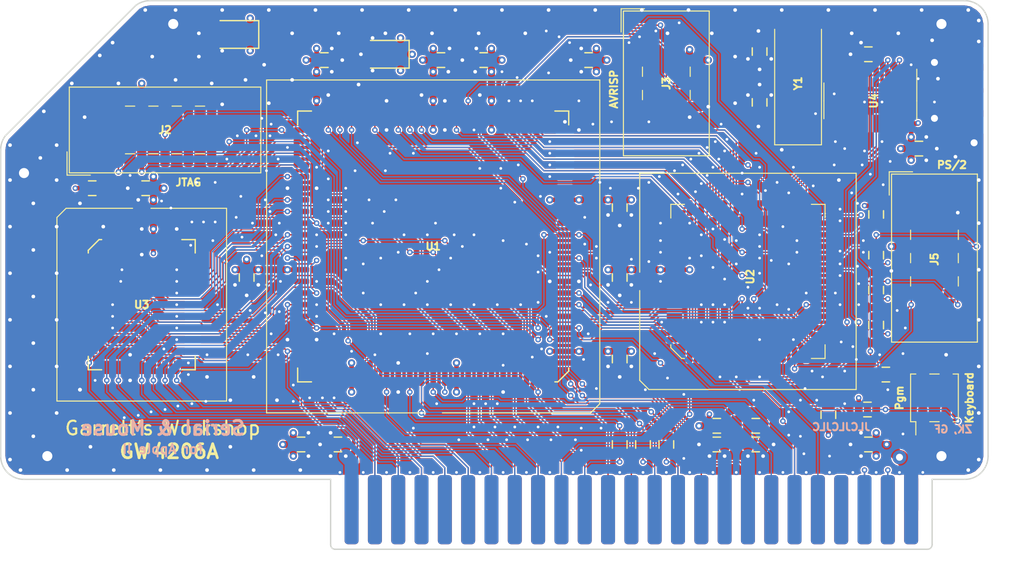
<source format=kicad_pcb>
(kicad_pcb (version 20221018) (generator pcbnew)
  (layers (0 "F.Cu" signal) (1 "In1.Cu" power) (2 "In2.Cu" power) (31 "B.Cu" signal) (34 "B.Paste" user) (35 "F.Paste" user) (36 "B.SilkS" user "B.Silkscreen") (37 "F.SilkS" user "F.Silkscreen") (38 "B.Mask" user) (39 "F.Mask" user) (44 "Edge.Cuts" user))
  (net 0 "")
  (net 1 "+5V")
  (net 2 "GND")
  (net 3 "/A4")
  (net 4 "/D7")
  (net 5 "/D6")
  (net 6 "/A8")
  (net 7 "/A7")
  (net 8 "/A6")
  (net 9 "/A5")
  (net 10 "/A3")
  (net 11 "/A2")
  (net 12 "/A1")
  (net 13 "/A0")
  (net 14 "/A9")
  (net 15 "/D1")
  (net 16 "/D5")
  (net 17 "/D0")
  (net 18 "/D2")
  (net 19 "/D3")
  (net 20 "/D4")
  (net 21 "/A10")
  (net 22 "+12V")
  (net 23 "-12V")
  (net 24 "-5V")
  (net 25 "/~{IOSEL}")
  (net 26 "/A11")
  (net 27 "/A12")
  (net 28 "/A13")
  (net 29 "/A14")
  (net 30 "/A15")
  (net 31 "/R~{W}")
  (net 32 "/~{IOSTRB}")
  (net 33 "/RDY")
  (net 34 "/DMA")
  (net 35 "/~{NMI}")
  (net 36 "/~{IRQ}")
  (net 37 "/~{RES}")
  (net 38 "/~{INH}")
  (net 39 "/COLORREF")
  (net 40 "/7M")
  (net 41 "/Q3")
  (net 42 "/PHI1")
  (net 43 "/USER1")
  (net 44 "/PHI0")
  (net 45 "/~{DEVSEL}")
  (net 46 "/INTin")
  (net 47 "/DMAin")
  (net 48 "/TCK")
  (net 49 "/TDO")
  (net 50 "/TMS")
  (net 51 "Net-(J2-Pad6)")
  (net 52 "Net-(J2-Pad7)")
  (net 53 "Net-(J2-Pad8)")
  (net 54 "/TDI")
  (net 55 "/R~{WR}")
  (net 56 "/R~{RD}")
  (net 57 "/RAD0")
  (net 58 "/RAD1")
  (net 59 "/RAD2")
  (net 60 "/RAD3")
  (net 61 "/RAD4")
  (net 62 "/RAD5")
  (net 63 "/RAD6")
  (net 64 "/RAD7")
  (net 65 "/R~{OE}")
  (net 66 "/R~{CS}")
  (net 67 "Net-(U2-Pad1)")
  (net 68 "Net-(U2-Pad12)")
  (net 69 "Net-(U2-Pad20)")
  (net 70 "Net-(U2-Pad23)")
  (net 71 "Net-(U2-Pad34)")
  (net 72 "Net-(C18-Pad1)")
  (net 73 "+3V3")
  (net 74 "Net-(C20-Pad1)")
  (net 75 "Net-(J4-Pad1)")
  (net 76 "Net-(J4-Pad2)")
  (net 77 "Net-(J4-Pad3)")
  (net 78 "Net-(J4-Pad4)")
  (net 79 "/ROMA13")
  (net 80 "/ROMA12")
  (net 81 "/ROMA14")
  (net 82 "/ROMA15")
  (net 83 "/R~{IRQ}")
  (net 84 "/RClk")
  (net 85 "/~{SS}")
  (net 86 "/MOSI")
  (net 87 "/MISO")
  (net 88 "/SCK")
  (net 89 "/R~{RST}")
  (net 90 "/RXD")
  (net 91 "/TXD")
  (net 92 "/ROMA16")
  (net 93 "/VBl0")
  (net 94 "/VBl1")
  (net 95 "/RALE")
  (net 96 "/~{CTS}")
  (net 97 "/~{DSR}")
  (net 98 "/~{DCD}")
  (net 99 "/~{DTR}")
  (net 100 "/~{RTS}")
  (net 101 "/7Mr")
  (net 102 "/PHI0r")
  (net 103 "/Q3r")
  (net 104 "/T0")
  (net 105 "Net-(C21-Pad2)")
  (net 106 "/KClk")
  (net 107 "/MClk")
  (net 108 "/MDat")
  (net 109 "/KDat")
  (net 110 "/~{KMode}")
  (net 111 "/ROMA11")
  (net 112 "Net-(U4-Pad11)")
  (net 113 "Net-(U4-Pad15)")
  (net 114 "/VIDSYNC")
  (net 115 "Net-(U1-Pad16)")
  (footprint "stdpads:AppleIIBus_Edge" (layer "F.Cu") (at 106.68 135.382)
    (fp_text reference "J1" hide)
    (fp_text value "AppleIIBus")
  )
  (footprint "stdpads:Fiducial" (layer "F.Cu") (at 40.513 96.139 90)
    (fp_text reference "FID2" hide)
    (fp_text value "Fiducial" hide)
  )
  (footprint "stdpads:PasteHole_1.1mm_PTH" (layer "F.Cu") (at 40.513 98.679 90)
    (fp_text reference "H2" hide)
    (fp_text value " " hide)
  )
  (footprint "stdpads:C_0805" (layer "F.Cu") (at 73.24 86.36)
    (fp_text reference "C2" hide)
    (fp_text value "100n" hide)
  )
  (footprint "stdpads:C_0805" (layer "F.Cu") (at 90.59 86.36 180)
    (fp_text reference "C8" hide)
    (fp_text value "100n" hide)
  )
  (footprint "stdpads:C_0805" (layer "F.Cu") (at 70.7 128.27)
    (fp_text reference "C9" hide)
    (fp_text value "100n" hide)
  )
  (footprint "stdpads:C_0805" (layer "F.Cu") (at 138.01 96.012)
    (fp_text reference "C11" hide)
    (fp_text value "100n" hide)
  )
  (footprint "stdpads:C_0805" (layer "F.Cu") (at 74.715 128.27 180)
    (fp_text reference "C12" hide)
    (fp_text value "100n" hide)
  )
  (footprint "stdpads:C_0805" (layer "F.Cu") (at 132.5 128.27 180)
    (fp_text reference "C14" hide)
    (fp_text value "100n" hide)
  )
  (footprint "stdpads:CP_EIA-3528" (layer "F.Cu") (at 63.627 83.566 180)
    (fp_text reference "C16" hide)
    (fp_text value "33u")
  )
  (footprint "stdpads:C_0805" (layer "F.Cu") (at 120.23 128.27 180)
    (fp_text reference "C13" hide)
    (fp_text value "100n" hide)
  )
  (footprint "stdpads:C_0805" (layer "F.Cu") (at 115.99 128.27)
    (fp_text reference "C15" hide)
    (fp_text value "100n" hide)
  )
  (footprint "stdpads:C_0805" (layer "F.Cu") (at 64.77 110.07 -90)
    (fp_text reference "C1" hide)
    (fp_text value "100n" hide)
  )
  (footprint "stdpads:C_0805" (layer "F.Cu") (at 102.02 86.36 180)
    (fp_text reference "C4" hide)
    (fp_text value "100n" hide)
  )
  (footprint "stdpads:C_0805" (layer "F.Cu") (at 105.41 102.45 -90)
    (fp_text reference "C5" hide)
    (fp_text value "100n" hide)
  )
  (footprint "stdpads:C_0805" (layer "F.Cu") (at 53.76 100.33 180)
    (fp_text reference "C3" hide)
    (fp_text value "100n" hide)
  )
  (footprint "stdpads:C_0805" (layer "F.Cu") (at 85.94 86.36)
    (fp_text reference "C7" hide)
    (fp_text value "100n" hide)
  )
  (footprint "stdpads:C_0805" (layer "F.Cu") (at 105.41 118.96 -90)
    (fp_text reference "C6" hide)
    (fp_text value "100n" hide)
  )
  (footprint "stdpads:PasteHole_1.1mm_PTH" (layer "F.Cu") (at 140.462 82.423 -90)
    (fp_text reference "H1" hide)
    (fp_text value " " hide)
  )
  (footprint "stdpads:Fiducial" (layer "F.Cu") (at 143.002 82.423 -90)
    (fp_text reference "FID1" hide)
    (fp_text value "Fiducial" hide)
  )
  (footprint "stdpads:C_0805" (layer "F.Cu") (at 120.65 90.971 90)
    (fp_text reference "C20" hide)
    (fp_text value "22p" hide)
  )
  (footprint "stdpads:C_0805" (layer "F.Cu") (at 132.5 85.725 180)
    (fp_text reference "C19" hide)
    (fp_text value "100n" hide)
  )
  (footprint "stdpads:C_0805" (layer "F.Cu") (at 120.65 85.432 -90)
    (fp_text reference "C18" hide)
    (fp_text value "22p" hide)
  )
  (footprint "stdpads:PLCC-32_SMDSocket" (layer "F.Cu") (at 53.34 113.03)
    (fp_text reference "U3")
    (fp_text value "39SF010")
  )
  (footprint "stdpads:Fiducial" (layer "F.Cu") (at 143.002 129.54)
    (fp_text reference "FID4" hide)
    (fp_text value "Fiducial" hide)
  )
  (footprint "stdpads:PLCC-44_SMDSocket" (layer "F.Cu") (at 119.38 110.49 90)
    (fp_text reference "U2")
    (fp_text value "ATmega8515L-8JU")
  )
  (footprint "stdpads:Fiducial" (layer "F.Cu") (at 54.229 82.423 90)
    (fp_text reference "FID3" hide)
    (fp_text value "Fiducial" hide)
  )
  (footprint "stdpads:PasteHole_1.1mm_PTH" (layer "F.Cu") (at 56.769 82.423 90)
    (fp_text reference "H3" hide)
    (fp_text value " " hide)
  )
  (footprint "stdpads:C_0805" (layer "F.Cu") (at 105.41 110.07 -90)
    (fp_text reference "C10" hide)
    (fp_text value "100n" hide)
  )
  (footprint "stdpads:R_0805" (layer "F.Cu") (at 110.49 128.27 -90)
    (fp_text reference "R4" hide)
    (fp_text value "100" hide)
  )
  (footprint "stdpads:R_0805" (layer "F.Cu") (at 107.95 128.27 -90)
    (fp_text reference "R6" hide)
    (fp_text value "100" hide)
  )
  (footprint "stdpads:R_0805" (layer "F.Cu") (at 47.945 100.33)
    (fp_text reference "R7" hide)
    (fp_text value "4k7" hide)
  )
  (footprint "stdpads:PLCC-84_SMDSocket" (layer "F.Cu") (at 85.09 106.68 180)
    (fp_text reference "U1")
    (fp_text value "EPM7128SL84")
  )
  (footprint "stdpads:IDC_SMD_2x05_P2.54mm_Vertical" (layer "F.Cu") (at 55.88 93.98 90)
    (fp_text reference "J2")
    (fp_text value "JTAG")
  )
  (footprint "stdpads:IDC_SMD_2x03_P2.54mm_Vertical" (layer "F.Cu") (at 110.49 88.9)
    (fp_text reference "J3")
    (fp_text value "AVRISP")
  )
  (footprint "stdpads:IDC_SMD_2x04_P2.54mm_Vertical" (layer "F.Cu") (at 139.7 107.95)
    (fp_text reference "J5")
    (fp_text value "PS/2")
  )
  (footprint "stdpads:R_0805" (layer "F.Cu") (at 133.35 115.25 90)
    (fp_text reference "R2" hide)
    (fp_text value "4k7" hide)
  )
  (footprint "stdpads:R_0805" (layer "F.Cu") (at 133.35 103.19 -90)
    (fp_text reference "R3" hide)
    (fp_text value "4k7" hide)
  )
  (footprint "stdpads:R_0805" (layer "F.Cu") (at 133.35 111.44 90)
    (fp_text reference "R8" hide)
    (fp_text value "4k7" hide)
  )
  (footprint "stdpads:R_0805" (layer "F.Cu") (at 133.35 107.63 90)
    (fp_text reference "R9" hide)
    (fp_text value "4k7" hide)
  )
  (footprint "stdpads:C_0805" (layer "F.Cu") (at 134.405 120.65)
    (fp_text reference "C21" hide)
    (fp_text value "100n" hide)
  )
  (footprint "Connector_PinHeader_2.54mm:PinHeader_2x02_P2.54mm_Vertical_SMD" (layer "F.Cu") (at 139.7 123.19 90)
    (fp_text reference "JP1" hide)
    (fp_text value "P/K")
  )
  (footprint "stdpads:R_0805" (layer "F.Cu") (at 105.41 128.27 -90)
    (fp_text reference "R5" hide)
    (fp_text value "100" hide)
  )
  (footprint "stdpads:USB_Micro-B_Amphenol_10118192-0001" (layer "F.Cu") (at 144.018 89.662 90)
    (fp_text reference "J4" hide)
    (fp_text value "USBmicroB")
  )
  (footprint "stdpads:Crystal_HC49-SMD" (layer "F.Cu") (at 124.841 88.9 90)
    (fp_text reference "Y1")
    (fp_text value "12M")
  )
  (footprint "stdpads:SOIC-16_3.9mm" (layer "F.Cu") (at 132.715 90.805 -90)
    (fp_text reference "U4")
    (fp_text value "CH340G")
  )
  (footprint "stdpads:C_0805" (layer "F.Cu") (at 115.99 126.238)
    (fp_text reference "C17" hide)
    (fp_text value "100n" hide)
  )
  (footprint "stdpads:C_0805" (layer "F.Cu") (at 120.23 126.238 180)
    (fp_text reference "C22" hide)
    (fp_text value "100n" hide)
  )
  (footprint "stdpads:R_0805" (layer "F.Cu") (at 128.143 125.029 90)
    (fp_text reference "R1" hide)
    (fp_text value "4k7" hide)
  )
  (footprint "stdpads:CP_EIA-3528" (layer "F.Cu") (at 80.01 85.725 180)
    (fp_text reference "C23" hide)
    (fp_text value "33u")
  )
  (footprint "stdpads:R_0805" (layer "F.Cu") (at 132.4 124.46)
    (fp_text reference "R10" hide)
    (fp_text value "4k7" hide)
  )
  (footprint "stdpads:PasteHole_1.1mm_PTH" (layer "F.Cu") (at 43.053 129.54)
    (fp_text reference "H5" hide)
    (fp_text value " " hide)
  )
  (footprint "stdpads:Fiducial" (layer "F.Cu") (at 40.513 129.54)
    (fp_text reference "FID5" hide)
    (fp_text value "Fiducial" hide)
  )
  (footprint "stdpads:PasteHole_1.1mm_PTH" (layer "F.Cu") (at 140.462 129.54)
    (fp_text reference "H4" hide)
    (fp_text value " " hide)
  )
  (gr_line (start 138.938 139.7) (end 74.422 139.7) (stroke (width 0.15)) (layer "Edge.Cuts"))
  (gr_arc (start 139.446 139.192) (mid 139.29721 139.55121) (end 138.938 139.7) (stroke (width 0.15)) (layer "Edge.Cuts"))
  (gr_line (start 40.513 132.08) (end 73.914 132.08) (stroke (width 0.15)) (layer "Edge.Cuts"))
  (gr_line (start 145.542 129.54) (end 145.542 82.423) (stroke (width 0.15)) (layer "Edge.Cuts"))
  (gr_arc (start 145.542 129.54) (mid 144.798051 131.336051) (end 143.002 132.08) (stroke (width 0.15)) (layer "Edge.Cuts"))
  (gr_line (start 37.973 129.54) (end 37.973 96.139) (stroke (width 0.15)) (layer "Edge.Cuts"))
  (gr_arc (start 40.513 132.08) (mid 38.716949 131.336051) (end 37.973 129.54) (stroke (width 0.15)) (layer "Edge.Cuts"))
  (gr_arc (start 37.973 96.139) (mid 38.103345 95.335781) (end 38.481001 94.614999) (stroke (width 0.15)) (layer "Edge.Cuts"))
  (gr_line (start 52.705 80.391) (end 38.481 94.615) (stroke (width 0.15)) (layer "Edge.Cuts"))
  (gr_arc (start 143.002 79.883) (mid 144.798051 80.626949) (end 145.542 82.423) (stroke (width 0.15)) (layer "Edge.Cuts"))
  (gr_arc (start 52.705 80.391) (mid 53.425781 80.013344) (end 54.229 79.883) (stroke (width 0.15)) (layer "Edge.Cuts"))
  (gr_line (start 143.002 79.883) (end 54.229 79.883) (stroke (width 0.15)) (layer "Edge.Cuts"))
  (gr_arc (start 74.422 139.7) (mid 74.06279 139.55121) (end 73.914 139.192) (stroke (width 0.15)) (layer "Edge.Cuts"))
  (gr_line (start 143.002 132.08) (end 139.446 132.08) (stroke (width 0.15)) (layer "Edge.Cuts"))
  (gr_line (start 73.914 132.08) (end 73.914 139.192) (stroke (width 0.15)) (layer "Edge.Cuts"))
  (gr_line (start 139.446 132.08) (end 139.446 139.192) (stroke (width 0.15)) (layer "Edge.Cuts"))
  (gr_text "Serial & Mouse" (at 55.626 126.492) (layer "B.SilkS") (effects (font (size 1.524 1.524) (thickness 0.3)) (justify mirror)))
  (gr_text "ZK, GF" (at 141.732 126.619) (layer "B.SilkS") (effects (font (size 0.8128 0.8128) (thickness 0.2032)) (justify mirror)))
  (gr_text "for Apple II" (at 55.626 128.778) (layer "B.SilkS") (effects (font (size 1.016 1.016) (thickness 0.2)) (justify mirror)))
  (gr_text "JLCJLCJLC" (at 129.54 126.365) (layer "B.SilkS") (effects (font (size 0.8128 0.8128) (thickness 0.2032)) (justify mirror)))
  (gr_text "GW" (at 52.578 129.032) (layer "F.SilkS") (effects (font (size 1.524 1.524) (thickness 0.3))))
  (gr_text "Garrett’s Workshop" (at 55.626 126.492) (layer "F.SilkS") (effects (font (size 1.5 1.5) (thickness 0.225))))
  (gr_text "4206A" (at 58.166 129.032) (layer "F.SilkS") (effects (font (size 1.524 1.524) (thickness 0.3))))
  (gr_text "Keyboard" (at 143.51 123.19 90) (layer "F.SilkS") (effects (font (size 0.8128 0.8128) (thickness 0.2032))))
  (gr_text "Pgm" (at 135.89 123.19 90) (layer "F.SilkS") (effects (font (size 0.8128 0.8128) (thickness 0.2032))))
  (segment (start 137.16 93.28) (end 137.86 93.28) (width 0.508) (layer "F.Cu") (net 1))
  (segment (start 137.86 93.28) (end 137.922 93.218) (width 0.508) (layer "F.Cu") (net 1))
  (segment (start 137.16 93.28) (end 137.16 94.742) (width 0.508) (layer "F.Cu") (net 1))
  (segment (start 69.85 128.27) (end 68.707 128.27) (width 0.762) (layer "F.Cu") (net 1))
  (segment (start 115.14 126.238) (end 114.046 126.238) (width 0.762) (layer "F.Cu") (net 1))
  (segment (start 128.143 125.979) (end 128.143 127.254) (width 0.508) (layer "F.Cu") (net 1))
  (segment (start 65.1645 85.3305) (end 65.151 85.344) (width 0.762) (layer "F.Cu") (net 1))
  (segment (start 72.39 86.36) (end 72.39 85.09) (width 0.508) (layer "F.Cu") (net 1))
  (segment (start 72.39 86.36) (end 71.247 86.36) (width 0.508) (layer "F.Cu") (net 1))
  (segment (start 111.38 109.22) (end 113.03 109.22) (width 0.508) (layer "F.Cu") (net 1))
  (segment (start 105.41 118.11) (end 106.68 118.11) (width 0.762) (layer "F.Cu") (net 1))
  (segment (start 85.09 90.805) (end 85.09 87.63) (width 0.762) (layer "F.Cu") (net 1))
  (segment (start 137.16 96.012) (end 137.16 97.282) (width 0.762) (layer "F.Cu") (net 1))
  (segment (start 134.493 128.27) (end 134.747 128.524) (width 0.762) (layer "F.Cu") (net 1))
  (segment (start 105.41 101.6) (end 104.14 101.6) (width 0.762) (layer "F.Cu") (net 1))
  (segment (start 102.87 86.36) (end 104.013 86.36) (width 0.762) (layer "F.Cu") (net 1))
  (segment (start 134.498 108.58) (end 134.62 108.458) (width 0.1524) (layer "F.Cu") (net 1))
  (segment (start 131.45 124.46) (end 131.45 123.195) (width 0.508) (layer "F.Cu") (net 1))
  (segment (start 137.18 106.68) (end 135.001 106.68) (width 0.762) (layer "F.Cu") (net 1))
  (segment (start 131.45 123.195) (end 131.445 123.19) (width 0.508) (layer "F.Cu") (net 1))
  (segment (start 72.39 92.33) (end 72.39 90.805) (width 0.508) (layer "F.Cu") (net 1))
  (segment (start 137.16 96.012) (end 137.16 94.742) (width 0.762) (layer "F.Cu") (net 1))
  (segment (start 91.44 86.36) (end 91.44 87.63) (width 0.762) (layer "F.Cu") (net 1))
  (segment (start 133.35 102.24) (end 132.085 102.24) (width 0.508) (layer "F.Cu") (net 1))
  (segment (start 85.09 92.33) (end 85.09 90.805) (width 0.508) (layer "F.Cu") (net 1))
  (segment (start 105.41 101.6) (end 106.68 101.6) (width 0.762) (layer "F.Cu") (net 1))
  (segment (start 105.41 109.22) (end 106.68 109.22) (width 0.762) (layer "F.Cu") (net 1))
  (segment (start 76.2 121.03) (end 76.2 119.38) (width 0.508) (layer "F.Cu") (net 1))
  (segment (start 91.44 87.63) (end 91.44 90.805) (width 0.762) (layer "F.Cu") (net 1))
  (segment (start 69.85 128.27) (end 69.85 127) (width 0.762) (layer "F.Cu") (net 1))
  (segment (start 113.01 86.36) (end 113.01 85.237) (width 0.762) (layer "F.Cu") (net 1))
  (segment (start 91.44 92.33) (end 91.44 90.805) (width 0.508) (layer "F.Cu") (net 1))
  (segment (start 65.1645 83.566) (end 65.1645 85.3305) (width 0.762) (layer "F.Cu") (net 1))
  (segment (start 133.35 128.27) (end 133.35 127) (width 0.762) (layer "F.Cu") (net 1))
  (segment (start 134.615 116.2) (end 134.62 116.205) (width 0.1524) (layer "F.Cu") (net 1))
  (segment (start 134.615 112.39) (end 134.62 112.395) (width 0.1524) (layer "F.Cu") (net 1))
  (segment (start 133.35 128.27) (end 134.493 128.27) (width 0.762) (layer "F.Cu") (net 1))
  (segment (start 72.39 90.805) (end 72.39 87.63) (width 0.762) (layer "F.Cu") (net 1))
  (segment (start 99.44 101.6) (end 100.965 101.6) (width 0.508) (layer "F.Cu") (net 1))
  (segment (start 53.34 91.46) (end 53.34 88.9) (width 0.762) (layer "F.Cu") (net 1))
  (segment (start 54.61 100.33) (end 54.61 101.6) (width 0.762) (layer "F.Cu") (net 1))
  (segment (start 99.44 118.11) (end 100.965 118.11) (width 0.508) (layer "F.Cu") (net 1))
  (segment (start 133.35 108.58) (end 134.498 108.58) (width 0.1524) (layer "F.Cu") (net 1))
  (segment (start 66.04 109.22) (end 69.215 109.22) (width 0.762) (layer "F.Cu") (net 1))
  (segment (start 76.2 121.03) (end 76.2 122.555) (width 0.508) (layer "F.Cu") (net 1))
  (segment (start 91.44 86.36) (end 91.44 85.09) (width 0.762) (layer "F.Cu") (net 1))
  (segment (start 72.39 86.36) (end 72.39 87.63) (width 0.508) (layer "F.Cu") (net 1))
  (segment (start 99.44 101.6) (end 97.79 101.6) (width 0.508) (layer "F.Cu") (net 1))
  (segment (start 87.63 121.03) (end 87.63 119.38) (width 0.508) (layer "F.Cu") (net 1))
  (segment (start 115.14 125.017) (end 115.189 124.968) (width 0.508) (layer "F.Cu") (net 1))
  (segment (start 85.09 92.33) (end 85.09 93.98) (width 0.508) (layer "F.Cu") (net 1))
  (segment (start 69.85 128.27) (end 69.85 129.54) (width 0.762) (layer "F.Cu") (net 1))
  (segment (start 132.085 102.24) (end 132.08 102.235) (width 0.508) (layer "F.Cu") (net 1))
  (segment (start 70.74 109.22) (end 69.215 109.22) (width 0.508) (layer "F.Cu") (net 1))
  (segment (start 64.77 109.22) (end 63.5 109.22) (width 0.762) (layer "F.Cu") (net 1))
  (segment (start 111.38 109.22) (end 109.855 109.22) (width 0.508) (layer "F.Cu") (net 1))
  (segment (start 65.1645 81.8015) (end 65.151 81.788) (width 0.762) (layer "F.Cu") (net 1))
  (segment (start 64.77 109.22) (end 64.77 108.077) (width 0.762) (layer "F.Cu") (net 1))
  (segment (start 54.61 106.1925) (end 54.61 104.775) (width 0.508) (layer "F.Cu") (net 1))
  (segment (start 54.61 106.1925) (end 54.61 107.442) (width 0.508) (layer "F.Cu") (net 1))
  (segment (start 64.77 109.22) (end 66.04 109.22) (width 0.762) (layer "F.Cu") (net 1))
  (segment (start 46.995 100.33) (end 46.101 100.33) (width 0.508) (layer "F.Cu") (net 1))
  (segment (start 81.5475 87.4895) (end 81.534 87.503) (width 0.762) (layer "F.Cu") (net 1))
  (segment (start 137.16 96.012) (end 136.017 96.012) (width 0.762) (layer "F.Cu") (net 1))
  (segment (start 81.5475 85.725) (end 81.5475 83.9605) (width 0.762) (layer "F.Cu") (net 1))
  (segment (start 104.14 118.11) (end 100.965 118.11) (width 0.762) (layer "F.Cu") (net 1))
  (segment (start 87.63 121.03) (end 87.63 122.555) (width 0.508) (layer "F.Cu") (net 1))
  (segment (start 115.14 126.238) (end 115.14 125.017) (width 0.508) (layer "F.Cu") (net 1))
  (segment (start 99.44 118.11) (end 97.79 118.11) (width 0.508) (layer "F.Cu") (net 1))
  (segment (start 106.68 109.22) (end 109.855 109.22) (width 0.762) (layer "F.Cu") (net 1))
  (segment (start 135.89 129.667) (end 134.747 128.524) (width 1.27) (layer "F.Cu") (net 1))
  (segment (start 137.16 130.81) (end 136.017 129.667) (width 1.524) (layer "F.Cu") (net 1))
  (segment (start 105.41 109.22) (end 104.14 109.22) (width 0.762) (layer "F.Cu") (net 1))
  (segment (start 113.01 86.36) (end 115.062 86.36) (width 0.762) (layer "F.Cu") (net 1))
  (segment (start 91.44 86.36) (end 92.583 86.36) (width 0.762) (layer "F.Cu") (net 1))
  (segment (start 133.35 128.27) (end 133.35 129.54) (width 0.762) (layer "F.Cu") (net 1))
  (segment (start 133.35 112.39) (end 134.615 112.39) (width 0.1524) (layer "F.Cu") (net 1))
  (segment (start 91.44 92.33) (end 91.44 93.98) (width 0.508) (layer "F.Cu") (net 1))
  (segment (start 102.87 86.36) (end 102.87 87.63) (width 0.762) (layer "F.Cu") (net 1))
  (segment (start 65.1645 83.566) (end 65.1645 81.8015) (width 0.762) (layer "F.Cu") (net 1))
  (segment (start 102.87 86.36) (end 102.87 85.09) (width 0.762) (layer "F.Cu") (net 1))
  (segment (start 54.61 100.33) (end 55.753 100.33) (width 0.762) (layer "F.Cu") (net 1))
  (segment (start 100.965 101.6) (end 104.14 101.6) (width 0.762) (layer "F.Cu") (net 1))
  (segment (start 85.09 86.36) (end 83.947 86.36) (width 0.762) (layer "F.Cu") (net 1))
  (segment (start 133.35 116.2) (end 134.615 116.2) (width 0.1524) (layer "F.Cu") (net 1))
  (segment (start 105.41 118.11) (end 104.14 118.11) (width 0.762) (layer "F.Cu") (net 1))
  (segment (start 54.61 104.775) (end 54.61 101.6) (width 0.762) (layer "F.Cu") (net 1))
  (segment (start 137.16 135.382) (end 137.16 130.81) (width 1.524) (layer "F.Cu") (net 1))
  (segment (start 81.5475 85.725) (end 82.804 85.725) (width 0.762) (layer "F.Cu") (net 1))
  (segment (start 113.01 85.237) (end 113.03 85.217) (width 0.762) (layer "F.Cu") (net 1))
  (segment (start 136.017 129.667) (end 135.89 129.667) (width 1.524) (layer "F.Cu") (net 1))
  (segment (start 54.61 100.33) (end 54.61 99.06) (width 0.762) (layer "F.Cu") (net 1))
  (segment (start 81.5475 85.725) (end 81.5475 87.4895) (width 0.762) (layer "F.Cu") (net 1))
  (segment (start 85.09 86.36) (end 85.09 85.09) (width 0.762) (layer "F.Cu") (net 1))
  (segment (start 81.5475 83.9605) (end 81.534 83.947) (width 0.762) (layer "F.Cu") (net 1))
  (segment (start 85.09 86.36) (end 85.09 87.63) (width 0.762) (layer "F.Cu") (net 1))
  (via (at 137.922 93.218) (size 0.6) (drill 0.3) (layers "F.Cu" "B.Cu") (net 1))
  (via (at 109.855 109.22) (size 0.8) (drill 0.4) (layers "F.Cu" "B.Cu") (net 1))
  (via (at 81.534 83.947) (size 0.8) (drill 0.4) (layers "F.Cu" "B.Cu") (net 1))
  (via (at 104.013 86.36) (size 0.8) (drill 0.4) (layers "F.Cu" "B.Cu") (net 1))
  (via (at 85.09 85.09) (size 0.8) (drill 0.4) (layers "F.Cu" "B.Cu") (net 1))
  (via (at 83.947 86.36) (size 0.8) (drill 0.4) (layers "F.Cu" "B.Cu") (net 1))
  (via (at 66.04 109.22) (size 0.8) (drill 0.4) (layers "F.Cu" "B.Cu") (net 1))
  (via (at 137.16 94.742) (size 0.8) (drill 0.4) (layers "F.Cu" "B.Cu") (net 1))
  (via (at 68.707 128.27) (size 0.8) (drill 0.4) (layers "F.Cu" "B.Cu") (net 1))
  (via (at 114.046 126.238) (size 0.8) (drill 0.4) (layers "F.Cu" "B.Cu") (net 1))
  (via (at 135.89 129.667) (size 1.524) (drill 0.762) (layers "F.Cu" "B.Cu") (net 1))
  (via (at 76.2 122.555) (size 0.8) (drill 0.4) (layers "F.Cu" "B.Cu") (net 1))
  (via (at 72.39 87.63) (size 0.8) (drill 0.4) (layers "F.Cu" "B.Cu") (net 1))
  (via (at 69.85 129.54) (size 0.8) (drill 0.4) (layers "F.Cu" "B.Cu") (net 1))
  (via (at 137.16 97.282) (size 0.8) (drill 0.4) (layers "F.Cu" "B.Cu") (net 1))
  (via (at 104.14 109.22) (size 0.8) (drill 0.4) (layers "F.Cu" "B.Cu") (net 1))
  (via (at 128.143 127.254) (size 0.6) (drill 0.3) (layers "F.Cu" "B.Cu") (net 1))
  (via (at 136.017 96.012) (size 0.8) (drill 0.4) (layers "F.Cu" "B.Cu") (net 1))
  (via (at 65.151 81.788) (size 0.8) (drill 0.4) (layers "F.Cu" "B.Cu") (net 1))
  (via (at 106.68 118.11) (size 0.8) (drill 0.4) (layers "F.Cu" "B.Cu") (net 1))
  (via (at 81.534 87.503) (size 0.8) (drill 0.4) (layers "F.Cu" "B.Cu") (net 1))
  (via (at 106.68 109.22) (size 0.8) (drill 0.4) (layers "F.Cu" "B.Cu") (net 1))
  (via (at 97.79 118.11) (size 0.8) (drill 0.4) (layers "F.Cu" "B.Cu") (net 1))
  (via (at 134.62 112.395) (size 0.6) (drill 0.3) (layers "F.Cu" "B.Cu") (net 1))
  (via (at 102.87 85.09) (size 0.8) (drill 0.4) (layers "F.Cu" "B.Cu") (net 1))
  (via (at 85.09 93.98) (size 0.8) (drill 0.4) (layers "F.Cu" "B.Cu") (net 1))
  (via (at 132.08 102.235) (size 0.6) (drill 0.3) (layers "F.Cu" "B.Cu") (net 1))
  (via (at 72.39 85.09) (size 0.8) (drill 0.4) (layers "F.Cu" "B.Cu") (net 1))
  (via (at 92.583 86.36) (size 0.8) (drill 0.4) (layers "F.Cu" "B.Cu") (net 1))
  (via (at 64.77 108.077) (size 0.8) (drill 0.4) (layers "F.Cu" "B.Cu") (net 1))
  (via (at 104.14 118.11) (size 0.8) (drill 0.4) (layers "F.Cu" "B.Cu") (net 1))
  (via (at 54.61 99.06) (size 0.8) (drill 0.4) (layers "F.Cu" "B.Cu") (net 1))
  (via (at 54.61 101.6) (size 0.8) (drill 0.4) (layers "F.Cu" "B.Cu") (net 1))
  (via (at 113.03 109.22) (size 0.8) (drill 0.4) (layers "F.Cu" "B.Cu") (net 1))
  (via (at 87.63 119.38) (size 0.8) (drill 0.4) (layers "F.Cu" "B.Cu") (net 1))
  (via (at 85.09 90.805) (size 0.8) (drill 0.4) (layers "F.Cu" "B.Cu") (net 1))
  (via (at 135.001 106.68) (size 0.8) (drill 0.4) (layers "F.Cu" "B.Cu") (net 1))
  (via (at 54.61 104.775) (size 0.8) (drill 0.4) (layers "F.Cu" "B.Cu") (net 1))
  (via (at 134.62 108.458) (size 0.6) (drill 0.3) (layers "F.Cu" "B.Cu") (net 1))
  (via (at 100.965 118.11) (size 0.8) (drill 0.4) (layers "F.Cu" "B.Cu") (net 1))
  (via (at 115.062 86.36) (size 0.8) (drill 0.4) (layers "F.Cu" "B.Cu") (net 1))
  (via (at 104.14 101.6) (size 0.8) (drill 0.4) (layers "F.Cu" "B.Cu") (net 1))
  (via (at 55.753 100.33) (size 0.8) (drill 0.4) (layers "F.Cu" "B.Cu") (net 1))
  (via (at 76.2 119.38) (size 0.8) (drill 0.4) (layers "F.Cu" "B.Cu") (net 1))
  (via (at 91.44 93.98) (size 0.8) (drill 0.4) (layers "F.Cu" "B.Cu") (net 1))
  (via (at 69.85 127) (size 0.8) (drill 0.4) (layers "F.Cu" "B.Cu") (net 1))
  (via (at 133.35 129.54) (size 0.8) (drill 0.4) (layers "F.Cu" "B.Cu") (net 1))
  (via (at 97.79 101.6) (size 0.8) (drill 0.4) (layers "F.Cu" "B.Cu") (net 1))
  (via (at 54.61 107.442) (size 0.6) (drill 0.3) (layers "F.Cu" "B.Cu") (net 1))
  (via (at 106.68 101.6) (size 0.8) (drill 0.4) (layers "F.Cu" "B.Cu") (net 1))
  (via (at 91.44 90.805) (size 0.8) (drill 0.4) (layers "F.Cu" "B.Cu") (net 1))
  (via (at 115.189 124.968) (size 0.6) (drill 0.3) (layers "F.Cu" "B.Cu") (net 1))
  (via (at 65.151 85.344) (size 0.8) (drill 0.4) (layers "F.Cu" "B.Cu") (net 1))
  (via (at 133.35 127) (size 0.8) (drill 0.4) (layers "F.Cu" "B.Cu") (net 1))
  (via (at 102.87 87.63) (size 0.8) (drill 0.4) (layers "F.Cu" "B.Cu") (net 1))
  (via (at 69.215 109.22) (size 0.8) (drill 0.4) (layers "F.Cu" "B.Cu") (net 1))
  (via (at 53.34 88.9) (size 0.8) (drill 0.4) (layers "F.Cu" "B.Cu") (net 1))
  (via (at 91.44 87.63) (size 0.8) (drill 0.4) (layers "F.Cu" "B.Cu") (net 1))
  (via (at 85.09 87.63) (size 0.8) (drill 0.4) (layers "F.Cu" "B.Cu") (net 1))
  (via (at 46.101 100.33) (size 0.6) (drill 0.3) (layers "F.Cu" "B.Cu") (net 1))
  (via (at 71.247 86.36) (size 0.8) (drill 0.4) (layers "F.Cu" "B.Cu") (net 1))
  (via (at 91.44 85.09) (size 0.8) (drill 0.4) (layers "F.Cu" "B.Cu") (net 1))
  (via (at 72.39 90.805) (size 0.8) (drill 0.4) (layers "F.Cu" "B.Cu") (net 1))
  (via (at 63.5 109.22) (size 0.8) (drill 0.4) (layers "F.Cu" "B.Cu") (net 1))
  (via (at 87.63 122.555) (size 0.8) (drill 0.4) (layers "F.Cu" "B.Cu") (net 1))
  (via (at 82.804 85.725) (size 0.8) (drill 0.4) (layers "F.Cu" "B.Cu") (net 1))
  (via (at 134.493 128.27) (size 0.8) (drill 0.4) (layers "F.Cu" "B.Cu") (net 1))
  (via (at 113.03 85.217) (size 0.8) (drill 0.4) (layers "F.Cu" "B.Cu") (net 1))
  (via (at 100.965 101.6) (size 0.8) (drill 0.4) (layers "F.Cu" "B.Cu") (net 1))
  (via (at 131.445 123.19) (size 0.6) (drill 0.3) (layers "F.Cu" "B.Cu") (net 1))
  (via (at 134.62 116.205) (size 0.6) (drill 0.3) (layers "F.Cu" "B.Cu") (net 1))
  (segment (start 120.65 90.121) (end 119.429 90.121) (width 0.762) (layer "F.Cu") (net 2))
  (segment (start 119.429 90.121) (end 119.38 90.17) (width 0.762) (layer "F.Cu") (net 2))
  (segment (start 120.65 90.121) (end 120.65 89.027) (width 0.762) (layer "F.Cu") (net 2))
  (segment (start 119.429 86.282) (end 119.38 86.233) (width 0.762) (layer "F.Cu") (net 2))
  (segment (start 120.65 86.282) (end 119.429 86.282) (width 0.762) (layer "F.Cu") (net 2))
  (segment (start 120.65 86.282) (end 121.871 86.282) (width 0.762) (layer "F.Cu") (net 2))
  (segment (start 120.65 86.282) (end 120.65 87.376) (width 0.762) (layer "F.Cu") (net 2))
  (segment (start 121.871 86.282) (end 121.92 86.233) (width 0.762) (layer "F.Cu") (net 2))
  (segment (start 120.65 90.121) (end 121.871 90.121) (width 0.762) (layer "F.Cu") (net 2))
  (segment (start 121.871 90.121) (end 121.92 90.17) (width 0.762) (layer "F.Cu") (net 2))
  (segment (start 137.16 88.33) (end 137.86 88.33) (width 0.508) (layer "F.Cu") (net 2))
  (segment (start 137.86 88.33) (end 137.922 88.392) (width 0.508) (layer "F.Cu") (net 2))
  (segment (start 137.16 88.33) (end 137.16 86.868) (width 0.508) (layer "F.Cu") (net 2))
  (segment (start 81.28 121.03) (end 81.28 122.555) (width 0.508) (layer "F.Cu") (net 2))
  (segment (start 80.01 92.33) (end 80.01 93.98) (width 0.508) (layer "F.Cu") (net 2))
  (segment (start 105.41 119.81) (end 104.189 119.81) (width 0.762) (layer "F.Cu") (net 2))
  (segment (start 144.018 93.462) (end 144.018 90.862) (width 1.524) (layer "F.Cu") (net 2))
  (segment (start 139.752 86.562) (end 139.7 86.614) (width 1.524) (layer "F.Cu") (net 2))
  (segment (start 86.79 85.168) (end 86.868 85.09) (width 0.762) (layer "F.Cu") (net 2))
  (segment (start 71.55 128.27) (end 71.55 127.049) (width 0.762) (layer "F.Cu") (net 2))
  (segment (start 104.189 110.92) (end 104.14 110.871) (width 0.762) (layer "F.Cu") (net 2))
  (segment (start 50.8 91.46) (end 50.8 88.9) (width 0.762) (layer "F.Cu") (net 2))
  (segment (start 138.86 96.012) (end 139.954 96.012) (width 0.762) (layer "F.Cu") (net 2))
  (segment (start 81.28 121.03) (end 81.28 119.38) (width 0.508) (layer "F.Cu") (net 2))
  (segment (start 142.22 103.017) (end 142.24 102.997) (width 0.762) (layer "F.Cu") (net 2))
  (segment (start 113.01 92.563) (end 113.03 92.583) (width 0.762) (layer "F.Cu") (net 2))
  (segment (start 106.631 119.81) (end 106.68 119.761) (width 0.762) (layer "F.Cu") (net 2))
  (segment (start 53.34 106.1925) (end 53.34 107.569) (width 0.508) (layer "F.Cu") (net 2))
  (segment (start 105.41 103.3) (end 105.41 104.394) (width 0.762) (layer "F.Cu") (net 2))
  (segment (start 131.65 84.504) (end 131.699 84.455) (width 0.762) (layer "F.Cu") (net 2))
  (segment (start 144.018 88.462) (end 144.018 85.862) (width 1.524) (layer "F.Cu") (net 2))
  (segment (start 104.189 103.3) (end 104.14 103.251) (width 0.762) (layer "F.Cu") (net 2))
  (segment (start 131.65 128.27) (end 131.65 127.049) (width 0.762) (layer "F.Cu") (net 2))
  (segment (start 92.71 121.03) (end 92.71 119.634) (width 0.508) (layer "F.Cu") (net 2))
  (segment (start 57.15 106.1925) (end 57.15 104.775) (width 0.508) (layer "F.Cu") (net 2))
  (segment (start 127.38 111.76) (end 128.905 111.76) (width 0.508) (layer "F.Cu") (net 2))
  (segment (start 71.55 128.27) (end 71.55 129.491) (width 0.762) (layer "F.Cu") (net 2))
  (segment (start 86.79 87.581) (end 86.741 87.63) (width 0.762) (layer "F.Cu") (net 2))
  (segment (start 73.865 128.27) (end 73.865 127.049) (width 0.762) (layer "F.Cu") (net 2))
  (segment (start 89.74 86.36) (end 88.265 86.36) (width 0.762) (layer "F.Cu") (net 2))
  (segment (start 63.549 110.92) (end 63.5 110.871) (width 0.762) (layer "F.Cu") (net 2))
  (segment (start 140.97 120.665) (end 140.97 118.491) (width 0.762) (layer "F.Cu") (net 2))
  (segment (start 99.44 110.49) (end 100.965 110.49) (width 0.508) (layer "F.Cu") (net 2))
  (segment (start 144.018 88.462) (end 144.018 90.862) (width 1.524) (layer "F.Cu") (net 2))
  (segment (start 52.07 119.8675) (end 52.07 118.491) (width 0.508) (layer "F.Cu") (net 2))
  (segment (start 105.41 119.81) (end 106.631 119.81) (width 0.762) (layer "F.Cu") (net 2))
  (segment (start 86.79 86.36) (end 88.265 86.36) (width 0.762) (layer "F.Cu") (net 2))
  (segment (start 78.4725 87.4895) (end 78.486 87.503) (width 0.762) (layer "F.Cu") (net 2))
  (segment (start 71.55 128.27) (end 72.771 128.27) (width 0.762) (layer "F.Cu") (net 2))
  (segment (start 138.86 96.012) (end 138.86 97.233) (width 0.762) (layer "F.Cu") (net 2))
  (segment (start 101.17 85.139) (end 101.219 85.09) (width 0.762) (layer "F.Cu") (net 2))
  (segment (start 138.86 96.012) (end 138.86 94.791) (width 0.762) (layer "F.Cu") (net 2))
  (segment (start 142.22 104.14) (end 142.22 103.017) (width 0.762) (layer "F.Cu") (net 2))
  (segment (start 74.09 86.36) (end 75.184 86.36) (width 0.762) (layer "F.Cu") (net 2))
  (segment (start 89.74 87.552) (end 89.662 87.63) (width 0.762) (layer "F.Cu") (net 2))
  (segment (start 64.77 110.92) (end 64.77 112.014) (width 0.762) (layer "F.Cu") (net 2))
  (segment (start 60.96 91.46) (end 60.96 88.9) (width 0.762) (layer "F.Cu") (net 2))
  (segment (start 86.36 92.33) (end 86.36 90.805) (width 0.508) (layer "F.Cu") (net 2))
  (segment (start 141.468 92.762) (end 139.752 92.762) (width 1.524) (layer "F.Cu") (net 2))
  (segment (start 135.001 109.347) (end 135.128 109.22) (width 0.762) (layer "F.Cu") (net 2))
  (segment (start 99.44 93.98) (end 100.965 93.98) (width 0.508) (layer "F.Cu") (net 2))
  (segment (start 113.01 91.44) (end 115.062 91.44) (width 0.762) (layer "F.Cu") (net 2))
  (segment (start 104.189 119.81) (end 104.14 119.761) (width 0.762) (layer "F.Cu") (net 2))
  (segment (start 131.65 85.725) (end 130.556 85.725) (width 0.762) (layer "F.Cu") (net 2))
  (segment (start 99.44 93.092) (end 99.441 93.091) (width 0.508) (layer "F.Cu") (net 2))
  (segment (start 80.01 92.33) (end 80.01 90.805) (width 0.508) (layer "F.Cu") (net 2))
  (segment (start 52.07 119.8675) (end 52.07 121.285) (width 0.508) (layer "F.Cu") (net 2))
  (segment (start 62.0895 83.566) (end 62.0895 85.3305) (width 0.762) (layer "F.Cu") (net 2))
  (segment (start 61.829 91.46) (end 62.103 91.186) (width 0.508) (layer "F.Cu") (net 2))
  (segment (start 121.08 128.27) (end 121.08 129.491) (width 0.762) (layer "F.Cu") (net 2))
  (segment (start 139.752 92.762) (end 139.7 92.71) (width 1.524) (layer "F.Cu") (net 2))
  (segment (start 52.91 100.33) (end 52.91 101.551) (width 0.762) (layer "F.Cu") (net 2))
  (segment (start 73.865 128.27) (end 73.865 129.491) (width 0.762) (layer "F.Cu") (net 2))
  (segment (start 62.0895 83.566) (end 59.69 83.566) (width 0.762) (layer "F.Cu") (net 2))
  (segment (start 140.111 88.362) (end 140.081 88.392) (width 0.254) (layer "F.Cu") (net 2))
  (segment (start 62.0895 85.3305) (end 62.103 85.344) (width 0.762) (layer "F.Cu") (net 2))
  (segment (start 74.09 86.36) (end 74.09 87.581) (width 0.762) (layer "F.Cu") (net 2))
  (segment (start 74.09 87.581) (end 74.041 87.63) (width 0.762) (layer "F.Cu") (net 2))
  (segment (start 131.65 127.049) (end 131.699 127) (width 0.762) (layer "F.Cu") (net 2))
  (segment (start 52.451 98.933) (end 52.07 98.933) (width 0.508) (layer "F.Cu") (net 2))
  (segment (start 115.14 128.27) (end 115.14 129.491) (width 0.762) (layer "F.Cu") (net 2))
  (segment (start 106.631 110.92) (end 106.68 110.871) (width 0.762) (layer "F.Cu") (net 2))
  (segment (start 135.128 109.22) (end 137.18 109.22) (width 0.762) (layer "F.Cu") (net 2))
  (segment (start 99.44 110.49) (end 97.79 110.49) (width 0.508) (layer "F.Cu") (net 2))
  (segment (start 101.17 86.36) (end 100.076 86.36) (width 0.762) (layer "F.Cu") (net 2))
  (segment (start 105.41 103.3) (end 106.631 103.3) (width 0.762) (layer "F.Cu") (net 2))
  (segment (start 105.41 103.3) (end 104.189 103.3) (width 0.762) (layer "F.Cu") (net 2))
  (segment (start 62.0895 83.566) (end 62.0895 80.9125) (width 0.762) (layer "F.Cu") (net 2))
  (segment (start 115.14 128.27) (end 114.046 128.27) (width 0.762) (layer "F.Cu") (net 2))
  (segment (start 70.74 100.33) (end 72.39 100.33) (width 0.508) (layer "F.Cu") (net 2))
  (segment (start 101.17 87.581) (end 101.219 87.63) (width 0.762) (layer "F.Cu") (net 2))
  (segment (start 73.865 127.049) (end 73.914 127) (width 0.762) (layer "F.Cu") (net 2))
  (segment (start 64.77 110.92) (end 63.549 110.92) (width 0.762) (layer "F.Cu") (net 2))
  (segment (start 64.77 110.92) (end 65.991 110.92) (width 0.762) (layer "F.Cu") (net 2))
  (segment (start 138.86 94.791) (end 138.811 94.742) (width 0.762) (layer "F.Cu") (net 2))
  (segment (start 70.74 100.33) (end 69.215 100.33) (width 0.508) (layer "F.Cu") (net 2))
  (segment (start 142.22 109.22) (end 144.526 109.22) (width 0.762) (layer "F.Cu") (net 2))
  (segment (start 86.79 86.36) (end 86.79 87.581) (width 0.762) (layer "F.Cu") (net 2))
  (segment (start 121.08 129.491) (end 121.031 129.54) (width 0.762) (layer "F.Cu") (net 2))
  (segment (start 52.91 100.33) (end 51.816 100.33) (width 0.762) (layer "F.Cu") (net 2))
  (segment (start 52.91 101.551) (end 52.959 101.6) (width 0.762) (layer "F.Cu") (net 2))
  (segment (start 71.55 129.491) (end 71.501 129.54) (width 0.762) (layer "F.Cu") (net 2))
  (segment (start 131.65 128.27) (end 131.65 129.491) (width 0.762) (layer "F.Cu") (net 2))
  (segment (start 105.41 110.92) (end 105.41 112.014) (width 0.762) (layer "F.Cu") (net 2))
  (segment (start 53.34 106.1925) (end 53.34 104.775) (width 0.508) (layer "F.Cu") (net 2))
  (segment (start 73.865 128.27) (end 72.771 128.27) (width 0.762) (layer "F.Cu") (net 2))
  (segment (start 92.71 121.03) (end 92.71 122.555) (width 0.508) (layer "F.Cu") (net 2))
  (segment (start 141.343 88.362) (end 140.111 88.362) (width 0.254) (layer "F.Cu") (net 2))
  (segment (start 52.91 100.33) (end 52.91 99.392) (width 0.508) (layer "F.Cu") (net 2))
  (segment (start 105.41 110.92) (end 104.189 110.92) (width 0.762) (layer "F.Cu") (net 2))
  (segment (start 60.96 91.46) (end 61.829 91.46) (width 0.508) (layer "F.Cu") (net 2))
  (segment (start 78.4725 83.9605) (end 78.486 83.947) (width 0.762) (layer "F.Cu") (net 2))
  (segment (start 115.14 129.491) (end 115.189 129.54) (width 0.762) (layer "F.Cu") (net 2))
  (segment (start 131.65 85.725) (end 131.65 84.504) (width 0.762) (layer "F.Cu") (net 2))
  (segment (start 78.4725 85.725) (end 78.4725 87.4895) (width 0.762) (layer "F.Cu") (net 2))
  (segment (start 78.4725 85.725) (end 78.4725 83.9605) (width 0.762) (layer "F.Cu") (net 2))
  (segment (start 89.74 85.139) (end 89.789 85.09) (width 0.762) (layer "F.Cu") (net 2))
  (segment (start 141.468 86.562) (end 139.752 86.562) (width 1.524) (layer "F.Cu") (net 2))
  (segment (start 121.08 128.27) (end 122.174 128.27) (width 0.762) (layer "F.Cu") (net 2))
  (segment (start 59.69 83.566) (end 59.563 83.439) (width 0.762) (layer "F.Cu") (net 2))
  (segment (start 62.0895 80.9125) (end 62.103 80.899) (width 0.762) (layer "F.Cu") (net 2))
  (segment (start 105.41 110.92) (end 106.631 110.92) (width 0.762) (layer "F.Cu") (net 2))
  (segment (start 73.865 129.491) (end 73.914 129.54) (width 0.762) (layer "F.Cu") (net 2))
  (segment (start 74.09 85.139) (end 74.041 85.09) (width 0.762) (layer "F.Cu") (net 2))
  (segment (start 52.91 99.392) (end 52.451 98.933) (width 0.508) (layer "F.Cu") (net 2))
  (segment (start 138.86 97.233) (end 138.811 97.282) (width 0.762) (layer "F.Cu") (net 2))
  (segment (start 89.74 86.36) (end 89.74 85.139) (width 0.762) (layer "F.Cu") (net 2))
  (segment (start 106.631 103.3) (end 106.68 103.251) (width 0.762) (layer "F.Cu") (net 2))
  (segment (start 101.17 86.36) (end 101.17 87.581) (width 0.762) (layer "F.Cu") (net 2))
  (segment (start 101.17 86.36) (end 101.17 85.139) (width 0.762) (layer "F.Cu") (net 2))
  (segment (start 70.74 116.84) (end 69.215 116.84) (width 0.508) (layer "F.Cu") (net 2))
  (segment (start 131.65 128.27) (end 130.556 128.27) (width 0.762) (layer "F.Cu") (net 2))
  (segment (start 99.44 93.98) (end 99.44 93.092) (width 0.508) (layer "F.Cu") (net 2))
  (segment (start 86.79 86.36) (end 86.79 85.168) (width 0.762) (layer "F.Cu") (net 2))
  (segment (start 70.74 116.84) (end 72.39 116.84) (width 0.508) (layer "F.Cu") (net 2))
  (segment (start 113.01 91.44) (end 113.01 92.563) (width 0.762) (layer "F.Cu") (net 2))
  (segment (start 89.74 86.36) (end 89.74 87.552) (width 0.762) (layer "F.Cu") (net 2))
  (segment (start 142.22 104.14) (end 144.526 104.14) (width 0.762) (layer "F.Cu") (net 2))
  (segment (start 78.4725 85.725) (end 77.216 85.725) (width 0.762) (layer "F.Cu") (net 2))
  (segment (start 74.09 86.36) (end 74.09 85.139) (width 0.762) (layer "F.Cu") (net 2))
  (segment (start 144.018 93.462) (end 144.018 95.377) (width 1.524) (layer "F.Cu") (net 2))
  (segment (start 65.991 110.92) (end 66.04 110.871) (width 0.762) (layer "F.Cu") (net 2))
  (segment (start 127.38 111.76) (end 125.73 111.76) (width 0.508) (layer "F.Cu") (net 2))
  (segment (start 105.41 119.81) (end 105.41 120.904) (width 0.762) (layer "F.Cu") (net 2))
  (segment (start 86.36 92.33) (end 86.36 93.98) (width 0.508) (layer "F.Cu") (net 2))
  (segment (start 71.55 127.049) (end 71.501 127) (width 0.762) (layer "F.Cu") (net 2))
  (segment (start 131.65 129.491) (end 131.699 129.54) (width 0.762) (layer "F.Cu") (net 2))
  (via (at 144.526 129.921) (size 0.8) (drill 0.4) (layers "F.Cu" "B.Cu") (net 2))
  (via (at 60.452 131.064) (size 0.8) (drill 0.4) (layers "F.Cu" "B.Cu") (net 2))
  (via (at 65.532 131.064) (size 0.8) (drill 0.4) (layers "F.Cu" "B.Cu") (net 2))
  (via (at 70.612 131.064) (size 0.8) (drill 0.4) (layers "F.Cu" "B.Cu") (net 2))
  (via (at 143.383 131.064) (size 0.8) (drill 0.4) (layers "F.Cu" "B.Cu") (net 2))
  (via (at 40.132 131.064) (size 0.8) (drill 0.4) (layers "F.Cu" "B.Cu") (net 2))
  (via (at 38.989 129.921) (size 0.8) (drill 0.4) (layers "F.Cu" "B.Cu") (net 2))
  (via (at 45.212 131.064) (size 0.8) (drill 0.4) (layers "F.Cu" "B.Cu") (net 2))
  (via (at 41.529 112.141) (size 0.8) (drill 0.4) (layers "F.Cu" "B.Cu") (net 2))
  (via (at 41.529 122.301) (size 0.8) (drill 0.4) (layers "F.Cu" "B.Cu") (net 2))
  (via (at 41.529 117.221) (size 0.8) (drill 0.4) (layers "F.Cu" "B.Cu") (net 2))
  (via (at 41.529 127.381) (size 0.8) (drill 0.4) (layers "F.Cu" "B.Cu") (net 2))
  (via (at 57.15 111.76) (size 0.6) (drill 0.3) (layers "F.Cu" "B.Cu") (net 2))
  (via (at 57.15 113.03) (size 0.6) (drill 0.3) (layers "F.Cu" "B.Cu") (net 2))
  (via (at 57.15 114.3) (size 0.6) (drill 0.3) (layers "F.Cu" "B.Cu") (net 2))
  (via (at 57.15 115.57) (size 0.6) (drill 0.3) (layers "F.Cu" "B.Cu") (net 2))
  (via (at 57.15 110.49) (size 0.6) (drill 0.3) (layers "F.Cu" "B.Cu") (net 2))
  (via (at 50.165 115.57) (size 0.6) (drill 0.3) (layers "F.Cu" "B.Cu") (net 2))
  (via (at 50.165 114.3) (size 0.6) (drill 0.3) (layers "F.Cu" "B.Cu") (net 2))
  (via (at 50.165 113.03) (size 0.6) (drill 0.3) (layers "F.Cu" "B.Cu") (net 2))
  (via (at 38.989 95.631) (size 0.8) (drill 0.4) (layers "F.Cu" "B.Cu") (net 2))
  (via (at 48.768 85.852) (size 0.8) (drill 0.4) (layers "F.Cu" "B.Cu") (net 2))
  (via (at 42.291 97.028) (size 0.8) (drill 0.4) (layers "F.Cu" "B.Cu") (net 2))
  (via (at 50.165 84.455) (size 0.8) (drill 0.4) (layers "F.Cu" "B.Cu") (net 2))
  (via (at 45.72 88.9) (size 0.8) (drill 0.4) (layers "F.Cu" "B.Cu") (net 2))
  (via (at 42.672 91.948) (size 0.8) (drill 0.4) (layers "F.Cu" "B.Cu") (net 2))
  (via (at 47.117 92.583) (size 0.8) (drill 0.4) (layers "F.Cu" "B.Cu") (net 2))
  (via (at 44.069 95.631) (size 0.8) (drill 0.4) (layers "F.Cu" "B.Cu") (net 2))
  (via (at 57.15 116.84) (size 0.6) (drill 0.3) (layers "F.Cu" "B.Cu") (net 2))
  (via (at 55.753 117.856) (size 0.6) (drill 0.3) (layers "F.Cu" "B.Cu") (net 2))
  (via (at 57.15 109.22) (size 0.6) (drill 0.3) (layers "F.Cu" "B.Cu") (net 2))
  (via (at 55.88 124.46) (size 0.6) (drill 0.3) (layers "F.Cu" "B.Cu") (net 2))
  (via (at 71.628 123.19) (size 0.6) (drill 0.3) (layers "F.Cu" "B.Cu") (net 2))
  (via (at 73.025 123.19) (size 0.6) (drill 0.3) (layers "F.Cu" "B.Cu") (net 2))
  (via (at 144.526 82.042) (size 0.8) (drill 0.4) (layers "F.Cu" "B.Cu") (net 2))
  (via (at 119.38 90.17) (size 0.8) (drill 0.4) (layers "F.Cu" "B.Cu") (net 2))
  (via (at 120.65 89.027) (size 0.8) (drill 0.4) (layers "F.Cu" "B.Cu") (net 2))
  (via (at 119.38 86.233) (size 0.8) (drill 0.4) (layers "F.Cu" "B.Cu") (net 2))
  (via (at 121.92 86.233) (size 0.8) (drill 0.4) (layers "F.Cu" "B.Cu") (net 2))
  (via (at 120.65 87.376) (size 0.8) (drill 0.4) (layers "F.Cu" "B.Cu") (net 2))
  (via (at 121.92 90.17) (size 0.8) (drill 0.4) (layers "F.Cu" "B.Cu") (net 2))
  (via (at 126.746 92.202) (size 0.6) (drill 0.3) (layers "F.Cu" "B.Cu") (net 2))
  (via (at 137.922 88.392) (size 0.6) (drill 0.3) (layers "F.Cu" "B.Cu") (net 2))
  (via (at 137.16 86.868) (size 0.6) (drill 0.3) (layers "F.Cu" "B.Cu") (net 2))
  (via (at 128.778 90.043) (size 0.6) (drill 0.3) (layers "F.Cu" "B.Cu") (net 2))
  (via (at 97.79 131.318) (size 0.6) (drill 0.3) (layers "F.Cu" "B.Cu") (net 2))
  (via (at 85.09 131.318) (size 0.6) (drill 0.3) (layers "F.Cu" "B.Cu") (net 2))
  (via (at 87.63 131.318) (size 0.6) (drill 0.3) (layers "F.Cu" "B.Cu") (net 2))
  (via (at 93.091 127.762) (size 0.6) (drill 0.3) (layers "F.Cu" "B.Cu") (net 2))
  (via (at 143.383 80.899) (size 0.8) (drill 0.4) (layers "F.Cu" "B.Cu") (net 2))
  (via (at 87.503 80.899) (size 0.8) (drill 0.4) (layers "F.Cu" "B.Cu") (net 2))
  (via (at 92.583 80.899) (size 0.8) (drill 0.4) (layers "F.Cu" "B.Cu") (net 2))
  (via (at 97.663 80.899) (size 0.8) (drill 0.4) (layers "F.Cu" "B.Cu") (net 2))
  (via (at 77.343 80.899) (size 0.8) (drill 0.4) (layers "F.Cu" "B.Cu") (net 2))
  (via (at 72.263 80.899) (size 0.8) (drill 0.4) (layers "F.Cu" "B.Cu") (net 2))
  (via (at 102.743 80.899) (size 0.8) (drill 0.4) (layers "F.Cu" "B.Cu") (net 2))
  (via (at 107.823 80.899) (size 0.8) (drill 0.4) (layers "F.Cu" "B.Cu") (net 2))
  (via (at 112.903 80.899) (size 0.8) (drill 0.4) (layers "F.Cu" "B.Cu") (net 2))
  (via (at 53.721 80.899) (size 0.8) (drill 0.4) (layers "F.Cu" "B.Cu") (net 2))
  (via (at 68.326 104.14) (size 0.6) (drill 0.3) (layers "F.Cu" "B.Cu") (net 2))
  (via (at 65.405 104.14) (size 0.6) (drill 0.3) (layers "F.Cu" "B.Cu") (net 2))
  (via (at 67.31 102.87) (size 0.6) (drill 0.3) (layers "F.Cu" "B.Cu") (net 2))
  (via (at 97.409 114.3) (size 0.6) (drill 0.3) (layers "F.Cu" "B.Cu") (net 2))
  (via (at 78.105 101.6) (size 0.6) (drill 0.3) (layers "F.Cu" "B.Cu") (net 2))
  (via (at 74.295 123.19) (size 0.6) (drill 0.3) (layers "F.Cu" "B.Cu") (net 2))
  (via (at 115.824 95.25) (size 0.6) (drill 0.3) (layers "F.Cu" "B.Cu") (net 2))
  (via (at 114.935 95.885) (size 0.6) (drill 0.3) (layers "F.Cu" "B.Cu") (net 2))
  (via (at 114.046 96.52) (size 0.6) (drill 0.3) (layers "F.Cu" "B.Cu") (net 2))
  (via (at 113.157 97.155) (size 0.6) (drill 0.3) (layers "F.Cu" "B.Cu") (net 2))
  (via (at 112.268 97.79) (size 0.6) (drill 0.3) (layers "F.Cu" "B.Cu") (net 2))
  (via (at 111.379 98.425) (size 0.6) (drill 0.3) (layers "F.Cu" "B.Cu") (net 2))
  (via (at 109.728 99.06) (size 0.6) (drill 0.3) (layers "F.Cu" "B.Cu") (net 2))
  (via (at 103.251 99.695) (size 0.6) (drill 0.3) (layers "F.Cu" "B.Cu") (net 2))
  (via (at 108.585 99.695) (size 0.6) (drill 0.3) (layers "F.Cu" "B.Cu") (net 2))
  (via (at 58.801 123.825) (size 0.6) (drill 0.3) (layers "F.Cu" "B.Cu") (net 2))
  (via (at 54.356 124.714) (size 0.6) (drill 0.3) (layers "F.Cu" "B.Cu") (net 2))
  (via (at 52.959 125.095) (size 0.6) (drill 0.3) (layers "F.Cu" "B.Cu") (net 2))
  (via (at 51.435 125.349) (size 0.6) (drill 0.3) (layers "F.Cu" "B.Cu") (net 2))
  (via (at 67.437 116.205) (size 0.6) (drill 0.3) (layers "F.Cu" "B.Cu") (net 2))
  (via (at 97.79 97.79) (size 0.6) (drill 0.3) (layers "F.Cu" "B.Cu") (net 2))
  (via (at 97.79 96.52) (size 0.6) (drill 0.3) (layers "F.Cu" "B.Cu") (net 2))
  (via (at 97.79 95.25) (size 0.6) (drill 0.3) (layers "F.Cu" "B.Cu") (net 2))
  (via (at 58.42 119.38) (size 0.6) (drill 0.3) (layers "F.Cu" "B.Cu") (net 2))
  (via (at 72.39 113.03) (size 0.6) (drill 0.3) (layers "F.Cu" "B.Cu") (net 2))
  (via (at 97.79 107.315) (size 0.6) (drill 0.3) (layers "F.Cu" "B.Cu") (net 2))
  (via (at 76.2 118.11) (size 0.6) (drill 0.3) (layers "F.Cu" "B.Cu") (net 2))
  (via (at 102.87 131.318) (size 0.6) (drill 0.3) (layers "F.Cu" "B.Cu") (net 2))
  (via (at 105.41 131.318) (size 0.6) (drill 0.3) (layers "F.Cu" "B.Cu") (net 2))
  (via (at 107.95 131.318) (size 0.6) (drill 0.3) (layers "F.Cu" "B.Cu") (net 2))
  (via (at 110.49 131.318) (size 0.6) (drill 0.3) (layers "F.Cu" "B.Cu") (net 2))
  (via (at 113.03 131.318) (size 0.6) (drill 0.3) (layers "F.Cu" "B.Cu") (net 2))
  (via (at 115.57 131.318) (size 0.6) (drill 0.3) (layers "F.Cu" "B.Cu") (net 2))
  (via (at 118.11 131.318) (size 0.6) (drill 0.3) (layers "F.Cu" "B.Cu") (net 2))
  (via (at 100.33 131.318) (size 0.6) (drill 0.3) (layers "F.Cu" "B.Cu") (net 2))
  (via (at 95.25 131.318) (size 0.6) (drill 0.3) (layers "F.Cu" "B.Cu") (net 2))
  (via (at 92.71 131.318) (size 0.6) (drill 0.3) (layers "F.Cu" "B.Cu") (net 2))
  (via (at 90.17 131.318) (size 0.6) (drill 0.3) (layers "F.Cu" "B.Cu") (net 2))
  (via (at 80.01 131.318) (size 0.6) (drill 0.3) (layers "F.Cu" "B.Cu") (net 2))
  (via (at 77.47 131.318) (size 0.6) (drill 0.3) (layers "F.Cu" "B.Cu") (net 2))
  (via (at 82.55 131.318) (size 0.6) (drill 0.3) (layers "F.Cu" "B.Cu") (net 2))
  (via (at 74.93 131.318) (size 0.6) (drill 0.3) (layers "F.Cu" "B.Cu") (net 2))
  (via (at 123.19 104.521) (size 0.6) (drill 0.3) (layers "F.Cu" "B.Cu") (net 2))
  (via (at 119.38 113.411) (size 0.6) (drill 0.3) (layers "F.Cu" "B.Cu") (net 2))
  (via (at 119.38 111.125) (size 0.6) (drill 0.3) (layers "F.Cu" "B.Cu") (net 2))
  (via (at 118.11 108.585) (size 0.6) (drill 0.3) (layers "F.Cu" "B.Cu") (net 2))
  (via (at 118.11 106.045) (size 0.6) (drill 0.3) (layers "F.Cu" "B.Cu") (net 2))
  (via (at 97.79 99.06) (size 0.6) (drill 0.3) (layers "F.Cu" "B.Cu") (net 2))
  (via (at 73.66 102.87) (size 0.6) (drill 0.3) (layers "F.Cu" "B.Cu") (net 2))
  (via (at 72.39 105.41) (size 0.6) (drill 0.3) (layers "F.Cu" "B.Cu") (net 2))
  (via (at 75.565 107.95) (size 0.6) (drill 0.3) (layers "F.Cu" "B.Cu") (net 2))
  (via (at 75.565 105.41) (size 0.6) (drill 0.3) (layers "F.Cu" "B.Cu") (net 2))
  (via (at 75.565 104.14) (size 0.6) (drill 0.3) (layers "F.Cu" "B.Cu") (net 2))
  (via (at 75.565 102.87) (size 0.6) (drill 0.3) (layers "F.Cu" "B.Cu") (net 2))
  (via (at 75.565 101.6) (size 0.6) (drill 0.3) (layers "F.Cu" "B.Cu") (net 2))
  (via (at 73.66 101.6) (size 0.6) (drill 0.3) (layers "F.Cu" "B.Cu") (net 2))
  (via (at 75.565 109.22) (size 0.6) (drill 0.3) (layers "F.Cu" "B.Cu") (net 2))
  (via (at 88.265 106.68) (size 0.6) (drill 0.3) (layers "F.Cu" "B.Cu") (net 2))
  (via (at 77.47 108.585) (size 0.6) (drill 0.3) (layers "F.Cu" "B.Cu") (net 2))
  (via (at 79.375 107.95) (size 0.6) (drill 0.3) (layers "F.Cu" "B.Cu") (net 2))
  (via (at 86.995 107.95) (size 0.6) (drill 0.3) (layers "F.Cu" "B.Cu") (net 2))
  (via (at 85.725 109.22) (size 0.6) (drill 0.3) (layers "F.Cu" "B.Cu") (net 2))
  (via (at 84.455 110.49) (size 0.6) (drill 0.3) (layers "F.Cu" "B.Cu") (net 2))
  (via (at 83.185 111.76) (size 0.6) (drill 0.3) (layers "F.Cu" "B.Cu") (net 2))
  (via (at 81.915 113.03) (size 0.6) (drill 0.3) (layers "F.Cu" "B.Cu") (net 2))
  (via (at 89.535 105.41) (size 0.6) (drill 0.3) (layers "F.Cu" "B.Cu") (net 2))
  (via (at 79.375 113.03) (size 0.6) (drill 0.3) (layers "F.Cu" "B.Cu") (net 2))
  (via (at 82.55 116.205) (size 0.6) (drill 0.3) (layers "F.Cu" "B.Cu") (net 2))
  (via (at 79.375 116.205) (size 0.6) (drill 0.3) (layers "F.Cu" "B.Cu") (net 2))
  (via (at 79.375 116.205) (size 0.6) (drill 0.3) (layers "F.Cu" "B.Cu") (net 2))
  (via (at 78.74 118.491) (size 0.6) (drill 0.3) (layers "F.Cu" "B.Cu") (net 2))
  (via (at 74.295 116.205) (size 0.6) (drill 0.3) (layers "F.Cu" "B.Cu") (net 2))
  (via (at 72.39 114.3) (size 0.6) (drill 0.3) (layers "F.Cu" "B.Cu") (net 2))
  (via (at 85.09 116.205) (size 0.6) (drill 0.3) (layers "F.Cu" "B.Cu") (net 2))
  (via (at 87.63 116.205) (size 0.6) (drill 0.3) (layers "F.Cu" "B.Cu") (net 2))
  (via (at 90.17 116.205) (size 0.6) (drill 0.3) (layers "F.Cu" "B.Cu") (net 2))
  (via (at 92.71 116.205) (size 0.6) (drill 0.3) (layers "F.Cu" "B.Cu") (net 2))
  (via (at 92.075 113.03) (size 0.6) (drill 0.3) (layers "F.Cu" "B.Cu") (net 2))
  (via (at 89.535 113.03) (size 0.6) (drill 0.3) (layers "F.Cu" "B.Cu") (net 2))
  (via (at 86.995 113.03) (size 0.6) (drill 0.3) (layers "F.Cu" "B.Cu") (net 2))
  (via (at 84.455 113.03) (size 0.6) (drill 0.3) (layers "F.Cu" "B.Cu") (net 2))
  (via (at 94.615 113.03) (size 0.6) (drill 0.3) (layers "F.Cu" "B.Cu") (net 2))
  (via (at 95.885 118.745) (size 0.6) (drill 0.3) (layers "F.Cu" "B.Cu") (net 2))
  (via (at 77.47 111.76) (size 0.6) (drill 0.3) (layers "F.Cu" "B.Cu") (net 2))
  (via (at 81.915 105.41) (size 0.6) (drill 0.3) (layers "F.Cu" "B.Cu") (net 2))
  (via (at 58.674 106.553) (size 0.6) (drill 0.3) (layers "F.Cu" "B.Cu") (net 2))
  (via (at 67.31 94.615) (size 0.6) (drill 0.3) (layers "F.Cu" "B.Cu") (net 2))
  (via (at 69.215 95.885) (size 0.6) (drill 0.3) (layers "F.Cu" "B.Cu") (net 2))
  (via (at 61.341 99.695) (size 0.6) (drill 0.3) (layers "F.Cu" "B.Cu") (net 2))
  (via (at 60.071 104.013) (size 0.6) (drill 0.3) (layers "F.Cu" "B.Cu") (net 2))
  (via (at 61.341 104.013) (size 0.6) (drill 0.3) (layers "F.Cu" "B.Cu") (net 2))
  (via (at 61.087 106.045) (size 0.6) (drill 0.3) (layers "F.Cu" "B.Cu") (net 2))
  (via (at 67.945 105.41) (size 0.6) (drill 0.3) (layers "F.Cu" "B.Cu") (net 2))
  (via (at 96.901 117.856) (size 0.6) (drill 0.3) (layers "F.Cu" "B.Cu") (net 2))
  (via (at 84.455 105.41) (size 0.6) (drill 0.3) (layers "F.Cu" "B.Cu") (net 2))
  (via (at 81.28 107.315) (size 0.6) (drill 0.3) (layers "F.Cu" "B.Cu") (net 2))
  (via (at 81.026 101.6) (size 0.6) (drill 0.3) (layers "F.Cu" "B.Cu") (net 2))
  (via (at 79.756 102.87) (size 0.6) (drill 0.3) (layers "F.Cu" "B.Cu") (net 2))
  (via (at 78.486 104.14) (size 0.6) (drill 0.3) (layers "F.Cu" "B.Cu") (net 2))
  (via (at 85.344 104.14) (size 0.6) (drill 0.3) (layers "F.Cu" "B.Cu") (net 2))
  (via (at 120.65 98.044) (size 0.6) (drill 0.3) (layers "F.Cu" "B.Cu") (net 2))
  (via (at 118.745 100.965) (size 0.6) (drill 0.3) (layers "F.Cu" "B.Cu") (net 2))
  (via (at 122.555 99.695) (size 0.6) (drill 0.3) (layers "F.Cu" "B.Cu") (net 2))
  (via (at 113.03 104.14) (size 0.6) (drill 0.3) (layers "F.Cu" "B.Cu") (net 2))
  (via (at 113.03 107.95) (size 0.6) (drill 0.3) (layers "F.Cu" "B.Cu") (net 2))
  (via (at 114.3 114.935) (size 0.6) (drill 0.3) (layers "F.Cu" "B.Cu") (net 2))
  (via (at 115.57 114.935) (size 0.6) (drill 0.3) (layers "F.Cu" "B.Cu") (net 2))
  (via (at 116.84 114.935) (size 0.6) (drill 0.3) (layers "F.Cu" "B.Cu") (net 2))
  (via (at 120.65 116.84) (size 0.6) (drill 0.3) (layers "F.Cu" "B.Cu") (net 2))
  (via (at 123.825 113.538) (size 0.6) (drill 0.3) (layers "F.Cu" "B.Cu") (net 2))
  (via (at 123.825 108.585) (size 0.6) (drill 0.3) (layers "F.Cu" "B.Cu") (net 2))
  (via (at 122.555 113.03) (size 0.6) (drill 0.3) (layers "F.Cu" "B.Cu") (net 2))
  (via (at 120.65 113.411) (size 0.6) (drill 0.3) (layers "F.Cu" "B.Cu") (net 2))
  (via (at 101.6 103.505) (size 0.6) (drill 0.3) (layers "F.Cu" "B.Cu") (net 2))
  (via (at 102.87 107.95) (size 0.6) (drill 0.3) (layers "F.Cu" "B.Cu") (net 2))
  (via (at 109.855 110.49) (size 0.6) (drill 0.3) (layers "F.Cu" "B.Cu") (net 2))
  (via (at 48.26 121.285) (size 0.6) (drill 0.3) (layers "F.Cu" "B.Cu") (net 2))
  (via (at 60.325 123.571) (size 0.6) (drill 0.3) (layers "F.Cu" "B.Cu") (net 2))
  (via (at 58.42 120.65) (size 0.6) (drill 0.3) (layers "F.Cu" "B.Cu") (net 2))
  (via (at 69.85 123.571) (size 0.6) (drill 0.3) (layers "F.Cu" "B.Cu") (net 2))
  (via (at 101.219 126.492) (size 0.6) (drill 0.3) (layers "F.Cu" "B.Cu") (net 2))
  (via (at 123.825 127.254) (size 0.6) (drill 0.3) (layers "F.Cu" "B.Cu") (net 2))
  (via (at 131.445 113.03) (size 0.6) (drill 0.3) (layers "F.Cu" "B.Cu") (net 2))
  (via (at 129.413 113.03) (size 0.6) (drill 0.3) (layers "F.Cu" "B.Cu") (net 2))
  (via (at 131.318 108.839) (size 0.6) (drill 0.3) (layers "F.Cu" "B.Cu") (net 2))
  (via (at 129.413 107.188) (size 0.6) (drill 0.3) (layers "F.Cu" "B.Cu") (net 2))
  (via (at 109.855 104.14) (size 0.6) (drill 0.3) (layers "F.Cu" "B.Cu") (net 2))
  (via (at 109.855 106.045) (size 0.6) (drill 0.3) (layers "F.Cu" "B.Cu") (net 2))
  (via (at 108.585 108.331) (size 0.6) (drill 0.3) (layers "F.Cu" "B.Cu") (net 2))
  (via (at 109.855 107.315) (size 0.6) (drill 0.3) (layers "F.Cu" "B.Cu") (net 2))
  (via (at 109.982 114.935) (size 0.6) (drill 0.3) (layers "F.Cu" "B.Cu") (net 2))
  (via (at 125.095 127.381) (size 0.6) (drill 0.3) (layers "F.Cu" "B.Cu") (net 2))
  (via (at 66.421 92.71) (size 0.6) (drill 0.3) (layers "F.Cu" "B.Cu") (net 2))
  (via (at 65.786 94.615) (size 0.6) (drill 0.3) (layers "F.Cu" "B.Cu") (net 2))
  (via (at 63.754 94.615) (size 0.6) (drill 0.3) (layers "F.Cu" "B.Cu") (net 2))
  (via (at 62.611 97.155) (size 0.6) (drill 0.3) (layers "F.Cu" "B.Cu") (net 2))
  (via (at 56.515 102.489) (size 0.6) (drill 0.3) (layers "F.Cu" "B.Cu") (net 2))
  (via (at 55.499 101.727) (size 0.6) (drill 0.3) (layers "F.Cu" "B.Cu") (net 2))
  (via (at 64.262 105.664) (size 0.6) (drill 0.3) (layers "F.Cu" "B.Cu") (net 2))
  (via (at 66.802 101.6) (size 0.6) (drill 0.3) (layers "F.Cu" "B.Cu") (net 2))
  (via (at 68.326 113.792) (size 0.6) (drill 0.3) (layers "F.Cu" "B.Cu") (net 2))
  (via (at 68.453 110.49) (size 0.6) (drill 0.3) (layers "F.Cu" "B.Cu") (net 2))
  (via (at 66.802 113.919) (size 0.6) (drill 0.3) (layers "F.Cu" "B.Cu") (net 2))
  (via (at 65.151 113.665) (size 0.6) (drill 0.3) (layers "F.Cu" "B.Cu") (net 2))
  (via (at 61.595 113.03) (size 0.6) (drill 0.3) (layers "F.Cu" "B.Cu") (net 2))
  (via (at 60.452 118.491) (size 0.6) (drill 0.3) (layers "F.Cu" "B.Cu") (net 2))
  (via (at 68.199 118.491) (size 0.6) (drill 0.3) (layers "F.Cu" "B.Cu") (net 2))
  (via (at 64.897 118.491) (size 0.6) (drill 0.3) (layers "F.Cu" "B.Cu") (net 2))
  (via (at 69.85 121.793) (size 0.6) (drill 0.3) (layers "F.Cu" "B.Cu") (net 2))
  (via (at 96.52 112.776) (size 0.6) (drill 0.3) (layers "F.Cu" "B.Cu") (net 2))
  (via (at 138.303 80.899) (size 0.8) (drill 0.4) (layers "F.Cu" "B.Cu") (net 2))
  (via (at 133.223 80.899) (size 0.8) (drill 0.4) (layers "F.Cu" "B.Cu") (net 2))
  (via (at 128.143 80.899) (size 0.8) (drill 0.4) (layers "F.Cu" "B.Cu") (net 2))
  (via (at 123.063 80.899) (size 0.8) (drill 0.4) (layers "F.Cu" "B.Cu") (net 2))
  (via (at 67.183 80.899) (size 0.8) (drill 0.4) (layers "F.Cu" "B.Cu") (net 2))
  (via (at 62.103 80.899) (size 0.8) (drill 0.4) (layers "F.Cu" "B.Cu") (net 2))
  (via (at 57.023 80.899) (size 0.8) (drill 0.4) (layers "F.Cu" "B.Cu") (net 2))
  (via (at 66.421 107.696) (size 0.6) (drill 0.3) (layers "F.Cu" "B.Cu") (net 2))
  (via (at 102.87 106.68) (size 0.6) (drill 0.3) (layers "F.Cu" "B.Cu") (net 2))
  (via (at 106.68 108.077) (size 0.6) (drill 0.3) (layers "F.Cu" "B.Cu") (net 2))
  (via (at 104.394 100.33) (size 0.6) (drill 0.3) (layers "F.Cu" "B.Cu") (net 2))
  (via (at 107.442 100.33) (size 0.6) (drill 0.3) (layers "F.Cu" "B.Cu") (net 2))
  (via (at 95.885 90.805) (size 0.6) (drill 0.3) (layers "F.Cu" "B.Cu") (net 2))
  (via (at 94.615 90.805) (size 0.6) (drill 0.3) (layers "F.Cu" "B.Cu") (net 2))
  (via (at 93.345 90.805) (size 0.6) (drill 0.3) (layers "F.Cu" "B.Cu") (net 2))
  (via (at 92.583 87.63) (size 0.6) (drill 0.3) (layers "F.Cu" "B.Cu") (net 2))
  (via (at 98.806 83.82) (size 0.6) (drill 0.3) (layers "F.Cu" "B.Cu") (net 2))
  (via (at 97.409 83.185) (size 0.6) (drill 0.3) (layers "F.Cu" "B.Cu") (net 2))
  (via (at 99.949 84.455) (size 0.6) (drill 0.3) (layers "F.Cu" "B.Cu") (net 2))
  (via (at 107.569 83.82) (size 0.6) (drill 0.3) (layers "F.Cu" "B.Cu") (net 2))
  (via (at 109.347 83.185) (size 0.6) (drill 0.3) (layers "F.Cu" "B.Cu") (net 2))
  (via (at 106.426 84.455) (size 0.6) (drill 0.3) (layers "F.Cu" "B.Cu") (net 2))
  (via (at 100.965 90.805) (size 0.6) (drill 0.3) (layers "F.Cu" "B.Cu") (net 2))
  (via (at 94.361 97.79) (size 0.6) (drill 0.3) (layers "F.Cu" "B.Cu") (net 2))
  (via (at 73.66 104.14) (size 0.6) (drill 0.3) (layers "F.Cu" "B.Cu") (net 2))
  (via (at 115.57 113.03) (size 0.6) (drill 0.3) (layers "F.Cu" "B.Cu") (net 2))
  (via (at 116.84 113.03) (size 0.6) (drill 0.3) (layers "F.Cu" "B.Cu") (net 2))
  (via (at 114.3 113.03) (size 0.6) (drill 0.3) (layers "F.Cu" "B.Cu") (net 2))
  (via (at 121.92 108.204) (size 0.6) (drill 0.3) (layers "F.Cu" "B.Cu") (net 2))
  (via (at 120.65 105.41) (size 0.6) (drill 0.3) (layers "F.Cu" "B.Cu") (net 2))
  (via (at 124.714 107.315) (size 0.6) (drill 0.3) (layers "F.Cu" "B.Cu") (net 2))
  (via (at 121.285 100.584) (size 0.6) (drill 0.3) (layers "F.Cu" "B.Cu") (net 2))
  (via (at 141.986 96.901) (size 0.8) (drill 0.4) (layers "F.Cu" "B.Cu") (net 2))
  (via (at 134.62 122.301) (size 0.6) (drill 0.3) (layers "F.Cu" "B.Cu") (net 2))
  (via (at 131.191 118.999) (size 0.6) (drill 0.3) (layers "F.Cu" "B.Cu") (net 2))
  (via (at 139.446 84.201) (size 0.8) (drill 0.4) (layers "F.Cu" "B.Cu") (net 2))
  (via (at 115.443 83.439) (size 0.8) (drill 0.4) (layers "F.Cu" "B.Cu") (net 2))
  (via (at 110.617 83.439) (size 0.8) (drill 0.4) (layers "F.Cu" "B.Cu") (net 2))
  (via (at 50.292 131.064) (size 0.8) (drill 0.4) (layers "F.Cu" "B.Cu") (net 2))
  (via (at 55.372 131.064) (size 0.8) (drill 0.4) (layers "F.Cu" "B.Cu") (net 2))
  (via (at 47.752 128.524) (size 0.8) (drill 0.4) (layers "F.Cu" "B.Cu") (net 2))
  (via (at 41.529 107.061) (size 0.8) (drill 0.4) (layers "F.Cu" "B.Cu") (net 2))
  (via (at 41.529 101.981) (size 0.8) (drill 0.4) (layers "F.Cu" "B.Cu") (net 2))
  (via (at 44.069 104.521) (size 0.8) (drill 0.4) (layers "F.Cu" "B.Cu") (net 2))
  (via (at 44.069 109.601) (size 0.8) (drill 0.4) (layers "F.Cu" "B.Cu") (net 2))
  (via (at 44.069 114.681) (size 0.8) (drill 0.4) (layers "F.Cu" "B.Cu") (net 2))
  (via (at 44.069 119.761) (size 0.8) (drill 0.4) (layers "F.Cu" "B.Cu") (net 2))
  (via (at 44.069 124.841) (size 0.8) (drill 0.4) (layers "F.Cu" "B.Cu") (net 2))
  (via (at 46.609 122.301) (size 0.8) (drill 0.4) (layers "F.Cu" "B.Cu") (net 2))
  (via (at 46.609 122.301) (size 0.8) (drill 0.4) (layers "F.Cu" "B.Cu") (net 2))
  (via (at 46.609 101.981) (size 0.8) (drill 0.4) (layers "F.Cu" "B.Cu") (net 2))
  (via (at 44.069 99.441) (size 0.8) (drill 0.4) (layers "F.Cu" "B.Cu") (net 2))
  (via (at 49.149 104.521) (size 0.8) (drill 0.4) (layers "F.Cu" "B.Cu") (net 2))
  (via (at 79.883 83.439) (size 0.8) (drill 0.4) (layers "F.Cu" "B.Cu") (net 2))
  (via (at 82.423 80.899) (size 0.8) (drill 0.4) (layers "F.Cu" "B.Cu") (net 2))
  (via (at 74.803 83.439) (size 0.8) (drill 0.4) (layers "F.Cu" "B.Cu") (net 2))
  (via (at 84.963 83.439) (size 0.8) (drill 0.4) (layers "F.Cu" "B.Cu") (net 2))
  (via (at 90.043 83.439) (size 0.8) (drill 0.4) (layers "F.Cu" "B.Cu") (net 2))
  (via (at 95.123 83.439) (size 0.8) (drill 0.4) (layers "F.Cu" "B.Cu") (net 2))
  (via (at 59.563 83.439) (size 0.8) (drill 0.4) (layers "F.Cu" "B.Cu") (net 2))
  (via (at 76.962 89.027) (size 0.8) (drill 0.4) (layers "F.Cu" "B.Cu") (net 2))
  (via (at 69.723 88.519) (size 0.8) (drill 0.4) (layers "F.Cu" "B.Cu") (net 2))
  (via (at 64.643 88.519) (size 0.8) (drill 0.4) (layers "F.Cu" "B.Cu") (net 2))
  (via (at 67.183 91.059) (size 0.8) (drill 0.4) (layers "F.Cu" "B.Cu") (net 2))
  (via (at 59.563 85.979) (size 0.8) (drill 0.4) (layers "F.Cu" "B.Cu") (net 2))
  (via (at 54.483 85.979) (size 0.8) (drill 0.4) (layers "F.Cu" "B.Cu") (net 2))
  (via (at 57.023 88.519) (size 0.8) (drill 0.4) (layers "F.Cu" "B.Cu") (net 2))
  (via (at 62.992 128.524) (size 0.8) (drill 0.4) (layers "F.Cu" "B.Cu") (net 2))
  (via (at 60.452 120.904) (size 0.8) (drill 0.4) (layers "F.Cu" "B.Cu") (net 2))
  (via (at 62.992 123.444) (size 0.8) (drill 0.4) (layers "F.Cu" "B.Cu") (net 2))
  (via (at 65.532 120.904) (size 0.8) (drill 0.4) (layers "F.Cu" "B.Cu") (net 2))
  (via (at 68.072 123.444) (size 0.8) (drill 0.4) (layers "F.Cu" "B.Cu") (net 2))
  (via (at 129.286 99.441) (size 0.8) (drill 0.4) (layers "F.Cu" "B.Cu") (net 2))
  (via (at 73.66 90.17) (size 0.8) (drill 0.4) (layers "F.Cu" "B.Cu") (net 2))
  (via (at 83.82 90.17) (size 0.8) (drill 0.4) (layers "F.Cu" "B.Cu") (net 2))
  (via (at 90.17 90.17) (size 0.8) (drill 0.4) (layers "F.Cu" "B.Cu") (net 2))
  (via (at 101.473 118.999) (size 0.6) (drill 0.3) (layers "F.Cu" "B.Cu") (net 2))
  (via (at 67.437 93.345) (size 0.6) (drill 0.3) (layers "F.Cu" "B.Cu") (net 2))
  (via (at 89.535 93.98) (size 0.6) (drill 0.3) (layers "F.Cu" "B.Cu") (net 2))
  (via (at 92.71 106.045) (size 0.6) (drill 0.3) (layers "F.Cu" "B.Cu") (net 2))
  (via (at 130.683 100.838) (size 0.6) (drill 0.3) (layers "F.Cu" "B.Cu") (net 2))
  (via (at 128.905 95.25) (size 0.6) (drill 0.3) (layers "F.Cu" "B.Cu") (net 2))
  (via (at 132.08 96.266) (size 0.6) (drill 0.3) (layers "F.Cu" "B.Cu") (net 2))
  (via (at 117.983 80.899) (size 0.8) (drill 0.4) (layers "F.Cu" "B.Cu") (net 2))
  (via (at 117.983 85.979) (size 0.8) (drill 0.4) (layers "F.Cu" "B.Cu") (net 2))
  (via (at 117.983 91.059) (size 0.8) (drill 0.4) (layers "F.Cu" "B.Cu") (net 2))
  (via (at 135.763 83.439) (size 0.8) (drill 0.4) (layers "F.Cu" "B.Cu") (net 2))
  (via (at 130.683 83.439) (size 0.8) (drill 0.4) (layers "F.Cu" "B.Cu") (net 2))
  (via (at 120.523 83.185) (size 0.8) (drill 0.4) (layers "F.Cu" "B.Cu") (net 2))
  (via (at 120.523 93.599) (size 0.8) (drill 0.4) (layers "F.Cu" "B.Cu") (net 2))
  (via (at 123.063 96.139) (size 0.8) (drill 0.4) (layers "F.Cu" "B.Cu") (net 2))
  (via (at 69.723 83.439) (size 0.8) (drill 0.4) (layers "F.Cu" "B.Cu") (net 2))
  (via (at 104.521 93.091) (size 0.6) (drill 0.3) (layers "F.Cu" "B.Cu") (net 2))
  (via (at 108.585 93.091) (size 0.6) (drill 0.3) (layers "F.Cu" "B.Cu") (net 2))
  (via (at 97.663 87.757) (size 0.6) (drill 0.3) (layers "F.Cu" "B.Cu") (net 2))
  (via (at 124.333 116.84) (size 0.6) (drill 0.3) (layers "F.Cu" "B.Cu") (net 2))
  (via (at 87.884 127.762) (size 0.6) (drill 0.3) (layers "F.Cu" "B.Cu") (net 2))
  (via (at 72.39 106.68) (size 0.6) (drill 0.3) (layers "F.Cu" "B.Cu") (net 2))
  (via (at 72.39 110.49) (size 0.6) (drill 0.3) (layers "F.Cu" "B.Cu") (net 2))
  (via (at 112.395 122.809) (size 0.6) (drill 0.3) (layers "F.Cu" "B.Cu") (net 2))
  (via (at 112.395 129.794) (size 0.6) (drill 0.3) (layers "F.Cu" "B.Cu") (net 2))
  (via (at 108.204 122.301) (size 0.6) (drill 0.3) (layers "F.Cu" "B.Cu") (net 2))
  (via (at 93.98 101.854) (size 0.6) (drill 0.3) (layers "F.Cu" "B.Cu") (net 2))
  (via (at 80.391 96.52) (size 0.6) (drill 0.3) (layers "F.Cu" "B.Cu") (net 2))
  (via (at 129.921 123.825) (size 0.6) (drill 0.3) (layers "F.Cu" "B.Cu") (net 2))
  (via (at 110.617 121.031) (size 0.6) (drill 0.3) (layers "F.Cu" "B.Cu") (net 2))
  (via (at 98.679 126.365) (size 0.6) (drill 0.3) (layers "F.Cu" "B.Cu") (net 2))
  (via (at 96.52 126.365) (size 0.6) (drill 0.3) (layers "F.Cu" "B.Cu") (net 2))
  (via (at 93.98 126.365) (size 0.6) (drill 0.3) (layers "F.Cu" "B.Cu") (net 2))
  (via (at 91.821 126.365) (size 0.6) (drill 0.3) (layers "F.Cu" "B.Cu") (net 2))
  (via (at 89.535 126.365) (size 0.6) (drill 0.3) (layers "F.Cu" "B.Cu") (net 2))
  (via (at 95.377 127.762) (size 0.6) (drill 0.3) (layers "F.Cu" "B.Cu") (net 2))
  (via (at 97.917 127.762) (size 0.6) (drill 0.3) (layers "F.Cu" "B.Cu") (net 2))
  (via (at 100.584 127.762) (size 0.6) (drill 0.3) (layers "F.Cu" "B.Cu") (net 2))
  (via (at 101.219 128.905) (size 0.6) (drill 0.3) (layers "F.Cu" "B.Cu") (net 2))
  (via (at 82.931 126.492) (size 0.6) (drill 0.3) (layers "F.Cu" "B.Cu") (net 2))
  (via (at 136.525 115.57) (size 0.6) (drill 0.3) (layers "F.Cu" "B.Cu") (net 2))
  (via (at 135.636 113.665) (size 0.6) (drill 0.3) (layers "F.Cu" "B.Cu") (net 2))
  (via (at 131.953 106.045) (size 0.6) (drill 0.3) (layers "F.Cu" "B.Cu") (net 2))
  (via (at 129.413 109.855) (size 0.6) (drill 0.3) (layers "F.Cu" "B.Cu") (net 2))
  (via (at 131.445 110.744) (size 0.6) (drill 0.3) (layers "F.Cu" "B.Cu") (net 2))
  (via (at 132.715 98.806) (size 0.6) (drill 0.3) (layers "F.Cu" "B.Cu") (net 2))
  (via (at 120.269 96.52) (size 0.6) (drill 0.3) (layers "F.Cu" "B.Cu") (net 2))
  (via (at 116.459 93.345) (size 0.6) (drill 0.3) (layers "F.Cu" "B.Cu") (net 2))
  (via (at 111.887 82.296) (size 0.6) (drill 0.3) (layers "F.Cu" "B.Cu") (net 2))
  (via (at 94.234 88.265) (size 0.6) (drill 0.3) (layers "F.Cu" "B.Cu") (net 2))
  (via (at 82.931 96.52) (size 0.6) (drill 0.3) (layers "F.Cu" "B.Cu") (net 2))
  (via (at 79.883 98.425) (size 0.6) (drill 0.3) (layers "F.Cu" "B.Cu") (net 2))
  (via (at 90.17 98.171) (size 0.6) (drill 0.3) (layers "F.Cu" "B.Cu") (net 2))
  (via (at 92.456 100.33) (size 0.6) (drill 0.3) (layers "F.Cu" "B.Cu") (net 2))
  (via (at 95.25 106.426) (size 0.6) (drill 0.3) (layers "F.Cu" "B.Cu") (net 2))
  (via (at 73.66 99.314) (size 0.6) (drill 0.3) (layers "F.Cu" "B.Cu") (net 2))
  (via (at 75.565 100.33) (size 0.6) (drill 0.3) (layers "F.Cu" "B.Cu") (net 2))
  (via (at 92.456 98.171) (size 0.6) (drill 0.3) (layers "F.Cu" "B.Cu") (net 2))
  (via (at 76.835 95.377) (size 0.6) (drill 0.3) (layers "F.Cu" "B.Cu") (net 2))
  (via (at 66.929 98.425) (size 0.6) (drill 0.3) (layers "F.Cu" "B.Cu") (net 2))
  (via (at 51.181 109.22) (size 0.6) (drill 0.3) (layers "F.Cu" "B.Cu") (net 2))
  (via (at 51.054 110.49) (size 0.6) (drill 0.3) (layers "F.Cu" "B.Cu") (net 2))
  (via (at 96.52 107.696) (size 0.6) (drill 0.3) (layers "F.Cu" "B.Cu") (net 2))
  (via (at 96.774 101.219) (size 0.6) (drill 0.3) (layers "F.Cu" "B.Cu") (net 2))
  (via (at 102.489 93.345) (size 0.6) (drill 0.3) (layers "F.Cu" "B.Cu") (net 2))
  (via (at 128.778 97.79) (size 0.6) (drill 0.3) (layers "F.Cu" "B.Cu") (net 2))
  (via (at 126.492 100.076) (size 0.6) (drill 0.3) (layers "F.Cu" "B.Cu") (net 2))
  (via (at 38.989 114.681) (size 0.8) (drill 0.4) (layers "F.Cu" "B.Cu") (net 2))
  (via (at 38.989 109.601) (size 0.8) (drill 0.4) (layers "F.Cu" "B.Cu") (net 2))
  (via (at 38.989 104.521) (size 0.8) (drill 0.4) (layers "F.Cu" "B.Cu") (net 2))
  (via (at 38.989 124.841) (size 0.8) (drill 0.4) (layers "F.Cu" "B.Cu") (net 2))
  (via (at 38.989 119.761) (size 0.8) (drill 0.4) (layers "F.Cu" "B.Cu") (net 2))
  (via (at 38.989 99.441) (size 0.8) (drill 0.4) (layers "F.Cu" "B.Cu") (net 2))
  (via (at 144.526 99.441) (size 0.8) (drill 0.4) (layers "F.Cu" "B.Cu") (net 2))
  (via (at 144.526 119.761) (size 0.8) (drill 0.4) (layers "F.Cu" "B.Cu") (net 2))
  (via (at 144.526 124.841) (size 0.8) (drill 0.4) (layers "F.Cu" "B.Cu") (net 2))
  (via (at 144.526 114.681) (size 0.8) (drill 0.4) (layers "F.Cu" "B.Cu") (net 2))
  (via (at 129.921 120.269) (size 0.6) (drill 0.3) (layers "F.Cu" "B.Cu") (net 2))
  (via (at 68.199 97.155) (size 0.6) (drill 0.3) (layers "F.Cu" "B.Cu") (net 2))
  (via (at 64.135 101.219) (size 0.6) (drill 0.3) (layers "F.Cu" "B.Cu") (net 2))
  (via (at 63.627 103.505) (size 0.6) (drill 0.3) (layers "F.Cu" "B.Cu") (net 2))
  (via (at 58.801 104.013) (size 0.6) (drill 0.3) (layers "F.Cu" "B.Cu") (net 2))
  (via (at 59.309 99.695) (size 0.6) (drill 0.3) (layers "F.Cu" "B.Cu") (net 2))
  (via (at 84.455 118.364) (size 0.6) (drill 0.3) (layers "F.Cu" "B.Cu") (net 2))
  (via (at 133.985 90.932) (size 0.6) (drill 0.3) (layers "F.Cu" "B.Cu") (net 2))
  (via (at 132.08 90.932) (size 0.6) (drill 0.3) (layers "F.Cu" "B.Cu") (net 2))
  (via (at 129.921 96.012) (size 0.6) (drill 0.3) (layers "F.Cu" "B.Cu") (net 2))
  (via (at 124.333 98.044) (size 0.6) (drill 0.3) (layers "F.Cu" "B.Cu") (net 2))
  (via (at 120.65 106.68) (size 0.6) (drill 0.3) (layers "F.Cu" "B.Cu") (net 2))
  (via (at 120.65 107.95) (size 0.6) (drill 0.3) (layers "F.Cu" "B.Cu") (net 2))
  (via (at 120.65 109.601) (size 0.6) (drill 0.3) (layers "F.Cu" "B.Cu") (net 2))
  (via (at 124.714 106.045) (size 0.6) (drill 0.3) (layers "F.Cu" "B.Cu") (net 2))
  (via (at 116.84 105.918) (size 0.6) (drill 0.3) (layers "F.Cu" "B.Cu") (net 2))
  (via (at 114.3 105.41) (size 0.6) (drill 0.3) (layers "F.Cu" "B.Cu") (net 2))
  (via (at 115.57 104.775) (size 0.6) (drill 0.3) (layers "F.Cu" "B.Cu") (net 2))
  (via (at 116.84 110.236) (size 0.6) (drill 0.3) (layers "F.Cu" "B.Cu") (net 2))
  (via (at 115.57 108.966) (size 0.6) (drill 0.3) (layers "F.Cu" "B.Cu") (net 2))
  (via (at 114.3 107.696) (size 0.6) (drill 0.3) (layers "F.Cu" "B.Cu") (net 2))
  (via (at 120.65 131.318) (size 0.6) (drill 0.3) (layers "F.Cu" "B.Cu") (net 2))
  (via (at 123.19 131.318) (size 0.6) (drill 0.3) (layers "F.Cu" "B.Cu") (net 2))
  (via (at 125.73 131.318) (size 0.6) (drill 0.3) (layers "F.Cu" "B.Cu") (net 2))
  (via (at 128.27 131.318) (size 0.6) (drill 0.3) (layers "F.Cu" "B.Cu") (net 2))
  (via (at 130.81 131.318) (size 0.6) (drill 0.3) (layers "F.Cu" "B.Cu") (net 2))
  (via (at 133.35 131.318) (size 0.6) (drill 0.3) (layers "F.Cu" "B.Cu") (net 2))
  (via (at 138.43 131.318) (size 0.6) (drill 0.3) (layers "F.Cu" "B.Cu") (net 2))
  (via (at 73.66 96.266) (size 0.6) (drill 0.3) (layers "F.Cu" "B.Cu") (net 2))
  (via (at 72.39 98.044) (size 0.6) (drill 0.3) (layers "F.Cu" "B.Cu") (net 2))
  (via (at 57.277 124.079) (size 0.6) (drill 0.3) (layers "F.Cu" "B.Cu") (net 2))
  (via (at 144.526 84.328) (size 0.8) (drill 0.4) (layers "F.Cu" "B.Cu") (net 2))
  (via (at 139.7 90.932) (size 0.6) (drill 0.3) (layers "F.Cu" "B.Cu") (net 2))
  (via (at 87.376 105.41) (size 0.6) (drill 0.3) (layers "F.Cu" "B.Cu") (net 2))
  (via (at 96.52 109.474) (size 0.6) (drill 0.3) (layers "F.Cu" "B.Cu") (net 2))
  (via (at 109.22 118.364) (size 0.6) (drill 0.3) (layers "F.Cu" "B.Cu") (net 2))
  (via (at 123.825 124.714) (size 0.6) (drill 0.3) (layers "F.Cu" "B.Cu") (net 2))
  (via (at 113.665 100.711) (size 0.6) (drill 0.3) (layers "F.Cu" "B.Cu") (net 2))
  (via (at 114.3 99.822) (size 0.6) (drill 0.3) (layers "F.Cu" "B.Cu") (net 2))
  (via (at 114.935 98.933) (size 0.6) (drill 0.3) (layers "F.Cu" "B.Cu") (net 2))
  (via (at 115.57 98.044) (size 0.6) (drill 0.3) (layers "F.Cu" "B.Cu") (net 2))
  (via (at 116.205 97.155) (size 0.6) (drill 0.3) (layers "F.Cu" "B.Cu") (net 2))
  (via (at 116.84 96.266) (size 0.6) (drill 0.3) (layers "F.Cu" "B.Cu") (net 2))
  (via (at 111.76 100.965) (size 0.6) (drill 0.3) (layers "F.Cu" "B.Cu") (net 2))
  (via (at 118.11 120.904) (size 0.6) (drill 0.3) (layers "F.Cu" "B.Cu") (net 2))
  (via (at 116.332 120.904) (size 0.6) (drill 0.3) (layers "F.Cu" "B.Cu") (net 2))
  (via (at 120.65 120.904) (size 0.6) (drill 0.3) (layers "F.Cu" "B.Cu") (net 2))
  (via (at 125.095 123.444) (size 0.6) (drill 0.3) (layers "F.Cu" "B.Cu") (net 2))
  (via (at 125.603 122.174) (size 0.6) (drill 0.3) (layers "F.Cu" "B.Cu") (net 2))
  (via (at 106.68 112.776) (size 0.6) (drill 0.3) (layers "F.Cu" "B.Cu") (net 2))
  (via (at 104.14 112.776) (size 0.6) (drill 0.3) (layers "F.Cu" "B.Cu") (net 2))
  (via (at 102.235 110.871) (size 0.6) (drill 0.3) (layers "F.Cu" "B.Cu") (net 2))
  (via (at 101.6 106.426) (size 0.6) (drill 0.3) (layers "F.Cu" "B.Cu") (net 2))
  (via (at 101.981 116.205) (size 0.6) (drill 0.3) (layers "F.Cu" "B.Cu") (net 2))
  (via (at 103.378 126.492) (size 0.6) (drill 0.3) (layers "F.Cu" "B.Cu") (net 2))
  (via (at 126.873 123.444) (size 0.6) (drill 0.3) (layers "F.Cu" "B.Cu") (net 2))
  (via (at 120.015 123.444) (size 0.6) (drill 0.3) (layers "F.Cu" "B.Cu") (net 2))
  (via (at 135.89 131.318) (size 0.6) (drill 0.3) (layers "F.Cu" "B.Cu") (net 2))
  (via (at 117.094 94.996) (size 0.6) (drill 0.3) (layers "F.Cu" "B.Cu") (net 2))
  (via (at 66.675 86.868) (size 0.8) (drill 0.4) (layers "F.Cu" "B.Cu") (net 2))
  (via (at 129.413 102.616) (size 0.6) (drill 0.3) (layers "F.Cu" "B.Cu") (net 2))
  (via (at 131.826 97.79) (size 0.6) (drill 0.3) (layers "F.Cu" "B.Cu") (net 2))
  (via (at 131.953 107.315) (size 0.6) (drill 0.3) (layers "F.Cu" "B.Cu") (net 2))
  (via (at 129.413 108.585) (size 0.6) (drill 0.3) (layers "F.Cu" "B.Cu") (net 2))
  (via (at 129.413 103.886) (size 0.6) (drill 0.3) (layers "F.Cu" "B.Cu") (net 2))
  (via (at 131.318 101.981) (size 0.6) (drill 0.3) (layers "F.Cu" "B.Cu") (net 2))
  (via (at 133.985 95.25) (size 0.6) (drill 0.3) (layers "F.Cu" "B.Cu") (net 2))
  (via (at 123.825 100.838) (size 0.6) (drill 0.3) (layers "F.Cu" "B.Cu") (net 2))
  (via (at 130.81 117.602) (size 0.6) (drill 0.3) (layers "F.Cu" "B.Cu") (net 2))
  (via (at 129.54 117.094) (size 0.6) (drill 0.3) (layers "F.Cu" "B.Cu") (net 2))
  (via (at 127.508 120.904) (size 0.6) (drill 0.3) (layers "F.Cu" "B.Cu") (net 2))
  (via (at 126.365 120.269) (size 0.6) (drill 0.3) (layers "F.Cu" "B.Cu") (net 2))
  (via (at 133.731 118.491) (size 0.6) (drill 0.3) (layers "F.Cu" "B.Cu") (net 2))
  (via (at 136.271 118.364) (size 0.6) (drill 0.3) (layers "F.Cu" "B.Cu") (net 2))
  (via (at 136.271 127.127) (size 0.6) (drill 0.3) (layers "F.Cu" "B.Cu") (net 2))
  (via (at 128.27 129.54) (size 0.6) (drill 0.3) (layers "F.Cu" "B.Cu") (net 2))
  (via (at 125.476 129.286) (size 0.6) (drill 0.3) (layers "F.Cu" "B.Cu") (net 2))
  (via (at 134.112 99.949) (size 0.6) (drill 0.3) (layers "F.Cu" "B.Cu") (net 2))
  (via (at 134.874 97.409) (size 0.6) (drill 0.3) (layers "F.Cu" "B.Cu") (net 2))
  (via (at 76.581 98.425) (size 0.6) (drill 0.3) (layers "F.Cu" "B.Cu") (net 2))
  (via (at 85.471 123.825) (size 0.6) (drill 0.3) (layers "F.Cu" "B.Cu") (net 2))
  (via (at 89.535 123.825) (size 0.6) (drill 0.3) (layers "F.Cu" "B.Cu") (net 2))
  (via (at 90.805 123.825) (size 0.6) (drill 0.3) (layers "F.Cu" "B.Cu") (net 2))
  (via (at 102.87 122.174) (size 0.6) (drill 0.3) (layers "F.Cu" "B.Cu") (net 2))
  (via (at 92.075 123.825) (size 0.6) (drill 0.3) (layers "F.Cu" "B.Cu") (net 2))
  (via (at 91.059 127.762) (size 0.6) (drill 0.3) (layers "F.Cu" "B.Cu") (net 2))
  (via (at 118.745 98.679) (size 0.6) (drill 0.3) (layers "F.Cu" "B.Cu") (net 2))
  (via (at 114.046 128.27) (size 0.8) (drill 0.4) (layers "F.Cu" "B.Cu") (net 2))
  (via (at 106.68 103.251) (size 0.8) (drill 0.4) (layers "F.Cu" "B.Cu") (net 2))
  (via (at 100.965 93.98) (size 0.8) (drill 0.4) (layers "F.Cu" "B.Cu") (net 2))
  (via (at 51.816 100.33) (size 0.8) (drill 0.4) (layers "F.Cu" "B.Cu") (net 2))
  (via (at 62.103 85.344) (size 0.8) (drill 0.4) (layers "F.Cu" "B.Cu") (net 2))
  (via (at 100.076 86.36) (size 0.8) (drill 0.4) (layers "F.Cu" "B.Cu") (net 2))
  (via (at 52.07 118.491) (size 0.8) (drill 0.4) (layers "F.Cu" "B.Cu") (net 2))
  (via (at 80.01 93.98) (size 0.8) (drill 0.4) (layers "F.Cu" "B.Cu") (net 2))
  (via (at 105.41 112.014) (size 0.8) (drill 0.4) (layers "F.Cu" "B.Cu") (net 2))
  (via (at 92.71 119.634) (size 0.6) (drill 0.3) (layers "F.Cu" "B.Cu") (net 2))
  (via (at 131.699 127) (size 0.8) (drill 0.4) (layers "F.Cu" "B.Cu") (net 2))
  (via (at 105.41 104.394) (size 0.8) (drill 0.4) (layers "F.Cu" "B.Cu") (net 2))
  (via (at 106.68 110.871) (size 0.8) (drill 0.4) (layers "F.Cu" "B.Cu") (net 2))
  (via (at 71.501 129.54) (size 0.8) (drill 0.4) (layers "F.Cu" "B.Cu") (net 2))
  (via (at 62.103 91.186) (size 0.8) (drill 0.4) (layers "F.Cu" "B.Cu") (net 2))
  (via (at 115.189 129.54) (size 0.8) (drill 0.4) (layers "F.Cu" "B.Cu") (net 2))
  (via (at 64.77 112.014) (size 0.8) (drill 0.4) (layers "F.Cu" "B.Cu") (net 2))
  (via (at 92.71 122.555) (size 0.8) (drill 0.4) (layers "F.Cu" "B.Cu") (net 2))
  (via (at 72.771 128.27) (size 0.8) (drill 0.4) (layers "F.Cu" "B.Cu") (net 2))
  (via (at 89.662 87.63) (size 0.8) (drill 0.4) (layers "F.Cu" "B.Cu") (net 2))
  (via (at 74.041 87.63) (size 0.8) (drill 0.4) (layers "F.Cu" "B.Cu") (net 2))
  (via (at 142.24 102.997) (size 0.8) (drill 0.4) (layers "F.Cu" "B.Cu") (net 2))
  (via (at 88.265 86.36) (size 0.8) (drill 0.4) (layers "F.Cu" "B.Cu") (net 2))
  (via (at 86.741 87.63) (size 0.8) (drill 0.4) (layers "F.Cu" "B.Cu") (net 2))
  (via (at 101.219 87.63) (size 0.8) (drill 0.4) (layers "F.Cu" "B.Cu") (net 2))
  (via (at 73.914 129.54) (size 0.8) (drill 0.4) (layers "F.Cu" "B.Cu") (net 2))
  (via (at 130.556 85.725) (size 0.8) (drill 0.4) (layers "F.Cu" "B.Cu") (net 2))
  (via (at 105.41 120.904) (size 0.8) (drill 0.4) (layers "F.Cu" "B.Cu") (net 2))
  (via (at 104.14 103.251) (size 0.8) (drill 0.4) (layers "F.Cu" "B.Cu") (net 2))
  (via (at 121.031 129.54) (size 0.8) (drill 0.4) (layers "F.Cu" "B.Cu") (net 2))
  (via (at 144.526 104.14) (size 0.8) (drill 0.4) (layers "F.Cu" "B.Cu") (net 2))
  (via (at 69.215 100.33) (size 0.8) (drill 0.4) (layers "F.Cu" "B.Cu") (net 2))
  (via (at 113.03 92.583) (size 0.8) (drill 0.4) (layers "F.Cu" "B.Cu") (net 2))
  (via (at 72.39 100.33) (size 0.8) (drill 0.4) (layers "F.Cu" "B.Cu") (net 2))
  (via (at 52.07 121.285) (size 0.8) (drill 0.4) (layers "F.Cu" "B.Cu") (net 2))
  (via (at 81.28 119.38) (size 0.8) (drill 0.4) (layers "F.Cu" "B.Cu") (net 2))
  (via (at 101.219 85.09) (size 0.8) (drill 0.4) (layers "F.Cu" "B.Cu") (net 2))
  (via (at 50.8 88.9) (size 0.8) (drill 0.4) (layers "F.Cu" "B.Cu") (net 2))
  (via (at 86.36 93.98) (size 0.8) (drill 0.4) (layers "F.Cu" "B.Cu") (net 2))
  (via (at 71.501 127) (size 0.8) (drill 0.4) (layers "F.Cu" "B.Cu") (net 2))
  (via (at 80.01 90.805) (size 0.8) (drill 0.4) (layers "F.Cu" "B.Cu") (net 2))
  (via (at 63.5 110.871) (size 0.8) (drill 0.4) (layers "F.Cu" "B.Cu") (net 2))
  (via (at 60.96 88.9) (size 0.8) (drill 0.4) (layers "F.Cu" "B.Cu") (net 2))
  (via (at 100.965 110.49) (size 0.8) (drill 0.4) (layers "F.Cu" "B.Cu") (net 2))
  (via (at 130.556 128.27) (size 0.8) (drill 0.4) (layers "F.Cu" "B.Cu") (net 2))
  (via (at 125.73 111.76) (size 0.6) (drill 0.3) (layers "F.Cu" "B.Cu") (net 2))
  (via (at 144.526 109.22) (size 0.8) (drill 0.4) (layers "F.Cu" "B.Cu") (net 2))
  (via (at 139.7 86.614) (size 1.524) (drill 0.762) (layers "F.Cu" "B.Cu") (net 2))
  (via (at 73.914 127) (size 0.8) (drill 0.4) (layers "F.Cu" "B.Cu") (net 2))
  (via (at 115.062 91.44) (size 0.8) (drill 0.4) (layers "F.Cu" "B.Cu") (net 2))
  (via (at 53.34 104.775) (size 0.8) (drill 0.4) (layers "F.Cu" "B.Cu") (net 2))
  (via (at 135.001 109.347) (size 0.8) (drill 0.4) (layers "F.Cu" "B.Cu") (net 2))
  (via (at 74.041 85.09) (size 0.8) (drill 0.4) (layers "F.Cu" "B.Cu") (net 2))
  (via (at 89.789 85.09) (size 0.8) (drill 0.4) (layers "F.Cu" "B.Cu") (net 2))
  (via (at 78.486 83.947) (size 0.8) (drill 0.4) (layers "F.Cu" "B.Cu") (net 2))
  (via (at 53.34 107.569) (size 0.8) (drill 0.4) (layers "F.Cu" "B.Cu") (net 2))
  (via (at 104.14 119.761) (size 0.8) (drill 0.4) (layers "F.Cu" "B.Cu") (net 2))
  (via (at 131.699 129.54) (size 0.8) (drill 0.4) (layers "F.Cu" "B.Cu") (net 2))
  (via (at 86.868 85.09) (size 0.8) (drill 0.4) (layers "F.Cu" "B.Cu") (net 2))
  (via (at 78.486 87.503) (size 0.8) (drill 0.4) (layers "F.Cu" "B.Cu") (net 2))
  (via (at 140.97 118.491) (size 0.8) (drill 0.4) (layers "F.Cu" "B.Cu") (net 2))
  (via (at 66.04 110.871) (size 0.8) (drill 0.4) (layers "F.Cu" "B.Cu") (net 2))
  (via (at 97.79 110.49) (size 0.8) (drill 0.4) (layers "F.Cu" "B.Cu") (net 2))
  (via (at 139.954 96.012) (size 0.8) (drill 0.4) (layers "F.Cu" "B.Cu") (net 2))
  (via (at 131.699 84.455) (size 0.8) (drill 0.4) (layers "F.Cu" "B.Cu") (net 2))
  (via (at 140.081 88.392) (size 0.8) (drill 0.4) (layers "F.Cu" "B.Cu") (net 2))
  (via (at 81.28 122.555) (size 0.8) (drill 0.4) (layers "F.Cu" "B.Cu") (net 2))
  (via (at 86.36 90.805) (size 0.8) (drill 0.4) (layers "F.Cu" "B.Cu") (net 2))
  (via (at 75.184 86.36) (size 0.8) (drill 0.4) (layers "F.Cu" "B.Cu") (net 2))
  (via (at 138.811 94.742) (size 0.8) (drill 0.4) (layers "F.Cu" "B.Cu") (net 2))
  (via (at 77.216 85.725) (size 0.8) (drill 0.4) (layers "F.Cu" "B.Cu") (net 2))
  (via (at 52.959 101.6) (size 0.8) (drill 0.4) (layers "F.Cu" "B.Cu") (net 2))
  (via (at 144.018 95.377) (size 1.524) (drill 0.762) (layers "F.Cu" "B.Cu") (net 2))
  (via (at 128.905 111.76) (size 0.6) (drill 0.3) (layers "F.Cu" "B.Cu") (net 2))
  (via (at 122.174 128.27) (size 0.8) (drill 0.4) (layers "F.Cu" "B.Cu") (net 2))
  (via (at 138.811 97.282) (size 0.8) (drill 0.4) (layers "F.Cu" "B.Cu") (net 2))
  (via (at 52.07 98.933) (size 0.6) (drill 0.3) (layers "F.Cu" "B.Cu") (net 2))
  (via (at 69.215 116.84) (size 0.8) (drill 0.4) (layers "F.Cu" "B.Cu") (net 2))
  (via (at 72.39 116.84) (size 0.8) (drill 0.4) (layers "F.Cu" "B.Cu") (net 2))
  (via (at 99.441 93.091) (size 0.8) (drill 0.4) (layers "F.Cu" "B.Cu") (net 2))
  (via (at 57.15 104.775) (size 0.8) (drill 0.4) (layers "F.Cu" "B.Cu") (net 2))
  (via (at 104.14 110.871) (size 0.8) (drill 0.4) (layers "F.Cu" "B.Cu") (net 2))
  (via (at 106.68 119.761) (size 0.8) (drill 0.4) (layers "F.Cu" "B.Cu") (net 2))
  (via (at 139.7 92.71) (size 1.524) (drill 0.762) (layers "F.Cu" "B.Cu") (net 2))
  (segment (start 137.16 135.382) (end 137.16 130.937) (width 1.524) (layer "B.Cu") (net 2))
  (segment (start 55.88 113.665) (end 54.61 112.395) (width 0.1524) (layer "F.Cu") (net 3))
  (segment (start 83.82 128.27) (end 86.36 128.27) (width 0.1524) (layer "F.Cu") (net 3))
  (segment (start 78.74 119.38) (end 79.375 118.745) (width 0.1524) (layer "F.Cu") (net 3))
  (segment (start 74.295 109.855) (end 68.072 109.855) (width 0.1524) (layer "F.Cu") (net 3))
  (segment (start 79.375 118.237) (end 78.74 117.602) (width 0.1524) (layer "F.Cu") (net 3))
  (segment (start 78.74 114.3) (end 74.295 109.855) (width 0.1524) (layer "F.Cu") (net 3))
  (segment (start 78.74 123.19) (end 83.82 128.27) (width 0.1524) (layer "F.Cu") (net 3))
  (segment (start 86.36 128.27) (end 88.9 130.81) (width 0.1524) (layer "F.Cu") (net 3))
  (segment (start 48.847375 111.76) (end 47.7775 111.76) (width 0.1524) (layer "F.Cu") (net 3))
  (segment (start 49.482375 112.395) (end 48.847375 111.76) (width 0.1524) (layer "F.Cu") (net 3))
  (segment (start 78.74 121.03) (end 78.74 119.38) (width 0.1524) (layer "F.Cu") (net 3))
  (segment (start 68.072 109.855) (end 64.262 113.665) (width 0.1524) (layer "F.Cu") (net 3))
  (segment (start 54.61 112.395) (end 49.482375 112.395) (width 0.1524) (layer "F.Cu") (net 3))
  (segment (start 78.74 117.602) (end 78.74 114.3) (width 0.1524) (layer "F.Cu") (net 3))
  (segment (start 79.375 118.745) (end 79.375 118.237) (width 0.1524) (layer "F.Cu") (net 3))
  (segment (start 88.9 130.81) (end 88.9 135.382) (width 0.1524) (layer "F.Cu") (net 3))
  (segment (start 78.74 121.03) (end 78.74 123.19) (width 0.1524) (layer "F.Cu") (net 3))
  (segment (start 64.262 113.665) (end 55.88 113.665) (width 0.1524) (layer "F.Cu") (net 3))
  (segment (start 59.944 118.11) (end 60.198 117.856) (width 0.1524) (layer "F.Cu") (net 4))
  (segment (start 60.198 117.856) (end 68.961 117.856) (width 0.1524) (layer "F.Cu") (net 4))
  (segment (start 68.961 117.856) (end 69.215 118.11) (width 0.1524) (layer "F.Cu") (net 4))
  (segment (start 58.9025 118.11) (end 59.944 118.11) (width 0.1524) (layer "F.Cu") (net 4))
  (segment (start 69.215 118.11) (end 70.74 118.11) (width 0.1524) (layer "F.Cu") (net 4))
  (via (at 69.215 118.11) (size 0.6) (drill 0.3) (layers "F.Cu" "B.Cu") (net 4))
  (segment (start 71.018331 123.850331) (end 69.215 122.047) (width 0.1524) (layer "B.Cu") (net 4))
  (segment (start 96.52 135.382) (end 96.52 130.81) (width 0.1524) (layer "B.Cu") (net 4))
  (segment (start 96.52 130.81) (end 94.05614 128.34614) (width 0.1524) (layer "B.Cu") (net 4))
  (segment (start 79.928602 128.34614) (end 75.432793 123.850331) (width 0.1524) (layer "B.Cu") (net 4))
  (segment (start 69.215 122.047) (end 69.215 118.11) (width 0.1524) (layer "B.Cu") (net 4))
  (segment (start 94.05614 128.34614) (end 79.928602 128.34614) (width 0.1524) (layer "B.Cu") (net 4))
  (segment (start 75.432793 123.850331) (end 71.018331 123.850331) (width 0.1524) (layer "B.Cu") (net 4))
  (segment (start 57.15 119.8675) (end 57.15 121.285) (width 0.1524) (layer "F.Cu") (net 5))
  (segment (start 70.74 113.03) (end 69.215 113.03) (width 0.1524) (layer "F.Cu") (net 5))
  (via (at 57.15 121.285) (size 0.6) (drill 0.3) (layers "F.Cu" "B.Cu") (net 5))
  (via (at 69.215 113.03) (size 0.6) (drill 0.3) (layers "F.Cu" "B.Cu") (net 5))
  (segment (start 57.785 120.015) (end 57.15 120.65) (width 0.1524) (layer "B.Cu") (net 5))
  (segment (start 57.15 121.285) (end 60.02014 124.15514) (width 0.1524) (layer "B.Cu") (net 5))
  (segment (start 60.02014 124.15514) (end 75.306536 124.15514) (width 0.1524) (layer "B.Cu") (net 5))
  (segment (start 93.98 130.81) (end 93.98 135.382) (width 0.1524) (layer "B.Cu") (net 5))
  (segment (start 65.024 120.015) (end 57.785 120.015) (width 0.1524) (layer "B.Cu") (net 5))
  (segment (start 91.82095 128.65095) (end 93.98 130.81) (width 0.1524) (layer "B.Cu") (net 5))
  (segment (start 75.306536 124.15514) (end 79.802346 128.65095) (width 0.1524) (layer "B.Cu") (net 5))
  (segment (start 69.215 115.824) (end 65.024 120.015) (width 0.1524) (layer "B.Cu") (net 5))
  (segment (start 79.802346 128.65095) (end 91.82095 128.65095) (width 0.1524) (layer "B.Cu") (net 5))
  (segment (start 69.215 113.03) (end 69.215 115.824) (width 0.1524) (layer "B.Cu") (net 5))
  (segment (start 57.15 120.65) (end 57.15 121.285) (width 0.1524) (layer "B.Cu") (net 5))
  (segment (start 61.214 107.315) (end 61.214 109.22) (width 0.1524) (layer "F.Cu") (net 6))
  (segment (start 61.214 109.22) (end 59.944 110.49) (width 0.1524) (layer "F.Cu") (net 6))
  (segment (start 65.024 103.505) (end 61.214 107.315) (width 0.1524) (layer "F.Cu") (net 6))
  (segment (start 93.98 125.095) (end 99.06 130.175) (width 0.1524) (layer "F.Cu") (net 6))
  (segment (start 82.55 107.315) (end 78.74 103.505) (width 0.1524) (layer "F.Cu") (net 6))
  (segment (start 59.944 110.49) (end 58.9025 110.49) (width 0.1524) (layer "F.Cu") (net 6))
  (segment (start 85.09 107.315) (end 93.98 116.205) (width 0.1524) (layer "F.Cu") (net 6))
  (segment (start 99.06 130.175) (end 99.06 135.382) (width 0.1524) (layer "F.Cu") (net 6))
  (segment (start 93.98 116.205) (end 93.98 121.03) (width 0.1524) (layer "F.Cu") (net 6))
  (segment (start 78.74 103.505) (end 65.024 103.505) (width 0.1524) (layer "F.Cu") (net 6))
  (segment (start 93.98 121.03) (end 93.98 125.095) (width 0.1524) (layer "F.Cu") (net 6))
  (via (at 82.55 107.315) (size 0.6) (drill 0.3) (layers "F.Cu" "B.Cu") (net 6))
  (via (at 85.09 107.315) (size 0.6) (drill 0.3) (layers "F.Cu" "B.Cu") (net 6))
  (segment (start 85.09 107.315) (end 82.55 107.315) (width 0.1524) (layer "B.Cu") (net 6))
  (segment (start 91.44 116.205) (end 83.82 108.585) (width 0.1524) (layer "F.Cu") (net 7))
  (segment (start 60.833 107.188) (end 60.833 108.966) (width 0.1524) (layer "F.Cu") (net 7))
  (segment (start 91.44 125.095) (end 96.52 130.175) (width 0.1524) (layer "F.Cu") (net 7))
  (segment (start 59.944 109.855) (end 50.927 109.855) (width 0.1524) (layer "F.Cu") (net 7))
  (segment (start 80.01 102.235) (end 65.786 102.235) (width 0.1524) (layer "F.Cu") (net 7))
  (segment (start 91.44 121.03) (end 91.44 125.095) (width 0.1524) (layer "F.Cu") (net 7))
  (segment (start 49.022 107.95) (end 47.7775 107.95) (width 0.1524) (layer "F.Cu") (net 7))
  (segment (start 60.833 108.966) (end 59.944 109.855) (width 0.1524) (layer "F.Cu") (net 7))
  (segment (start 91.44 121.03) (end 91.44 116.205) (width 0.1524) (layer "F.Cu") (net 7))
  (segment (start 65.786 102.235) (end 60.833 107.188) (width 0.1524) (layer "F.Cu") (net 7))
  (segment (start 83.82 106.045) (end 80.01 102.235) (width 0.1524) (layer "F.Cu") (net 7))
  (segment (start 83.82 108.585) (end 83.82 106.045) (width 0.1524) (layer "F.Cu") (net 7))
  (segment (start 50.927 109.855) (end 49.022 107.95) (width 0.1524) (layer "F.Cu") (net 7))
  (segment (start 96.52 130.175) (end 96.52 135.382) (width 0.1524) (layer "F.Cu") (net 7))
  (segment (start 61.5315 107.5055) (end 64.262 104.775) (width 0.1524) (layer "F.Cu") (net 8))
  (segment (start 61.5315 109.5375) (end 61.5315 107.5055) (width 0.1524) (layer "F.Cu") (net 8))
  (segment (start 90.17 117.31625) (end 90.17 121.03) (width 0.1524) (layer "F.Cu") (net 8))
  (segment (start 77.62875 104.775) (end 90.17 117.31625) (width 0.1524) (layer "F.Cu") (net 8))
  (segment (start 59.944 111.125) (end 61.5315 109.5375) (width 0.1524) (layer "F.Cu") (net 8))
  (segment (start 47.7775 109.22) (end 48.895 109.22) (width 0.1524) (layer "F.Cu") (net 8))
  (segment (start 64.262 104.775) (end 77.62875 104.775) (width 0.1524) (layer "F.Cu") (net 8))
  (segment (start 93.98 129.54) (end 93.98 135.382) (width 0.1524) (layer "F.Cu") (net 8))
  (segment (start 50.8 111.125) (end 59.944 111.125) (width 0.1524) (layer "F.Cu") (net 8))
  (segment (start 90.17 125.73) (end 93.98 129.54) (width 0.1524) (layer "F.Cu") (net 8))
  (segment (start 48.895 109.22) (end 50.8 111.125) (width 0.1524) (layer "F.Cu") (net 8))
  (segment (start 90.17 121.03) (end 90.17 125.73) (width 0.1524) (layer "F.Cu") (net 8))
  (segment (start 59.944 112.395) (end 62.1665 110.1725) (width 0.1524) (layer "F.Cu") (net 9))
  (segment (start 88.9 118.745) (end 88.9 121.03) (width 0.1524) (layer "F.Cu") (net 9))
  (segment (start 76.835 106.68) (end 88.9 118.745) (width 0.1524) (layer "F.Cu") (net 9))
  (segment (start 88.9 121.03) (end 88.9 127) (width 0.1524) (layer "F.Cu") (net 9))
  (segment (start 47.7775 110.49) (end 48.9585 110.49) (width 0.1524) (layer "F.Cu") (net 9))
  (segment (start 56.316563 112.395) (end 59.944 112.395) (width 0.1524) (layer "F.Cu") (net 9))
  (segment (start 68.453 106.68) (end 69.088 107.315) (width 0.1524) (layer "F.Cu") (net 9))
  (segment (start 69.088 107.315) (end 73.025 107.315) (width 0.1524) (layer "F.Cu") (net 9))
  (segment (start 73.66 106.68) (end 76.835 106.68) (width 0.1524) (layer "F.Cu") (net 9))
  (segment (start 91.44 135.382) (end 91.44 129.54) (width 0.1524) (layer "F.Cu") (net 9))
  (segment (start 48.9585 110.49) (end 50.2285 111.76) (width 0.1524) (layer "F.Cu") (net 9))
  (segment (start 73.025 107.315) (end 73.66 106.68) (width 0.1524) (layer "F.Cu") (net 9))
  (segment (start 62.1665 107.8865) (end 63.373 106.68) (width 0.1524) (layer "F.Cu") (net 9))
  (segment (start 62.1665 110.1725) (end 62.1665 107.8865) (width 0.1524) (layer "F.Cu") (net 9))
  (segment (start 55.681563 111.76) (end 56.316563 112.395) (width 0.1524) (layer "F.Cu") (net 9))
  (segment (start 50.2285 111.76) (end 55.681563 111.76) (width 0.1524) (layer "F.Cu") (net 9))
  (segment (start 88.9 127) (end 91.44 129.54) (width 0.1524) (layer "F.Cu") (net 9))
  (segment (start 63.373 106.68) (end 68.453 106.68) (width 0.1524) (layer "F.Cu") (net 9))
  (segment (start 85.09 129.54) (end 86.36 130.81) (width 0.1524) (layer "F.Cu") (net 10))
  (segment (start 77.47 123.19) (end 83.82 129.54) (width 0.1524) (layer "F.Cu") (net 10))
  (segment (start 74.255313 111.125) (end 78.105 114.974687) (width 0.1524) (layer "F.Cu") (net 10))
  (segment (start 48.97125 113.03) (end 49.60625 113.665) (width 0.1524) (layer "F.Cu") (net 10))
  (segment (start 77.47 121.03) (end 77.47 123.19) (width 0.1524) (layer "F.Cu") (net 10))
  (segment (start 47.7775 113.03) (end 48.97125 113.03) (width 0.1524) (layer "F.Cu") (net 10))
  (segment (start 59.69 114.935) (end 60.02019 115.26519) (width 0.1524) (layer "F.Cu") (net 10))
  (segment (start 83.82 129.54) (end 85.09 129.54) (width 0.1524) (layer "F.Cu") (net 10))
  (segment (start 60.02019 115.26519) (end 66.294744 115.26519) (width 0.1524) (layer "F.Cu") (net 10))
  (segment (start 67.38619 113.538744) (end 69.799934 111.125) (width 0.1524) (layer "F.Cu") (net 10))
  (segment (start 53.975 113.665) (end 55.245 114.935) (width 0.1524) (layer "F.Cu") (net 10))
  (segment (start 77.47 119.38) (end 77.47 121.03) (width 0.1524) (layer "F.Cu") (net 10))
  (segment (start 55.245 114.935) (end 59.69 114.935) (width 0.1524) (layer "F.Cu") (net 10))
  (segment (start 69.799934 111.125) (end 74.255313 111.125) (width 0.1524) (layer "F.Cu") (net 10))
  (segment (start 67.38619 114.173744) (end 67.38619 113.538744) (width 0.1524) (layer "F.Cu") (net 10))
  (segment (start 86.36 130.81) (end 86.36 135.382) (width 0.1524) (layer "F.Cu") (net 10))
  (segment (start 78.105 118.745) (end 77.47 119.38) (width 0.1524) (layer "F.Cu") (net 10))
  (segment (start 49.60625 113.665) (end 53.975 113.665) (width 0.1524) (layer "F.Cu") (net 10))
  (segment (start 66.294744 115.26519) (end 67.38619 114.173744) (width 0.1524) (layer "F.Cu") (net 10))
  (segment (start 78.105 114.974687) (end 78.105 118.745) (width 0.1524) (layer "F.Cu") (net 10))
  (segment (start 66.675 116.205) (end 69.215 113.665) (width 0.1524) (layer "F.Cu") (net 11))
  (segment (start 74.93 121.03) (end 74.93 123.19) (width 0.1524) (layer "F.Cu") (net 11))
  (segment (start 54.61 116.205) (end 66.675 116.205) (width 0.1524) (layer "F.Cu") (net 11))
  (segment (start 69.215 113.665) (end 73.0885 113.665) (width 0.1524) (layer "F.Cu") (net 11))
  (segment (start 74.93 123.19) (end 75.565 123.825) (width 0.1524) (layer "F.Cu") (net 11))
  (segment (start 48.97125 114.3) (end 49.60625 114.935) (width 0.1524) (layer "F.Cu") (net 11))
  (segment (start 74.93 115.5065) (end 74.93 118.11) (width 0.1524) (layer "F.Cu") (net 11))
  (segment (start 74.93 118.11) (end 74.93 121.03) (width 0.1524) (layer "F.Cu") (net 11))
  (segment (start 47.7775 114.3) (end 48.97125 114.3) (width 0.1524) (layer "F.Cu") (net 11))
  (segment (start 83.82 130.81) (end 83.82 135.382) (width 0.1524) (layer "F.Cu") (net 11))
  (segment (start 76.835 123.825) (end 83.82 130.81) (width 0.1524) (layer "F.Cu") (net 11))
  (segment (start 53.34 114.935) (end 54.61 116.205) (width 0.1524) (layer "F.Cu") (net 11))
  (segment (start 73.0885 113.665) (end 74.93 115.5065) (width 0.1524) (layer "F.Cu") (net 11))
  (segment (start 49.60625 114.935) (end 53.34 114.935) (width 0.1524) (layer "F.Cu") (net 11))
  (segment (start 75.565 123.825) (end 76.835 123.825) (width 0.1524) (layer "F.Cu") (net 11))
  (segment (start 49.53 116.205) (end 52.705 116.205) (width 0.1524) (layer "F.Cu") (net 12))
  (segment (start 72.39 117.475) (end 73.66 118.745) (width 0.1524) (layer "F.Cu") (net 12))
  (segment (start 48.895 115.57) (end 49.53 116.205) (width 0.1524) (layer "F.Cu") (net 12))
  (segment (start 76.2 124.46) (end 81.28 129.54) (width 0.1524) (layer "F.Cu") (net 12))
  (segment (start 73.66 118.745) (end 73.66 121.03) (width 0.1524) (layer "F.Cu") (net 12))
  (segment (start 73.66 123.5075) (end 74.6125 124.46) (width 0.1524) (layer "F.Cu") (net 12))
  (segment (start 56.896 117.475) (end 72.39 117.475) (width 0.1524) (layer "F.Cu") (net 12))
  (segment (start 74.6125 124.46) (end 76.2 124.46) (width 0.1524) (layer "F.Cu") (net 12))
  (segment (start 53.721 117.221) (end 56.642 117.221) (width 0.1524) (layer "F.Cu") (net 12))
  (segment (start 52.705 116.205) (end 53.721 117.221) (width 0.1524) (layer "F.Cu") (net 12))
  (segment (start 56.642 117.221) (end 56.896 117.475) (width 0.1524) (layer "F.Cu") (net 12))
  (segment (start 47.7775 115.57) (end 48.895 115.57) (width 0.1524) (layer "F.Cu") (net 12))
  (segment (start 81.28 129.54) (end 81.28 135.382) (width 0.1524) (layer "F.Cu") (net 12))
  (segment (start 73.66 121.03) (end 73.66 123.5075) (width 0.1524) (layer "F.Cu") (net 12))
  (segment (start 53.721 118.491) (end 57.531 118.491) (width 0.1524) (layer "F.Cu") (net 13))
  (segment (start 75.565 125.095) (end 78.74 128.27) (width 0.1524) (layer "F.Cu") (net 13))
  (segment (start 69.088 119.126) (end 69.469 118.745) (width 0.1524) (layer "F.Cu") (net 13))
  (segment (start 52.705 117.475) (end 53.721 118.491) (width 0.1524) (layer "F.Cu") (net 13))
  (segment (start 59.817 118.745) (end 60.198 119.126) (width 0.1524) (layer "F.Cu") (net 13))
  (segment (start 69.469 118.745) (end 71.755 118.745) (width 0.1524) (layer "F.Cu") (net 13))
  (segment (start 73.66 125.095) (end 75.565 125.095) (width 0.1524) (layer "F.Cu") (net 13))
  (segment (start 47.7775 116.84) (end 48.97125 116.84) (width 0.1524) (layer "F.Cu") (net 13))
  (segment (start 72.39 119.38) (end 72.39 121.03) (width 0.1524) (layer "F.Cu") (net 13))
  (segment (start 57.785 118.745) (end 59.817 118.745) (width 0.1524) (layer "F.Cu") (net 13))
  (segment (start 71.755 118.745) (end 72.39 119.38) (width 0.1524) (layer "F.Cu") (net 13))
  (segment (start 57.531 118.491) (end 57.785 118.745) (width 0.1524) (layer "F.Cu") (net 13))
  (segment (start 60.198 119.126) (end 69.088 119.126) (width 0.1524) (layer "F.Cu") (net 13))
  (segment (start 49.60625 117.475) (end 52.705 117.475) (width 0.1524) (layer "F.Cu") (net 13))
  (segment (start 78.74 128.27) (end 78.74 135.382) (width 0.1524) (layer "F.Cu") (net 13))
  (segment (start 72.39 121.03) (end 72.39 123.825) (width 0.1524) (layer "F.Cu") (net 13))
  (segment (start 48.97125 116.84) (end 49.60625 117.475) (width 0.1524) (layer "F.Cu") (net 13))
  (segment (start 72.39 123.825) (end 73.66 125.095) (width 0.1524) (layer "F.Cu") (net 13))
  (segment (start 68.707 106.045) (end 68.453 106.299) (width 0.1524) (layer "F.Cu") (net 14))
  (segment (start 61.849 109.855) (end 59.944 111.76) (width 0.1524) (layer "F.Cu") (net 14))
  (segment (start 101.6 130.175) (end 101.6 135.382) (width 0.1524) (layer "F.Cu") (net 14))
  (segment (start 95.25 123.825) (end 101.6 130.175) (width 0.1524) (layer "F.Cu") (net 14))
  (segment (start 68.453 106.299) (end 63.246 106.299) (width 0.1524) (layer "F.Cu") (net 14))
  (segment (start 61.849 107.696) (end 61.849 109.855) (width 0.1524) (layer "F.Cu") (net 14))
  (segment (start 94.996 119.507) (end 95.25 119.761) (width 0.1524) (layer "F.Cu") (net 14))
  (segment (start 95.25 119.761) (end 95.25 121.03) (width 0.1524) (layer "F.Cu") (net 14))
  (segment (start 94.996 114.681) (end 94.996 119.507) (width 0.1524) (layer "F.Cu") (net 14))
  (segment (start 95.25 121.03) (end 95.25 123.825) (width 0.1524) (layer "F.Cu") (net 14))
  (segment (start 63.246 106.299) (end 61.849 107.696) (width 0.1524) (layer "F.Cu") (net 14))
  (segment (start 77.47 106.045) (end 68.707 106.045) (width 0.1524) (layer "F.Cu") (net 14))
  (segment (start 59.944 111.76) (end 58.9025 111.76) (width 0.1524) (layer "F.Cu") (net 14))
  (segment (start 86.36 106.045) (end 94.996 114.681) (width 0.1524) (layer "F.Cu") (net 14))
  (via (at 86.36 106.045) (size 0.6) (drill 0.3) (layers "F.Cu" "B.Cu") (net 14))
  (via (at 77.47 106.045) (size 0.6) (drill 0.3) (layers "F.Cu" "B.Cu") (net 14))
  (segment (start 86.36 106.045) (end 77.47 106.045) (width 0.1524) (layer "B.Cu") (net 14))
  (segment (start 49.53 119.8675) (end 49.53 121.285) (width 0.1524) (layer "F.Cu") (net 15))
  (segment (start 70.74 101.6) (end 69.215 101.6) (width 0.1524) (layer "F.Cu") (net 15))
  (via (at 49.53 121.285) (size 0.6) (drill 0.3) (layers "F.Cu" "B.Cu") (net 15))
  (via (at 69.215 101.6) (size 0.6) (drill 0.3) (layers "F.Cu" "B.Cu") (net 15))
  (segment (start 81.28 135.382) (end 81.28 130.81) (width 0.1524) (layer "B.Cu") (net 15))
  (segment (start 52.65419 125.67919) (end 49.53 122.555) (width 0.1524) (layer "B.Cu") (net 15))
  (segment (start 49.53 118.745) (end 49.53 121.285) (width 0.1524) (layer "B.Cu") (net 15))
  (segment (start 67.818 101.6) (end 66.675 102.743) (width 0.1524) (layer "B.Cu") (net 15))
  (segment (start 81.28 130.81) (end 80.645 130.175) (width 0.1524) (layer "B.Cu") (net 15))
  (segment (start 63.119 106.426) (end 61.595 107.95) (width 0.1524) (layer "B.Cu") (net 15))
  (segment (start 65.151 106.426) (end 63.119 106.426) (width 0.1524) (layer "B.Cu") (net 15))
  (segment (start 61.595 107.95) (end 61.595 112.141) (width 0.1524) (layer "B.Cu") (net 15))
  (segment (start 79.171066 130.175) (end 74.675256 125.67919) (width 0.1524) (layer "B.Cu") (net 15))
  (segment (start 61.595 112.141) (end 60.071 113.665) (width 0.1524) (layer "B.Cu") (net 15))
  (segment (start 54.61 113.665) (end 49.53 118.745) (width 0.1524) (layer "B.Cu") (net 15))
  (segment (start 69.215 101.6) (end 67.818 101.6) (width 0.1524) (layer "B.Cu") (net 15))
  (segment (start 66.675 102.743) (end 66.675 104.902) (width 0.1524) (layer "B.Cu") (net 15))
  (segment (start 74.675256 125.67919) (end 52.65419 125.67919) (width 0.1524) (layer "B.Cu") (net 15))
  (segment (start 80.645 130.175) (end 79.171066 130.175) (width 0.1524) (layer "B.Cu") (net 15))
  (segment (start 49.53 122.555) (end 49.53 121.285) (width 0.1524) (layer "B.Cu") (net 15))
  (segment (start 66.675 104.902) (end 65.151 106.426) (width 0.1524) (layer "B.Cu") (net 15))
  (segment (start 60.071 113.665) (end 54.61 113.665) (width 0.1524) (layer "B.Cu") (net 15))
  (segment (start 55.88 119.8675) (end 55.88 121.285) (width 0.1524) (layer "F.Cu") (net 16))
  (segment (start 70.74 107.95) (end 69.215 107.95) (width 0.1524) (layer "F.Cu") (net 16))
  (via (at 55.88 121.285) (size 0.6) (drill 0.3) (layers "F.Cu" "B.Cu") (net 16))
  (via (at 69.215 107.95) (size 0.6) (drill 0.3) (layers "F.Cu" "B.Cu") (net 16))
  (segment (start 67.691 113.284) (end 70.485 110.49) (width 0.1524) (layer "B.Cu") (net 16))
  (segment (start 58.54695 124.45995) (end 55.88 121.793) (width 0.1524) (layer "B.Cu") (net 16))
  (segment (start 62.484 119.126) (end 67.691 113.919) (width 0.1524) (layer "B.Cu") (net 16))
  (segment (start 55.88 121.285) (end 55.88 120.015) (width 0.1524) (layer "B.Cu") (net 16))
  (segment (start 91.44 130.81) (end 89.58576 128.95576) (width 0.1524) (layer "B.Cu") (net 16))
  (segment (start 57.15 118.745) (end 59.436 118.745) (width 0.1524) (layer "B.Cu") (net 16))
  (segment (start 67.691 113.919) (end 67.691 113.284) (width 0.1524) (layer "B.Cu") (net 16))
  (segment (start 79.67609 128.95576) (end 75.18028 124.45995) (width 0.1524) (layer "B.Cu") (net 16))
  (segment (start 91.44 135.382) (end 91.44 130.81) (width 0.1524) (layer "B.Cu") (net 16))
  (segment (start 70.485 110.49) (end 70.485 108.331) (width 0.1524) (layer "B.Cu") (net 16))
  (segment (start 70.104 107.95) (end 69.215 107.95) (width 0.1524) (layer "B.Cu") (net 16))
  (segment (start 70.485 108.331) (end 70.104 107.95) (width 0.1524) (layer "B.Cu") (net 16))
  (segment (start 89.58576 128.95576) (end 79.67609 128.95576) (width 0.1524) (layer "B.Cu") (net 16))
  (segment (start 59.436 118.745) (end 59.817 119.126) (width 0.1524) (layer "B.Cu") (net 16))
  (segment (start 59.817 119.126) (end 62.484 119.126) (width 0.1524) (layer "B.Cu") (net 16))
  (segment (start 75.18028 124.45995) (end 58.54695 124.45995) (width 0.1524) (layer "B.Cu") (net 16))
  (segment (start 55.88 120.015) (end 57.15 118.745) (width 0.1524) (layer "B.Cu") (net 16))
  (segment (start 55.88 121.793) (end 55.88 121.285) (width 0.1524) (layer "B.Cu") (net 16))
  (segment (start 47.7775 119.2275) (end 47.625 119.38) (width 0.1524) (layer "F.Cu") (net 17))
  (segment (start 70.74 99.06) (end 69.215 99.06) (width 0.1524) (layer "F.Cu") (net 17))
  (segment (start 47.7775 118.11) (end 47.7775 119.2275) (width 0.1524) (layer "F.Cu") (net 17))
  (via (at 69.215 99.06) (size 0.6) (drill 0.3) (layers "F.Cu" "B.Cu") (net 17))
  (via (at 47.625 119.38) (size 0.6) (drill 0.3) (layers "F.Cu" "B.Cu") (net 17))
  (segment (start 60.96 107.315) (end 60.96 111.125) (width 0.1524) (layer "B.Cu") (net 17))
  (segment (start 59.69 112.395) (end 54.61 112.395) (width 0.1524) (layer "B.Cu") (net 17))
  (segment (start 69.215 99.06) (end 68.453 99.06) (width 0.1524) (layer "B.Cu") (net 17))
  (segment (start 65.405 105.029) (end 63.246 105.029) (width 0.1524) (layer "B.Cu") (net 17))
  (segment (start 68.453 99.06) (end 66.04 101.473) (width 0.1524) (layer "B.Cu") (net 17))
  (segment (start 51.181 125.984) (end 74.549 125.984) (width 0.1524) (layer "B.Cu") (net 17))
  (segment (start 54.61 112.395) (end 47.625 119.38) (width 0.1524) (layer "B.Cu") (net 17))
  (segment (start 74.549 125.984) (end 78.74 130.175) (width 0.1524) (layer "B.Cu") (net 17))
  (segment (start 47.625 122.428) (end 51.181 125.984) (width 0.1524) (layer "B.Cu") (net 17))
  (segment (start 66.04 101.473) (end 66.04 104.394) (width 0.1524) (layer "B.Cu") (net 17))
  (segment (start 63.246 105.029) (end 60.96 107.315) (width 0.1524) (layer "B.Cu") (net 17))
  (segment (start 66.04 104.394) (end 65.405 105.029) (width 0.1524) (layer "B.Cu") (net 17))
  (segment (start 60.96 111.125) (end 59.69 112.395) (width 0.1524) (layer "B.Cu") (net 17))
  (segment (start 78.74 130.175) (end 78.74 135.382) (width 0.1524) (layer "B.Cu") (net 17))
  (segment (start 47.625 119.38) (end 47.625 122.428) (width 0.1524) (layer "B.Cu") (net 17))
  (segment (start 70.74 102.87) (end 69.215 102.87) (width 0.1524) (layer "F.Cu") (net 18))
  (segment (start 50.8 119.8675) (end 50.8 121.285) (width 0.1524) (layer "F.Cu") (net 18))
  (via (at 69.215 102.87) (size 0.6) (drill 0.3) (layers "F.Cu" "B.Cu") (net 18))
  (via (at 50.8 121.285) (size 0.6) (drill 0.3) (layers "F.Cu" "B.Cu") (net 18))
  (segment (start 74.801512 125.37438) (end 79.297322 129.87019) (width 0.1524) (layer "B.Cu") (net 18))
  (segment (start 60.80125 114.935) (end 62.23 113.50625) (width 0.1524) (layer "B.Cu") (net 18))
  (segment (start 82.88019 129.87019) (end 83.82 130.81) (width 0.1524) (layer "B.Cu") (net 18))
  (segment (start 50.8 121.285) (end 50.8 122.047) (width 0.1524) (layer "B.Cu") (net 18))
  (segment (start 54.61 114.935) (end 60.80125 114.935) (width 0.1524) (layer "B.Cu") (net 18))
  (segment (start 65.659 107.061) (end 67.31 105.41) (width 0.1524) (layer "B.Cu") (net 18))
  (segment (start 83.82 130.81) (end 83.82 135.382) (width 0.1524) (layer "B.Cu") (net 18))
  (segment (start 50.8 122.047) (end 54.12738 125.37438) (width 0.1524) (layer "B.Cu") (net 18))
  (segment (start 63.754 107.061) (end 65.659 107.061) (width 0.1524) (layer "B.Cu") (net 18))
  (segment (start 68.072 102.87) (end 69.215 102.87) (width 0.1524) (layer "B.Cu") (net 18))
  (segment (start 54.12738 125.37438) (end 74.801512 125.37438) (width 0.1524) (layer "B.Cu") (net 18))
  (segment (start 67.31 103.632) (end 68.072 102.87) (width 0.1524) (layer "B.Cu") (net 18))
  (segment (start 62.23 113.50625) (end 62.23 108.585) (width 0.1524) (layer "B.Cu") (net 18))
  (segment (start 50.8 118.745) (end 54.61 114.935) (width 0.1524) (layer "B.Cu") (net 18))
  (segment (start 50.8 121.285) (end 50.8 118.745) (width 0.1524) (layer "B.Cu") (net 18))
  (segment (start 62.23 108.585) (end 63.754 107.061) (width 0.1524) (layer "B.Cu") (net 18))
  (segment (start 67.31 105.41) (end 67.31 103.632) (width 0.1524) (layer "B.Cu") (net 18))
  (segment (start 79.297322 129.87019) (end 82.88019 129.87019) (width 0.1524) (layer "B.Cu") (net 18))
  (segment (start 53.34 119.8675) (end 53.34 121.285) (width 0.1524) (layer "F.Cu") (net 19))
  (segment (start 70.74 105.41) (end 69.215 105.41) (width 0.1524) (layer "F.Cu") (net 19))
  (via (at 69.215 105.41) (size 0.6) (drill 0.3) (layers "F.Cu" "B.Cu") (net 19))
  (via (at 53.34 121.285) (size 0.6) (drill 0.3) (layers "F.Cu" "B.Cu") (net 19))
  (segment (start 85.11538 129.56538) (end 79.423578 129.56538) (width 0.1524) (layer "B.Cu") (net 19))
  (segment (start 74.927768 125.06957) (end 55.60057 125.06957) (width 0.1524) (layer "B.Cu") (net 19))
  (segment (start 56.515 116.205) (end 53.34 119.38) (width 0.1524) (layer "B.Cu") (net 19))
  (segment (start 67.056 107.569) (end 67.056 111.379) (width 0.1524) (layer "B.Cu") (net 19))
  (segment (start 86.36 135.382) (end 86.36 130.81) (width 0.1524) (layer "B.Cu") (net 19))
  (segment (start 61.722 116.205) (end 56.515 116.205) (width 0.1524) (layer "B.Cu") (net 19))
  (segment (start 55.60057 125.06957) (end 53.34 122.809) (width 0.1524) (layer "B.Cu") (net 19))
  (segment (start 53.34 122.809) (end 53.34 121.285) (width 0.1524) (layer "B.Cu") (net 19))
  (segment (start 53.34 119.38) (end 53.34 121.285) (width 0.1524) (layer "B.Cu") (net 19))
  (segment (start 67.056 111.379) (end 65.659 112.776) (width 0.1524) (layer "B.Cu") (net 19))
  (segment (start 86.36 130.81) (end 85.11538 129.56538) (width 0.1524) (layer "B.Cu") (net 19))
  (segment (start 69.215 105.41) (end 67.056 107.569) (width 0.1524) (layer "B.Cu") (net 19))
  (segment (start 79.423578 129.56538) (end 74.927768 125.06957) (width 0.1524) (layer "B.Cu") (net 19))
  (segment (start 65.151 112.776) (end 61.722 116.205) (width 0.1524) (layer "B.Cu") (net 19))
  (segment (start 65.659 112.776) (end 65.151 112.776) (width 0.1524) (layer "B.Cu") (net 19))
  (segment (start 70.74 106.68) (end 69.215 106.68) (width 0.1524) (layer "F.Cu") (net 20))
  (segment (start 54.61 119.8675) (end 54.61 121.285) (width 0.1524) (layer "F.Cu") (net 20))
  (via (at 69.215 106.68) (size 0.6) (drill 0.3) (layers "F.Cu" "B.Cu") (net 20))
  (via (at 54.61 121.285) (size 0.6) (drill 0.3) (layers "F.Cu" "B.Cu") (net 20))
  (segment (start 79.549834 129.26057) (end 87.35057 129.26057) (width 0.1524) (layer "B.Cu") (net 20))
  (segment (start 54.61 122.301) (end 57.07376 124.76476) (width 0.1524) (layer "B.Cu") (net 20))
  (segment (start 88.9 130.81) (end 88.9 135.382) (width 0.1524) (layer "B.Cu") (net 20))
  (segment (start 57.07376 124.76476) (end 75.054024 124.76476) (width 0.1524) (layer "B.Cu") (net 20))
  (segment (start 87.35057 129.26057) (end 88.9 130.81) (width 0.1524) (layer "B.Cu") (net 20))
  (segment (start 62.23 117.475) (end 67.818 111.887) (width 0.1524) (layer "B.Cu") (net 20))
  (segment (start 54.61 120.015) (end 57.15 117.475) (width 0.1524) (layer "B.Cu") (net 20))
  (segment (start 75.054024 124.76476) (end 79.549834 129.26057) (width 0.1524) (layer "B.Cu") (net 20))
  (segment (start 54.61 121.285) (end 54.61 120.015) (width 0.1524) (layer "B.Cu") (net 20))
  (segment (start 57.15 117.475) (end 62.23 117.475) (width 0.1524) (layer "B.Cu") (net 20))
  (segment (start 54.61 121.285) (end 54.61 122.301) (width 0.1524) (layer "B.Cu") (net 20))
  (segment (start 67.818 108.077) (end 69.215 106.68) (width 0.1524) (layer "B.Cu") (net 20))
  (segment (start 67.818 111.887) (end 67.818 108.077) (width 0.1524) (layer "B.Cu") (net 20))
  (segment (start 65.786 115.57) (end 58.9025 115.57) (width 0.1524) (layer "F.Cu") (net 21))
  (segment (start 104.14 126.365) (end 104.14 135.382) (width 0.1524) (layer "F.Cu") (net 21))
  (segment (start 75.819 116.967) (end 75.819 115.189) (width 0.1524) (layer "F.Cu") (net 21))
  (segment (start 96.52 123.19) (end 98.171 124.841) (width 0.1524) (layer "F.Cu") (net 21))
  (segment (start 66.421 115.57) (end 65.786 115.57) (width 0.1524) (layer "F.Cu") (net 21))
  (segment (start 68.961 112.395) (end 67.691 113.665) (width 0.1524) (layer "F.Cu") (net 21))
  (segment (start 98.171 124.841) (end 102.616 124.841) (width 0.1524) (layer "F.Cu") (net 21))
  (segment (start 67.691 114.3) (end 66.421 115.57) (width 0.1524) (layer "F.Cu") (net 21))
  (segment (start 67.691 113.665) (end 67.691 114.3) (width 0.1524) (layer "F.Cu") (net 21))
  (segment (start 75.819 115.189) (end 73.025 112.395) (width 0.1524) (layer "F.Cu") (net 21))
  (segment (start 96.52 121.03) (end 96.52 122.555) (width 0.1524) (layer "F.Cu") (net 21))
  (segment (start 102.616 124.841) (end 104.14 126.365) (width 0.1524) (layer "F.Cu") (net 21))
  (segment (start 96.52 122.555) (end 96.52 123.19) (width 0.1524) (layer "F.Cu") (net 21))
  (segment (start 73.025 112.395) (end 68.961 112.395) (width 0.1524) (layer "F.Cu") (net 21))
  (via (at 75.819 116.967) (size 0.6) (drill 0.3) (layers "F.Cu" "B.Cu") (net 21))
  (via (at 96.52 122.555) (size 0.6) (drill 0.3) (layers "F.Cu" "B.Cu") (net 21))
  (segment (start 75.819 116.967) (end 79.502 120.65) (width 0.1524) (layer "B.Cu") (net 21))
  (segment (start 79.502 120.65) (end 94.615 120.65) (width 0.1524) (layer "B.Cu") (net 21))
  (segment (start 94.615 120.65) (end 96.52 122.555) (width 0.1524) (layer "B.Cu") (net 21))
  (segment (start 75.565 128.27) (end 75.565 129.54) (width 0.762) (layer "F.Cu") (net 22))
  (via (at 75.565 129.54) (size 0.8) (drill 0.4) (layers "F.Cu" "B.Cu") (net 22))
  (segment (start 76.2 130.175) (end 75.565 129.54) (width 1.524) (layer "B.Cu") (net 22))
  (segment (start 76.2 135.382) (end 76.2 130.175) (width 1.524) (layer "B.Cu") (net 22))
  (segment (start 119.38 128.27) (end 119.38 126.238) (width 0.762) (layer "F.Cu") (net 23))
  (segment (start 119.38 128.27) (end 119.38 129.54) (width 0.762) (layer "F.Cu") (net 23))
  (via (at 119.38 129.54) (size 0.8) (drill 0.4) (layers "F.Cu" "B.Cu") (net 23))
  (segment (start 119.38 135.382) (end 119.38 129.54) (width 1.524) (layer "B.Cu") (net 23))
  (segment (start 121.08 126.238) (end 121.08 125.271) (width 0.762) (layer "F.Cu") (net 24))
  (segment (start 116.84 128.27) (end 116.84 129.54) (width 0.762) (layer "F.Cu") (net 24))
  (segment (start 116.84 125.222) (end 116.84 126.238) (width 0.762) (layer "F.Cu") (net 24))
  (segment (start 116.84 126.238) (end 116.84 128.27) (width 0.762) (layer "F.Cu") (net 24))
  (segment (start 121.08 125.271) (end 120.396 124.587) (width 0.762) (layer "F.Cu") (net 24))
  (segment (start 120.396 124.587) (end 117.475 124.587) (width 0.762) (layer "F.Cu") (net 24))
  (segment (start 117.475 124.587) (end 116.84 125.222) (width 0.762) (layer "F.Cu") (net 24))
  (via (at 116.84 129.54) (size 0.8) (drill 0.4) (layers "F.Cu" "B.Cu") (net 24))
  (segment (start 116.84 135.382) (end 116.84 129.54) (width 1.524) (layer "B.Cu") (net 24))
  (segment (start 75.565 126.365) (end 76.835 127.635) (width 0.1524) (layer "F.Cu") (net 25))
  (segment (start 76.2 130.81) (end 76.2 135.382) (width 0.1524) (layer "F.Cu") (net 25))
  (segment (start 70.74 124.08) (end 73.025 126.365) (width 0.1524) (layer "F.Cu") (net 25))
  (segment (start 76.835 127.635) (end 76.835 130.175) (width 0.1524) (layer "F.Cu") (net 25))
  (segment (start 73.025 126.365) (end 75.565 126.365) (width 0.1524) (layer "F.Cu") (net 25))
  (segment (start 76.835 130.175) (end 76.2 130.81) (width 0.1524) (layer "F.Cu") (net 25))
  (segment (start 70.74 119.38) (end 70.74 124.08) (width 0.1524) (layer "F.Cu") (net 25))
  (segment (start 106.68 125.73) (end 105.029 124.079) (width 0.1524) (layer "F.Cu") (net 26))
  (segment (start 97.79 122.555) (end 97.79 121.03) (width 0.1524) (layer "F.Cu") (net 26))
  (segment (start 105.029 124.079) (end 99.314 124.079) (width 0.1524) (layer "F.Cu") (net 26))
  (segment (start 99.314 124.079) (end 97.79 122.555) (width 0.1524) (layer "F.Cu") (net 26))
  (segment (start 106.68 135.382) (end 106.68 125.73) (width 0.1524) (layer "F.Cu") (net 26))
  (segment (start 109.22 135.382) (end 109.22 126.365) (width 0.1524) (layer "F.Cu") (net 27))
  (segment (start 100.91419 123.77419) (end 100.076 122.936) (width 0.1524) (layer "F.Cu") (net 27))
  (segment (start 109.22 126.365) (end 106.62919 123.77419) (width 0.1524) (layer "F.Cu") (net 27))
  (segment (start 73.66 92.33) (end 73.66 93.98) (width 0.1524) (layer "F.Cu") (net 27))
  (segment (start 106.62919 123.77419) (end 100.91419 123.77419) (width 0.1524) (layer "F.Cu") (net 27))
  (via (at 100.076 122.936) (size 0.6) (drill 0.3) (layers "F.Cu" "B.Cu") (net 27))
  (via (at 73.66 93.98) (size 0.6) (drill 0.3) (layers "F.Cu" "B.Cu") (net 27))
  (segment (start 98.90757 121.76757) (end 98.90757 105.57507) (width 0.1524) (layer "B.Cu") (net 27))
  (segment (start 93.0275 99.695) (end 79.375 99.695) (width 0.1524) (layer "B.Cu") (net 27))
  (segment (start 79.375 99.695) (end 73.66 93.98) (width 0.1524) (layer "B.Cu") (net 27))
  (segment (start 98.90757 105.57507) (end 93.0275 99.695) (width 0.1524) (layer "B.Cu") (net 27))
  (segment (start 100.076 122.936) (end 98.90757 121.76757) (width 0.1524) (layer "B.Cu") (net 27))
  (segment (start 108.86438 123.46938) (end 101.040446 123.46938) (width 0.1524) (layer "F.Cu") (net 28))
  (segment (start 111.76 126.365) (end 108.86438 123.46938) (width 0.1524) (layer "F.Cu") (net 28))
  (segment (start 100.711 122.301) (end 100.076 121.666) (width 0.1524) (layer "F.Cu") (net 28))
  (segment (start 101.040446 123.46938) (end 100.711 123.139934) (width 0.1524) (layer "F.Cu") (net 28))
  (segment (start 111.76 135.382) (end 111.76 126.365) (width 0.1524) (layer "F.Cu") (net 28))
  (segment (start 74.93 92.33) (end 74.93 93.98) (width 0.1524) (layer "F.Cu") (net 28))
  (segment (start 100.711 123.139934) (end 100.711 122.301) (width 0.1524) (layer "F.Cu") (net 28))
  (via (at 74.93 93.98) (size 0.6) (drill 0.3) (layers "F.Cu" "B.Cu") (net 28))
  (via (at 100.076 121.666) (size 0.6) (drill 0.3) (layers "F.Cu" "B.Cu") (net 28))
  (segment (start 99.21238 120.471446) (end 100.076 121.335066) (width 0.1524) (layer "B.Cu") (net 28))
  (segment (start 74.93 94.818934) (end 79.501256 99.39019) (width 0.1524) (layer "B.Cu") (net 28))
  (segment (start 99.21238 105.448814) (end 99.21238 120.471446) (width 0.1524) (layer "B.Cu") (net 28))
  (segment (start 79.501256 99.39019) (end 93.153756 99.39019) (width 0.1524) (layer "B.Cu") (net 28))
  (segment (start 100.076 121.335066) (end 100.076 121.666) (width 0.1524) (layer "B.Cu") (net 28))
  (segment (start 74.93 93.98) (end 74.93 94.818934) (width 0.1524) (layer "B.Cu") (net 28))
  (segment (start 93.153756 99.39019) (end 99.21238 105.448814) (width 0.1524) (layer "B.Cu") (net 28))
  (segment (start 76.2 92.33) (end 76.2 93.98) (width 0.1524) (layer "F.Cu") (net 29))
  (segment (start 114.3 135.382) (end 114.3 130.81) (width 0.1524) (layer "F.Cu") (net 29))
  (segment (start 101.57457 123.16457) (end 101.346 122.936) (width 0.1524) (layer "F.Cu") (net 29))
  (segment (start 112.06481 128.57481) (end 112.06481 126.238744) (width 0.1524) (layer "F.Cu") (net 29))
  (segment (start 114.3 130.81) (end 112.06481 128.57481) (width 0.1524) (layer "F.Cu") (net 29))
  (segment (start 112.06481 126.238744) (end 108.990636 123.16457) (width 0.1524) (layer "F.Cu") (net 29))
  (segment (start 108.990636 123.16457) (end 101.57457 123.16457) (width 0.1524) (layer "F.Cu") (net 29))
  (via (at 76.2 93.98) (size 0.6) (drill 0.3) (layers "F.Cu" "B.Cu") (net 29))
  (via (at 101.346 122.936) (size 0.6) (drill 0.3) (layers "F.Cu" "B.Cu") (net 29))
  (segment (start 100.711 122.301) (end 100.711 121.462066) (width 0.1524) (layer "B.Cu") (net 29))
  (segment (start 76.2 95.657868) (end 76.2 93.98) (width 0.1524) (layer "B.Cu") (net 29))
  (segment (start 100.711 121.462066) (end 99.51719 120.268256) (width 0.1524) (layer "B.Cu") (net 29))
  (segment (start 93.280012 99.08538) (end 79.627512 99.08538) (width 0.1524) (layer "B.Cu") (net 29))
  (segment (start 79.627512 99.08538) (end 76.2 95.657868) (width 0.1524) (layer "B.Cu") (net 29))
  (segment (start 101.346 122.936) (end 100.711 122.301) (width 0.1524) (layer "B.Cu") (net 29))
  (segment (start 99.51719 105.322558) (end 93.280012 99.08538) (width 0.1524) (layer "B.Cu") (net 29))
  (segment (start 99.51719 120.268256) (end 99.51719 105.322558) (width 0.1524) (layer "B.Cu") (net 29))
  (segment (start 114.400876 130.47981) (end 112.36962 128.448554) (width 0.1524) (layer "F.Cu") (net 30))
  (segment (start 90.17 94.615) (end 90.17 92.33) (width 0.1524) (layer "F.Cu") (net 30))
  (segment (start 116.25581 130.47981) (end 114.400876 130.47981) (width 0.1524) (layer "F.Cu") (net 30))
  (segment (start 109.116892 122.85976) (end 102.53976 122.85976) (width 0.1524) (layer "F.Cu") (net 30))
  (segment (start 102.53976 122.85976) (end 101.346 121.666) (width 0.1524) (layer "F.Cu") (net 30))
  (segment (start 116.84 131.064) (end 116.25581 130.47981) (width 0.1524) (layer "F.Cu") (net 30))
  (segment (start 94.869 99.314) (end 90.17 94.615) (width 0.1524) (layer "F.Cu") (net 30))
  (segment (start 112.36962 126.112488) (end 109.116892 122.85976) (width 0.1524) (layer "F.Cu") (net 30))
  (segment (start 112.36962 128.448554) (end 112.36962 126.112488) (width 0.1524) (layer "F.Cu") (net 30))
  (segment (start 116.84 135.382) (end 116.84 131.064) (width 0.1524) (layer "F.Cu") (net 30))
  (via (at 94.869 99.314) (size 0.6) (drill 0.3) (layers "F.Cu" "B.Cu") (net 30))
  (via (at 101.346 121.666) (size 0.6) (drill 0.3) (layers "F.Cu" "B.Cu") (net 30))
  (segment (start 99.822 120.142) (end 101.346 121.666) (width 0.1524) (layer "B.Cu") (net 30))
  (segment (start 94.869 99.314) (end 94.869 100.243302) (width 0.1524) (layer "B.Cu") (net 30))
  (segment (start 101.346 121.666) (end 101.269066 121.666) (width 0.1524) (layer "B.Cu") (net 30))
  (segment (start 94.869 100.243302) (end 99.822 105.196302) (width 0.1524) (layer "B.Cu") (net 30))
  (segment (start 99.822 105.196302) (end 99.822 120.142) (width 0.1524) (layer "B.Cu") (net 30))
  (segment (start 85.09 104.775) (end 87.63 104.775) (width 0.1524) (layer "F.Cu") (net 31))
  (segment (start 73.66 100.965) (end 81.28 100.965) (width 0.1524) (layer "F.Cu") (net 31))
  (segment (start 73.025 100.33) (end 73.66 100.965) (width 0.1524) (layer "F.Cu") (net 31))
  (segment (start 112.67443 128.322298) (end 114.527132 130.175) (width 0.1524) (layer "F.Cu") (net 31))
  (segment (start 108.354198 121.666) (end 112.67443 125.986232) (width 0.1524) (layer "F.Cu") (net 31))
  (segment (start 99.44 119.38) (end 100.965 119.38) (width 0.1524) (layer "F.Cu") (net 31))
  (segment (start 69.215 94.615) (end 72.39 94.615) (width 0.1524) (layer "F.Cu") (net 31))
  (segment (start 87.63 104.775) (end 95.631 112.776) (width 0.1524) (layer "F.Cu") (net 31))
  (segment (start 64.77 93.98) (end 64.77 95.885) (width 0.1524) (layer "F.Cu") (net 31))
  (segment (start 72.39 94.615) (end 73.025 95.25) (width 0.1524) (layer "F.Cu") (net 31))
  (segment (start 68.58 93.98) (end 69.215 94.615) (width 0.1524) (layer "F.Cu") (net 31))
  (segment (start 112.67443 125.986232) (end 112.67443 128.322298) (width 0.1524) (layer "F.Cu") (net 31))
  (segment (start 61.595 99.06) (end 59.055 99.06) (width 0.1524) (layer "F.Cu") (net 31))
  (segment (start 119.38 131.064) (end 119.38 135.382) (width 0.1524) (layer "F.Cu") (net 31))
  (segment (start 97.663 119.38) (end 99.44 119.38) (width 0.1524) (layer "F.Cu") (net 31))
  (segment (start 118.491 130.175) (end 119.38 131.064) (width 0.1524) (layer "F.Cu") (net 31))
  (segment (start 95.631 112.776) (end 95.631 117.348) (width 0.1524) (layer "F.Cu") (net 31))
  (segment (start 114.527132 130.175) (end 118.491 130.175) (width 0.1524) (layer "F.Cu") (net 31))
  (segment (start 103.251 121.666) (end 108.354198 121.666) (width 0.1524) (layer "F.Cu") (net 31))
  (segment (start 55.88 102.235) (end 55.88 106.1925) (width 0.1524) (layer "F.Cu") (net 31))
  (segment (start 59.055 99.06) (end 55.88 102.235) (width 0.1524) (layer "F.Cu") (net 31))
  (segment (start 81.28 100.965) (end 85.09 104.775) (width 0.1524) (layer "F.Cu") (net 31))
  (segment (start 64.77 95.885) (end 61.595 99.06) (width 0.1524) (layer "F.Cu") (net 31))
  (segment (start 95.631 117.348) (end 97.663 119.38) (width 0.1524) (layer "F.Cu") (net 31))
  (segment (start 100.965 119.38) (end 103.251 121.666) (width 0.1524) (layer "F.Cu") (net 31))
  (segment (start 73.025 95.25) (end 73.025 100.33) (width 0.1524) (layer "F.Cu") (net 31))
  (via (at 68.58 93.98) (size 0.6) (drill 0.3) (layers "F.Cu" "B.Cu") (net 31))
  (via (at 64.77 93.98) (size 0.6) (drill 0.3) (layers "F.Cu" "B.Cu") (net 31))
  (segment (start 68.58 93.98) (end 64.77 93.98) (width 0.1524) (layer "B.Cu") (net 31))
  (segment (start 123.19 125.73) (end 124.46 127) (width 0.1524) (layer "F.Cu") (net 32))
  (segment (start 124.46 127) (end 124.46 135.382) (width 0.1524) (layer "F.Cu") (net 32))
  (segment (start 99.44 113.03) (end 100.965 113.03) (width 0.1524) (layer "F.Cu") (net 32))
  (via (at 123.19 125.73) (size 0.6) (drill 0.3) (layers "F.Cu" "B.Cu") (net 32))
  (via (at 100.965 113.03) (size 0.6) (drill 0.3) (layers "F.Cu" "B.Cu") (net 32))
  (segment (start 115.189 122.174) (end 108.585 115.57) (width 0.1524) (layer "B.Cu") (net 32))
  (segment (start 123.19 124.46) (end 120.904 122.174) (width 0.1524) (layer "B.Cu") (net 32))
  (segment (start 120.904 122.174) (end 115.189 122.174) (width 0.1524) (layer "B.Cu") (net 32))
  (segment (start 108.585 115.57) (end 103.505 115.57) (width 0.1524) (layer "B.Cu") (net 32))
  (segment (start 103.505 115.57) (end 100.965 113.03) (width 0.1524) (layer "B.Cu") (net 32))
  (segment (start 123.19 125.73) (end 123.19 124.46) (width 0.1524) (layer "B.Cu") (net 32))
  (segment (start 99.44 111.76) (end 100.965 111.76) (width 0.1524) (layer "F.Cu") (net 36))
  (via (at 100.965 111.76) (size 0.6) (drill 0.3) (layers "F.Cu" "B.Cu") (net 36))
  (segment (start 127 135.382) (end 127 127) (width 0.1524) (layer "B.Cu") (net 36))
  (segment (start 121.539 121.539) (end 115.824 121.539) (width 0.1524) (layer "B.Cu") (net 36))
  (segment (start 104.14 114.935) (end 100.965 111.76) (width 0.1524) (layer "B.Cu") (net 36))
  (segment (start 115.824 121.539) (end 109.22 114.935) (width 0.1524) (layer "B.Cu") (net 36))
  (segment (start 109.22 114.935) (end 104.14 114.935) (width 0.1524) (layer "B.Cu") (net 36))
  (segment (start 127 127) (end 121.539 121.539) (width 0.1524) (layer "B.Cu") (net 36))
  (segment (start 85.09 121.03) (end 85.09 122.555) (width 0.1524) (layer "F.Cu") (net 37))
  (via (at 85.09 122.555) (size 0.6) (drill 0.3) (layers "F.Cu" "B.Cu") (net 37))
  (segment (start 86.106 123.571) (end 85.09 122.555) (width 0.1524) (layer "B.Cu") (net 37))
  (segment (start 124.46 135.382) (end 124.46 128.778) (width 0.1524) (layer "B.Cu") (net 37))
  (segment (start 92.202 123.19) (end 88.646 123.19) (width 0.1524) (layer "B.Cu") (net 37))
  (segment (start 99.314 123.444) (end 92.456 123.444) (width 0.1524) (layer "B.Cu") (net 37))
  (segment (start 92.456 123.444) (end 92.202 123.19) (width 0.1524) (layer "B.Cu") (net 37))
  (segment (start 101.727 123.825) (end 99.695 123.825) (width 0.1524) (layer "B.Cu") (net 37))
  (segment (start 99.695 123.825) (end 99.314 123.444) (width 0.1524) (layer "B.Cu") (net 37))
  (segment (start 124.46 128.778) (end 119.126 123.444) (width 0.1524) (layer "B.Cu") (net 37))
  (segment (start 119.126 123.444) (end 102.108 123.444) (width 0.1524) (layer "B.Cu") (net 37))
  (segment (start 102.108 123.444) (end 101.727 123.825) (width 0.1524) (layer "B.Cu") (net 37))
  (segment (start 88.265 123.571) (end 86.106 123.571) (width 0.1524) (layer "B.Cu") (net 37))
  (segment (start 88.646 123.19) (end 88.265 123.571) (width 0.1524) (layer "B.Cu") (net 37))
  (segment (start 80.01 121.03) (end 80.01 122.555) (width 0.1524) (layer "F.Cu") (net 38))
  (via (at 80.01 122.555) (size 0.6) (drill 0.3) (layers "F.Cu" "B.Cu") (net 38))
  (segment (start 110.744 124.079) (end 116.713 124.079) (width 0.1524) (layer "B.Cu") (net 38))
  (segment (start 107.696 127.127) (end 110.744 124.079) (width 0.1524) (layer "B.Cu") (net 38))
  (segment (start 121.92 129.286) (end 121.92 135.382) (width 0.1524) (layer "B.Cu") (net 38))
  (segment (start 80.01 125.095) (end 82.042 127.127) (width 0.1524) (layer "B.Cu") (net 38))
  (segment (start 82.042 127.127) (end 107.696 127.127) (width 0.1524) (layer "B.Cu") (net 38))
  (segment (start 80.01 122.555) (end 80.01 125.095) (width 0.1524) (layer "B.Cu") (net 38))
  (segment (start 116.713 124.079) (end 121.92 129.286) (width 0.1524) (layer "B.Cu") (net 38))
  (segment (start 110.49 129.22) (end 110.49 130.175) (width 0.1524) (layer "F.Cu") (net 40))
  (via (at 110.49 130.175) (size 0.6) (drill 0.3) (layers "F.Cu" "B.Cu") (net 40))
  (segment (start 111.76 135.382) (end 111.76 130.81) (width 0.1524) (layer "B.Cu") (net 40))
  (segment (start 111.76 130.81) (end 111.125 130.175) (width 0.1524) (layer "B.Cu") (net 40))
  (segment (start 110.49 130.175) (end 111.125 130.175) (width 0.1524) (layer "B.Cu") (net 40))
  (segment (start 107.95 129.22) (end 107.95 130.175) (width 0.1524) (layer "F.Cu") (net 41))
  (via (at 107.95 130.175) (size 0.6) (drill 0.3) (layers "F.Cu" "B.Cu") (net 41))
  (segment (start 109.22 135.382) (end 109.22 130.81) (width 0.1524) (layer "B.Cu") (net 41))
  (segment (start 108.585 130.175) (end 107.95 130.175) (width 0.1524) (layer "B.Cu") (net 41))
  (segment (start 109.22 130.81) (end 108.585 130.175) (width 0.1524) (layer "B.Cu") (net 41))
  (segment (start 105.41 130.175) (end 105.41 129.22) (width 0.1524) (layer "F.Cu") (net 44))
  (via (at 105.41 130.175) (size 0.6) (drill 0.3) (layers "F.Cu" "B.Cu") (net 44))
  (segment (start 102.235 130.175) (end 105.41 130.175) (width 0.1524) (layer "B.Cu") (net 44))
  (segment (start 101.6 130.81) (end 102.235 130.175) (width 0.1524) (layer "B.Cu") (net 44))
  (segment (start 101.6 135.382) (end 101.6 130.81) (width 0.1524) (layer "B.Cu") (net 44))
  (segment (start 113.03 122.555) (end 109.855 119.38) (width 0.1524) (layer "F.Cu") (net 45))
  (segment (start 113.03 124.968) (end 113.03 122.555) (width 0.1524) (layer "F.Cu") (net 45))
  (segment (start 99.44 115.57) (end 100.965 115.57) (width 0.1524) (layer "F.Cu") (net 45))
  (via (at 109.855 119.38) (size 0.6) (drill 0.3) (layers "F.Cu" "B.Cu") (net 45))
  (via (at 113.03 124.968) (size 0.6) (drill 0.3) (layers "F.Cu" "B.Cu") (net 45))
  (via (at 100.965 115.57) (size 0.6) (drill 0.3) (layers "F.Cu" "B.Cu") (net 45))
  (segment (start 101.473 116.84) (end 100.965 116.332) (width 0.1524) (layer "B.Cu") (net 45))
  (segment (start 109.728 128.27) (end 100.965 128.27) (width 0.1524) (layer "B.Cu") (net 45))
  (segment (start 109.855 119.38) (end 109.474 118.999) (width 0.1524) (layer "B.Cu") (net 45))
  (segment (start 109.474 118.999) (end 108.966 118.999) (width 0.1524) (layer "B.Cu") (net 45))
  (segment (start 100.965 128.27) (end 99.06 130.175) (width 0.1524) (layer "B.Cu") (net 45))
  (segment (start 100.965 116.332) (end 100.965 115.57) (width 0.1524) (layer "B.Cu") (net 45))
  (segment (start 99.06 130.175) (end 99.06 135.382) (width 0.1524) (layer "B.Cu") (net 45))
  (segment (start 106.807 116.84) (end 101.473 116.84) (width 0.1524) (layer "B.Cu") (net 45))
  (segment (start 113.03 124.968) (end 109.728 128.27) (width 0.1524) (layer "B.Cu") (net 45))
  (segment (start 108.966 118.999) (end 106.807 116.84) (width 0.1524) (layer "B.Cu") (net 45))
  (segment (start 132.08 131.064) (end 132.08 135.382) (width 0.1524) (layer "F.Cu") (net 46))
  (via (at 132.08 131.064) (size 0.6) (drill 0.3) (layers "F.Cu" "B.Cu") (net 46))
  (segment (start 132.08 135.382) (end 132.08 131.064) (width 0.1524) (layer "B.Cu") (net 46))
  (segment (start 134.62 131.064) (end 134.62 135.382) (width 0.1524) (layer "F.Cu") (net 47))
  (via (at 134.62 131.064) (size 0.6) (drill 0.3) (layers "F.Cu" "B.Cu") (net 47))
  (segment (start 134.62 135.382) (end 134.62 131.064) (width 0.1524) (layer "B.Cu") (net 47))
  (segment (start 96.52 114.3) (end 97.155 113.665) (width 0.1524) (layer "F.Cu") (net 48))
  (segment (start 97.155 113.665) (end 101.6 113.665) (width 0.1524) (layer "F.Cu") (net 48))
  (segment (start 109.855 113.03) (end 111.38 113.03) (width 0.1524) (layer "F.Cu") (net 48))
  (segment (start 101.6 113.665) (end 102.235 114.3) (width 0.1524) (layer "F.Cu") (net 48))
  (segment (start 50.8 96.5) (end 50.8 98.552) (width 0.1524) (layer "F.Cu") (net 48))
  (segment (start 96.52 115.57) (end 96.52 114.3) (width 0.1524) (layer "F.Cu") (net 48))
  (segment (start 108.585 114.3) (end 109.855 113.03) (width 0.1524) (layer "F.Cu") (net 48))
  (segment (start 102.235 114.3) (end 108.585 114.3) (width 0.1524) (layer "F.Cu") (net 48))
  (segment (start 70.74 104.14) (end 72.39 104.14) (width 0.1524) (layer "F.Cu") (net 48))
  (via (at 72.39 104.14) (size 0.6) (drill 0.3) (layers "F.Cu" "B.Cu") (net 48))
  (via (at 50.8 98.552) (size 0.6) (drill 0.3) (layers "F.Cu" "B.Cu") (net 48))
  (via (at 96.52 115.57) (size 0.6) (drill 0.3) (layers "F.Cu" "B.Cu") (net 48))
  (segment (start 72.39 104.14) (end 73.66 105.41) (width 0.1524) (layer "B.Cu") (net 48))
  (segment (start 73.66 105.41) (end 73.66 113.665) (width 0.1524) (layer "B.Cu") (net 48))
  (segment (start 70.485 96.52) (end 52.832 96.52) (width 0.1524) (layer "B.Cu") (net 48))
  (segment (start 52.832 96.52) (end 50.8 98.552) (width 0.1524) (layer "B.Cu") (net 48))
  (segment (start 71.755 103.505) (end 71.755 97.79) (width 0.1524) (layer "B.Cu") (net 48))
  (segment (start 72.39 104.14) (end 71.755 103.505) (width 0.1524) (layer "B.Cu") (net 48))
  (segment (start 95.885 114.935) (end 96.52 115.57) (width 0.1524) (layer "B.Cu") (net 48))
  (segment (start 71.755 97.79) (end 70.485 96.52) (width 0.1524) (layer "B.Cu") (net 48))
  (segment (start 73.66 113.665) (end 74.93 114.935) (width 0.1524) (layer "B.Cu") (net 48))
  (segment (start 74.93 114.935) (end 95.885 114.935) (width 0.1524) (layer "B.Cu") (net 48))
  (segment (start 98.425 114.935) (end 109.093 114.935) (width 0.1524) (layer "F.Cu") (net 49))
  (segment (start 96.52 116.84) (end 98.425 114.935) (width 0.1524) (layer "F.Cu") (net 49))
  (segment (start 70.74 115.57) (end 72.39 115.57) (width 0.1524) (layer "F.Cu") (net 49))
  (segment (start 53.34 96.5) (end 53.34 98.552) (width 0.508) (layer "F.Cu") (net 49))
  (segment (start 109.728 114.3) (end 111.38 114.3) (width 0.1524) (layer "F.Cu") (net 49))
  (segment (start 109.093 114.935) (end 109.728 114.3) (width 0.1524) (layer "F.Cu") (net 49))
  (via (at 53.34 98.552) (size 0.6) (drill 0.3) (layers "F.Cu" "B.Cu") (net 49))
  (via (at 72.39 115.57) (size 0.6) (drill 0.3) (layers "F.Cu" "B.Cu") (net 49))
  (via (at 96.52 116.84) (size 0.6) (drill 0.3) (layers "F.Cu" "B.Cu") (net 49))
  (segment (start 71.12 114.3) (end 71.12 99.06) (width 0.1524) (layer "B.Cu") (net 49))
  (segment (start 95.25 115.57) (end 72.39 115.57) (width 0.1524) (layer "B.Cu") (net 49))
  (segment (start 71.12 99.06) (end 69.85 97.79) (width 0.1524) (layer "B.Cu") (net 49))
  (segment (start 54.102 97.79) (end 53.34 98.552) (width 0.1524) (layer "B.Cu") (net 49))
  (segment (start 96.52 116.84) (end 95.25 115.57) (width 0.1524) (layer "B.Cu") (net 49))
  (segment (start 69.85 97.79) (end 54.102 97.79) (width 0.1524) (layer "B.Cu") (net 49))
  (segment (start 72.39 115.57) (end 71.12 114.3) (width 0.1524) (layer "B.Cu") (net 49))
  (segment (start 118.745 113.665) (end 121.92 116.84) (width 0.1524) (layer "F.Cu") (net 50))
  (segment (start 121.92 116.84) (end 121.92 118.49) (width 0.1524) (layer "F.Cu") (net 50))
  (segment (start 55.88 96.5) (end 55.88 94.488) (width 0.1524) (layer "F.Cu") (net 50))
  (segment (start 99.44 105.41) (end 100.965 105.41) (width 0.1524) (layer "F.Cu") (net 50))
  (segment (start 118.745 112.395) (end 118.745 113.665) (width 0.1524) (layer "F.Cu") (net 50))
  (segment (start 99.44 105.41) (end 97.155 105.41) (width 0.1524) (layer "F.Cu") (net 50))
  (via (at 55.88 94.488) (size 0.6) (drill 0.3) (layers "F.Cu" "B.Cu") (net 50))
  (via (at 100.965 105.41) (size 0.6) (drill 0.3) (layers "F.Cu" "B.Cu") (net 50))
  (via (at 118.745 112.395) (size 0.6) (drill 0.3) (layers "F.Cu" "B.Cu") (net 50))
  (via (at 97.155 105.41) (size 0.6) (drill 0.3) (layers "F.Cu" "B.Cu") (net 50))
  (segment (start 102.235 106.045) (end 101.6 105.41) (width 0.1524) (layer "B.Cu") (net 50))
  (segment (start 74.93 112.395) (end 74.93 98.425) (width 0.1524) (layer "B.Cu") (net 50))
  (segment (start 76.2 113.665) (end 74.93 112.395) (width 0.1524) (layer "B.Cu") (net 50))
  (segment (start 105.918 113.665) (end 102.235 109.982) (width 0.1524) (layer "B.Cu") (net 50))
  (segment (start 102.235 109.982) (end 102.235 106.045) (width 0.1524) (layer "B.Cu") (net 50))
  (segment (start 97.155 113.03) (end 96.52 113.665) (width 0.1524) (layer "B.Cu") (net 50))
  (segment (start 96.52 113.665) (end 76.2 113.665) (width 0.1524) (layer "B.Cu") (net 50))
  (segment (start 101.6 105.41) (end 100.965 105.41) (width 0.1524) (layer "B.Cu") (net 50))
  (segment (start 74.93 98.425) (end 68.58 92.075) (width 0.1524) (layer "B.Cu") (net 50))
  (segment (start 68.58 92.075) (end 58.293 92.075) (width 0.1524) (layer "B.Cu") (net 50))
  (segment (start 58.293 92.075) (end 55.88 94.488) (width 0.1524) (layer "B.Cu") (net 50))
  (segment (start 117.475 113.665) (end 105.918 113.665) (width 0.1524) (layer "B.Cu") (net 50))
  (segment (start 97.155 105.41) (end 97.155 113.03) (width 0.1524) (layer "B.Cu") (net 50))
  (segment (start 118.745 112.395) (end 117.475 113.665) (width 0.1524) (layer "B.Cu") (net 50))
  (segment (start 60.96 96.5) (end 62.123 96.5) (width 0.1524) (layer "F.Cu") (net 54))
  (segment (start 109.22 115.57) (end 111.38 115.57) (width 0.1524) (layer "F.Cu") (net 54))
  (segment (start 62.123 96.5) (end 62.865 95.758) (width 0.1524) (layer "F.Cu") (net 54))
  (segment (start 103.505 115.57) (end 109.22 115.57) (width 0.1524) (layer "F.Cu") (net 54))
  (segment (start 62.865 95.758) (end 62.865 95.25) (width 0.1524) (layer "F.Cu") (net 54))
  (segment (start 99.44 116.84) (end 102.235 116.84) (width 0.1524) (layer "F.Cu") (net 54))
  (segment (start 99.44 116.84) (end 97.79 116.84) (width 0.1524) (layer "F.Cu") (net 54))
  (segment (start 102.235 116.84) (end 103.505 115.57) (width 0.1524) (layer "F.Cu") (net 54))
  (via (at 62.865 95.25) (size 0.6) (drill 0.3) (layers "F.Cu" "B.Cu") (net 54))
  (via (at 97.79 116.84) (size 0.6) (drill 0.3) (layers "F.Cu" "B.Cu") (net 54))
  (segment (start 96.52 114.3) (end 75.565 114.3) (width 0.1524) (layer "B.Cu") (net 54))
  (segment (start 74.295 113.03) (end 74.295 99.06) (width 0.1524) (layer "B.Cu") (net 54))
  (segment (start 75.565 114.3) (end 74.295 113.03) (width 0.1524) (layer "B.Cu") (net 54))
  (segment (start 70.485 95.25) (end 62.865 95.25) (width 0.1524) (layer "B.Cu") (net 54))
  (segment (start 74.295 99.06) (end 70.485 95.25) (width 0.1524) (layer "B.Cu") (net 54))
  (segment (start 97.79 115.57) (end 96.52 114.3) (width 0.1524) (layer "B.Cu") (net 54))
  (segment (start 97.79 116.84) (end 97.79 115.57) (width 0.1524) (layer "B.Cu") (net 54))
  (segment (start 123.19 113.792) (end 123.19 108.585) (width 0.1524) (layer "F.Cu") (net 55))
  (segment (start 126.238 116.84) (end 123.19 113.792) (width 0.1524) (layer "F.Cu") (net 55))
  (segment (start 127.38 116.84) (end 126.238 116.84) (width 0.1524) (layer "F.Cu") (net 55))
  (segment (start 123.19 108.585) (end 121.92 107.315) (width 0.1524) (layer "F.Cu") (net 55))
  (segment (start 121.92 107.315) (end 118.745 107.315) (width 0.1524) (layer "F.Cu") (net 55))
  (segment (start 81.28 92.33) (end 81.28 93.98) (width 0.1524) (layer "F.Cu") (net 55))
  (via (at 118.745 107.315) (size 0.6) (drill 0.3) (layers "F.Cu" "B.Cu") (net 55))
  (via (at 81.28 93.98) (size 0.6) (drill 0.3) (layers "F.Cu" "B.Cu") (net 55))
  (segment (start 83.82 96.52) (end 81.28 93.98) (width 0.1524) (layer "B.Cu") (net 55))
  (segment (start 117.475 106.172) (end 117.475 105.664) (width 0.1524) (layer "B.Cu") (net 55))
  (segment (start 97.155 98.425) (end 95.25 96.52) (width 0.1524) (layer "B.Cu") (net 55))
  (segment (start 118.618 107.315) (end 117.475 106.172) (width 0.1524) (layer "B.Cu") (net 55))
  (segment (start 117.475 105.664) (end 110.236 98.425) (width 0.1524) (layer "B.Cu") (net 55))
  (segment (start 118.745 107.315) (end 118.618 107.315) (width 0.1524) (layer "B.Cu") (net 55))
  (segment (start 95.25 96.52) (end 83.82 96.52) (width 0.1524) (layer "B.Cu") (net 55))
  (segment (start 110.236 98.425) (end 97.155 98.425) (width 0.1524) (layer "B.Cu") (net 55))
  (segment (start 124.46 114.046) (end 124.46 107.95) (width 0.1524) (layer "F.Cu") (net 56))
  (segment (start 127.38 115.57) (end 125.984 115.57) (width 0.1524) (layer "F.Cu") (net 56))
  (segment (start 125.984 115.57) (end 124.46 114.046) (width 0.1524) (layer "F.Cu") (net 56))
  (segment (start 82.55 92.33) (end 82.55 93.98) (width 0.1524) (layer "F.Cu") (net 56))
  (segment (start 124.46 107.95) (end 121.285 104.775) (width 0.1524) (layer "F.Cu") (net 56))
  (segment (start 121.285 104.775) (end 118.745 104.775) (width 0.1524) (layer "F.Cu") (net 56))
  (via (at 82.55 93.98) (size 0.6) (drill 0.3) (layers "F.Cu" "B.Cu") (net 56))
  (via (at 118.745 104.775) (size 0.6) (drill 0.3) (layers "F.Cu" "B.Cu") (net 56))
  (segment (start 112.395 97.155) (end 118.745 103.505) (width 0.1524) (layer "B.Cu") (net 56))
  (segment (start 118.745 103.505) (end 118.745 104.775) (width 0.1524) (layer "B.Cu") (net 56))
  (segment (start 95.885 95.885) (end 97.155 97.155) (width 0.1524) (layer "B.Cu") (net 56))
  (segment (start 82.55 93.98) (end 84.455 95.885) (width 0.1524) (layer "B.Cu") (net 56))
  (segment (start 97.155 97.155) (end 112.395 97.155) (width 0.1524) (layer "B.Cu") (net 56))
  (segment (start 84.455 95.885) (end 95.885 95.885) (width 0.1524) (layer "B.Cu") (net 56))
  (segment (start 108.585 107.315) (end 109.22 107.95) (width 0.1524) (layer "F.Cu") (net 57))
  (segment (start 101.6 107.315) (end 108.585 107.315) (width 0.1524) (layer "F.Cu") (net 57))
  (segment (start 99.44 106.68) (end 100.965 106.68) (width 0.1524) (layer "F.Cu") (net 57))
  (segment (start 109.22 107.95) (end 111.38 107.95) (width 0.1524) (layer "F.Cu") (net 57))
  (segment (start 100.965 106.68) (end 101.6 107.315) (width 0.1524) (layer "F.Cu") (net 57))
  (segment (start 99.44 104.14) (end 101.219 104.14) (width 0.1524) (layer "F.Cu") (net 58))
  (segment (start 103.759 106.68) (end 109.855 106.68) (width 0.1524) (layer "F.Cu") (net 58))
  (segment (start 109.855 106.68) (end 111.38 106.68) (width 0.1524) (layer "F.Cu") (net 58))
  (segment (start 101.219 104.14) (end 103.759 106.68) (width 0.1524) (layer "F.Cu") (net 58))
  (segment (start 99.44 102.87) (end 102.235 102.87) (width 0.1524) (layer "F.Cu") (net 59))
  (segment (start 102.235 102.87) (end 104.775 105.41) (width 0.1524) (layer "F.Cu") (net 59))
  (segment (start 111.38 105.41) (end 104.775 105.41) (width 0.1524) (layer "F.Cu") (net 59))
  (segment (start 111.38 103.379) (end 111.38 104.14) (width 0.1524) (layer "F.Cu") (net 60))
  (segment (start 104.10825 99.695) (end 107.696 99.695) (width 0.1524) (layer "F.Cu") (net 60))
  (segment (start 107.696 99.695) (end 111.38 103.379) (width 0.1524) (layer "F.Cu") (net 60))
  (segment (start 103.47325 100.33) (end 104.10825 99.695) (width 0.1524) (layer "F.Cu") (net 60))
  (segment (start 99.44 100.33) (end 103.47325 100.33) (width 0.1524) (layer "F.Cu") (net 60))
  (segment (start 113.03 102.49) (end 112.269 102.49) (width 0.1524) (layer "F.Cu") (net 61))
  (segment (start 112.269 102.49) (end 108.839 99.06) (width 0.1524) (layer "F.Cu") (net 61))
  (segment (start 108.839 99.06) (end 99.44 99.06) (width 0.1524) (layer "F.Cu") (net 61))
  (segment (start 114.3 102.49) (end 114.3 100.584) (width 0.1524) (layer "F.Cu") (net 62))
  (segment (start 100.965 97.79) (end 99.44 97.79) (width 0.1524) (layer "F.Cu") (net 62))
  (segment (start 111.506 97.79) (end 100.965 97.79) (width 0.1524) (layer "F.Cu") (net 62))
  (segment (start 114.3 100.584) (end 111.506 97.79) (width 0.1524) (layer "F.Cu") (net 62))
  (segment (start 99.44 96.52) (end 113.284 96.52) (width 0.1524) (layer "F.Cu") (net 63))
  (segment (start 115.57 98.806) (end 115.57 102.49) (width 0.1524) (layer "F.Cu") (net 63))
  (segment (start 113.284 96.52) (end 115.57 98.806) (width 0.1524) (layer "F.Cu") (net 63))
  (segment (start 99.44 95.25) (end 115.062 95.25) (width 0.1524) (layer "F.Cu") (net 64))
  (segment (start 116.84 97.028) (end 116.84 102.49) (width 0.1524) (layer "F.Cu") (net 64))
  (segment (start 115.062 95.25) (end 116.84 97.028) (width 0.1524) (layer "F.Cu") (net 64))
  (segment (start 58.9025 114.3) (end 65.532 114.3) (width 0.1524) (layer "F.Cu") (net 65))
  (segment (start 69.342 110.49) (end 70.74 110.49) (width 0.1524) (layer "F.Cu") (net 65))
  (segment (start 65.532 114.3) (end 69.342 110.49) (width 0.1524) (layer "F.Cu") (net 65))
  (segment (start 67.564 116.84) (end 58.9025 116.84) (width 0.1524) (layer "F.Cu") (net 66))
  (segment (start 70.74 114.3) (end 69.596 114.3) (width 0.1524) (layer "F.Cu") (net 66))
  (segment (start 69.596 114.3) (end 68.072 115.824) (width 0.1524) (layer "F.Cu") (net 66))
  (segment (start 68.072 116.332) (end 67.564 116.84) (width 0.1524) (layer "F.Cu") (net 66))
  (segment (start 68.072 115.824) (end 68.072 116.332) (width 0.1524) (layer "F.Cu") (net 66))
  (segment (start 128.27 88.33) (end 128.27 86.614) (width 0.1524) (layer "F.Cu") (net 72))
  (segment (start 128.27 86.614) (end 126.306 84.65) (width 0.1524) (layer "F.Cu") (net 72))
  (segment (start 126.306 84.65) (end 124.841 84.65) (width 0.1524) (layer "F.Cu") (net 72))
  (segment (start 124.773 84.582) (end 124.841 84.65) (width 0.762) (layer "F.Cu") (net 72))
  (segment (start 120.65 84.582) (end 124.773 84.582) (width 0.762) (layer "F.Cu") (net 72))
  (segment (start 133.35 88.33) (end 133.35 85.725) (width 0.508) (layer "F.Cu") (net 73))
  (segment (start 128.905 90.805) (end 128.27 90.805) (width 0.1524) (layer "F.Cu") (net 74))
  (segment (start 127.381 91.694) (end 127.381 92.456) (width 0.1524) (layer "F.Cu") (net 74))
  (segment (start 127.381 92.456) (end 126.687 93.15) (width 0.1524) (layer "F.Cu") (net 74))
  (segment (start 129.54 90.17) (end 128.905 90.805) (width 0.1524) (layer "F.Cu") (net 74))
  (segment (start 128.27 90.805) (end 127.381 91.694) (width 0.1524) (layer "F.Cu") (net 74))
  (segment (start 126.687 93.15) (end 124.841 93.15) (width 0.1524) (layer "F.Cu") (net 74))
  (segment (start 129.54 88.33) (end 129.54 90.17) (width 0.1524) (layer "F.Cu") (net 74))
  (segment (start 124.841 91.821) (end 124.841 93.15) (width 0.762) (layer "F.Cu") (net 74))
  (segment (start 120.65 91.821) (end 124.841 91.821) (width 0.762) (layer "F.Cu") (net 74))
  (segment (start 131.46 90.312) (end 130.81 89.662) (width 0.1524) (layer "F.Cu") (net 76))
  (segment (start 141.343 90.312) (end 131.46 90.312) (width 0.1524) (layer "F.Cu") (net 76))
  (segment (start 130.81 89.662) (end 130.81 88.33) (width 0.1524) (layer "F.Cu") (net 76))
  (segment (start 140.11681 90.00719) (end 140.462 89.662) (width 0.1524) (layer "F.Cu") (net 77))
  (segment (start 132.42519 90.00719) (end 140.11681 90.00719) (width 0.1524) (layer "F.Cu") (net 77))
  (segment (start 132.08 89.662) (end 132.42519 90.00719) (width 0.1524) (layer "F.Cu") (net 77))
  (segment (start 132.08 88.33) (end 132.08 89.662) (width 0.1524) (layer "F.Cu") (net 77))
  (segment (start 140.462 89.662) (end 141.343 89.662) (width 0.1524) (layer "F.Cu") (net 77))
  (segment (start 60.452 108.712) (end 59.944 109.22) (width 0.1524) (layer "F.Cu") (net 79))
  (segment (start 59.944 109.22) (end 58.9025 109.22) (width 0.1524) (layer "F.Cu") (net 79))
  (segment (start 70.74 97.79) (end 68.453 97.79) (width 0.1524) (layer "F.Cu") (net 79))
  (segment (start 60.452 105.791) (end 60.452 108.712) (width 0.1524) (layer "F.Cu") (net 79))
  (segment (start 68.453 97.79) (end 60.452 105.791) (width 0.1524) (layer "F.Cu") (net 79))
  (segment (start 60.14719 104.82581) (end 60.706 104.267) (width 0.1524) (layer "F.Cu") (net 80))
  (segment (start 59.944 108.585) (end 60.14719 108.38181) (width 0.1524) (layer "F.Cu") (net 80))
  (segment (start 60.706 103.759) (end 67.945 96.52) (width 0.1524) (layer "F.Cu") (net 80))
  (segment (start 49.53 106.1925) (end 49.53 107.315) (width 0.1524) (layer "F.Cu") (net 80))
  (segment (start 50.8 108.585) (end 59.944 108.585) (width 0.1524) (layer "F.Cu") (net 80))
  (segment (start 67.945 96.52) (end 70.74 96.52) (width 0.1524) (layer "F.Cu") (net 80))
  (segment (start 49.53 107.315) (end 50.8 108.585) (width 0.1524) (layer "F.Cu") (net 80))
  (segment (start 60.14719 108.38181) (end 60.14719 104.82581) (width 0.1524) (layer "F.Cu") (net 80))
  (segment (start 60.706 104.267) (end 60.706 103.759) (width 0.1524) (layer "F.Cu") (net 80))
  (segment (start 58.9025 107.95) (end 58.9025 107.2135) (width 0.1524) (layer "F.Cu") (net 81))
  (segment (start 67.945 95.25) (end 70.74 95.25) (width 0.1524) (layer "F.Cu") (net 81))
  (segment (start 58.9025 107.2135) (end 59.436 106.68) (width 0.1524) (layer "F.Cu") (net 81))
  (segment (start 59.436 103.759) (end 67.945 95.25) (width 0.1524) (layer "F.Cu") (net 81))
  (segment (start 59.436 106.68) (end 59.436 103.759) (width 0.1524) (layer "F.Cu") (net 81))
  (segment (start 58.039 103.886) (end 58.039 107.10164) (width 0.1524) (layer "F.Cu") (net 82))
  (segment (start 51.76519 108.28019) (end 50.8 107.315) (width 0.1524) (layer "F.Cu") (net 82))
  (segment (start 58.039 107.10164) (end 56.86045 108.28019) (width 0.1524) (layer "F.Cu") (net 82))
  (segment (start 70.74 93.09) (end 70.36 92.71) (width 0.1524) (layer "F.Cu") (net 82))
  (segment (start 56.86045 108.28019) (end 51.76519 108.28019) (width 0.1524) (layer "F.Cu") (net 82))
  (segment (start 50.8 107.315) (end 50.8 106.1925) (width 0.1524) (layer "F.Cu") (net 82))
  (segment (start 70.74 93.98) (end 70.74 93.09) (width 0.1524) (layer "F.Cu") (net 82))
  (segment (start 67.2465 92.71) (end 66.421 93.5355) (width 0.1524) (layer "F.Cu") (net 82))
  (segment (start 70.36 92.71) (end 67.2465 92.71) (width 0.1524) (layer "F.Cu") (net 82))
  (segment (start 66.421 95.504) (end 58.039 103.886) (width 0.1524) (layer "F.Cu") (net 82))
  (segment (start 66.421 93.5355) (end 66.421 95.504) (width 0.1524) (layer "F.Cu") (net 82))
  (segment (start 118.11 95.25) (end 116.84 93.98) (width 0.1524) (layer "F.Cu") (net 83))
  (segment (start 116.84 93.98) (end 102.1715 93.98) (width 0.1524) (layer "F.Cu") (net 83))
  (segment (start 102.1715 93.98) (end 100.5215 92.33) (width 0.1524) (layer "F.Cu") (net 83))
  (segment (start 100.5215 92.33) (end 97.79 92.33) (width 0.1524) (layer "F.Cu") (net 83))
  (segment (start 118.11 102.49) (end 118.11 95.25) (width 0.1524) (layer "F.Cu") (net 83))
  (segment (start 127.38 113.03) (end 125.73 113.03) (width 0.1524) (layer "F.Cu") (net 84))
  (segment (start 99.44 107.95) (end 100.965 107.95) (width 0.1524) (layer "F.Cu") (net 84))
  (via (at 125.73 113.03) (size 0.6) (drill 0.3) (layers "F.Cu" "B.Cu") (net 84))
  (via (at 100.965 107.95) (size 0.6) (drill 0.3) (layers "F.Cu" "B.Cu") (net 84))
  (segment (start 101.6 111.125) (end 104.775 114.3) (width 0.1524) (layer "B.Cu") (net 84))
  (segment (start 101.6 108.585) (end 101.6 111.125) (width 0.1524) (layer "B.Cu") (net 84))
  (segment (start 124.46 114.3) (end 125.73 113.03) (width 0.1524) (layer "B.Cu") (net 84))
  (segment (start 104.775 114.3) (end 124.46 114.3) (width 0.1524) (layer "B.Cu") (net 84))
  (segment (start 100.965 107.95) (end 101.6 108.585) (width 0.1524) (layer "B.Cu") (net 84))
  (segment (start 103.378 110.363) (end 103.378 111.125) (width 0.1524) (layer "F.Cu") (net 85))
  (segment (start 113.03 116.332) (end 112.522 116.84) (width 0.1524) (layer "F.Cu") (net 85))
  (segment (start 112.395 109.855) (end 113.03 110.49) (width 0.1524) (layer "F.Cu") (net 85))
  (segment (start 112.522 116.84) (end 111.38 116.84) (width 0.1524) (layer "F.Cu") (net 85))
  (segment (start 105.029 112.776) (end 105.791 112.776) (width 0.1524) (layer "F.Cu") (net 85))
  (segment (start 102.235 109.22) (end 103.378 110.363) (width 0.1524) (layer "F.Cu") (net 85))
  (segment (start 108.712 109.855) (end 112.395 109.855) (width 0.1524) (layer "F.Cu") (net 85))
  (segment (start 105.791 112.776) (end 108.712 109.855) (width 0.1524) (layer "F.Cu") (net 85))
  (segment (start 99.44 109.22) (end 102.235 109.22) (width 0.1524) (layer "F.Cu") (net 85))
  (segment (start 103.378 111.125) (end 105.029 112.776) (width 0.1524) (layer "F.Cu") (net 85))
  (segment (start 113.03 110.49) (end 113.03 116.332) (width 0.1524) (layer "F.Cu") (net 85))
  (segment (start 98.425 83.185) (end 108.585 83.185) (width 0.1524) (layer "F.Cu") (net 86))
  (segment (start 113.665 110.49) (end 113.665 116.713) (width 0.1524) (layer "F.Cu") (net 86))
  (segment (start 114.3 108.585) (end 114.3 109.855) (width 0.1524) (layer "F.Cu") (net 86))
  (segment (start 108.585 83.185) (end 110.49 85.09) (width 0.1524) (layer "F.Cu") (net 86))
  (segment (start 113.665 116.713) (end 113.03 117.348) (width 0.1524) (layer "F.Cu") (net 86))
  (segment (start 111.125 88.9) (end 113.01 88.9) (width 0.1524) (layer "F.Cu") (net 86))
  (segment (start 92.71 93.98) (end 97.155 98.425) (width 0.1524) (layer "F.Cu") (net 86))
  (segment (start 113.03 117.348) (end 113.03 118.49) (width 0.1524) (layer "F.Cu") (net 86))
  (segment (start 110.49 85.09) (end 110.49 88.265) (width 0.1524) (layer "F.Cu") (net 86))
  (segment (start 92.71 88.9) (end 98.425 83.185) (width 0.1524) (layer "F.Cu") (net 86))
  (segment (start 110.49 88.265) (end 111.125 88.9) (width 0.1524) (layer "F.Cu") (net 86))
  (segment (start 113.665 107.95) (end 114.3 108.585) (width 0.1524) (layer "F.Cu") (net 86))
  (segment (start 113.665 101.473) (end 113.665 107.95) (width 0.1524) (layer "F.Cu") (net 86))
  (segment (start 92.71 92.33) (end 92.71 93.98) (width 0.1524) (layer "F.Cu") (net 86))
  (segment (start 110.617 98.425) (end 113.665 101.473) (width 0.1524) (layer "F.Cu") (net 86))
  (segment (start 114.3 109.855) (end 113.665 110.49) (width 0.1524) (layer "F.Cu") (net 86))
  (segment (start 92.71 92.33) (end 92.71 88.9) (width 0.1524) (layer "F.Cu") (net 86))
  (segment (start 97.155 98.425) (end 110.617 98.425) (width 0.1524) (layer "F.Cu") (net 86))
  (segment (start 114.3 117.348) (end 114.935 116.713) (width 0.1524) (layer "F.Cu") (net 87))
  (segment (start 93.98 92.33) (end 93.98 89.535) (width 0.1524) (layer "F.Cu") (net 87))
  (segment (start 114.935 116.713) (end 114.935 99.695) (width 0.1524) (layer "F.Cu") (net 87))
  (segment (start 97.155 97.155) (end 93.98 93.98) (width 0.1524) (layer "F.Cu") (net 87))
  (segment (start 114.3 118.49) (end 114.3 117.348) (width 0.1524) (layer "F.Cu") (net 87))
  (segment (start 93.98 93.98) (end 93.98 92.33) (width 0.1524) (layer "F.Cu") (net 87))
  (segment (start 107.97 85.11) (end 107.97 86.36) (width 0.1524) (layer "F.Cu") (net 87))
  (segment (start 112.395 97.155) (end 97.155 97.155) (width 0.1524) (layer "F.Cu") (net 87))
  (segment (start 106.68 83.82) (end 107.97 85.11) (width 0.1524) (layer "F.Cu") (net 87))
  (segment (start 99.695 83.82) (end 106.68 83.82) (width 0.1524) (layer "F.Cu") (net 87))
  (segment (start 93.98 89.535) (end 99.695 83.82) (width 0.1524) (layer "F.Cu") (net 87))
  (segment (start 114.935 99.695) (end 112.395 97.155) (width 0.1524) (layer "F.Cu") (net 87))
  (segment (start 114.173 95.885) (end 97.155 95.885) (width 0.1524) (layer "F.Cu") (net 88))
  (segment (start 115.57 118.49) (end 115.57 117.094) (width 0.1524) (layer "F.Cu") (net 88))
  (segment (start 95.25 92.33) (end 95.25 90.17) (width 0.1524) (layer "F.Cu") (net 88))
  (segment (start 96.52 88.9) (end 109.22 88.9) (width 0.1524) (layer "F.Cu") (net 88))
  (segment (start 95.25 93.98) (end 95.25 92.33) (width 0.1524) (layer "F.Cu") (net 88))
  (segment (start 116.205 116.459) (end 116.205 97.917) (width 0.1524) (layer "F.Cu") (net 88))
  (segment (start 116.205 97.917) (end 114.173 95.885) (width 0.1524) (layer "F.Cu") (net 88))
  (segment (start 97.155 95.885) (end 95.25 93.98) (width 0.1524) (layer "F.Cu") (net 88))
  (segment (start 115.57 117.094) (end 116.205 116.459) (width 0.1524) (layer "F.Cu") (net 88))
  (segment (start 95.25 90.17) (end 96.52 88.9) (width 0.1524) (layer "F.Cu") (net 88))
  (segment (start 121.285 122.428) (end 122.936 124.079) (width 0.1524) (layer "F.Cu") (net 89))
  (segment (start 97.155 94.615) (end 96.52 93.98) (width 0.1524) (layer "F.Cu") (net 89))
  (segment (start 104.775 90.17) (end 106.045 91.44) (width 0.1524) (layer "F.Cu") (net 89))
  (segment (start 117.475 96.139) (end 115.951 94.615) (width 0.1524) (layer "F.Cu") (net 89))
  (segment (start 96.52 93.98) (end 96.52 92.33) (width 0.1524) (layer "F.Cu") (net 89))
  (segment (start 138.43 125.715) (end 130.922 125.715) (width 0.1524) (layer "F.Cu") (net 89))
  (segment (start 116.84 117.094) (end 117.475 116.459) (width 0.1524) (layer "F.Cu") (net 89))
  (segment (start 116.84 118.49) (end 116.84 120.523) (width 0.1524) (layer "F.Cu") (net 89))
  (segment (start 116.84 120.523) (end 118.745 122.428) (width 0.1524) (layer "F.Cu") (net 89))
  (segment (start 117.475 116.459) (end 117.475 96.139) (width 0.1524) (layer "F.Cu") (net 89))
  (segment (start 106.045 91.44) (end 109.22 91.44) (width 0.1524) (layer "F.Cu") (net 89))
  (segment (start 96.52 92.33) (end 96.52 90.805) (width 0.1524) (layer "F.Cu") (net 89))
  (segment (start 128.143 124.079) (end 129.286 124.079) (width 0.1524) (layer "F.Cu") (net 89))
  (segment (start 96.52 90.805) (end 97.155 90.17) (width 0.1524) (layer "F.Cu") (net 89))
  (segment (start 130.922 125.715) (end 129.286 124.079) (width 0.1524) (layer "F.Cu") (net 89))
  (segment (start 115.951 94.615) (end 97.155 94.615) (width 0.1524) (layer "F.Cu") (net 89))
  (segment (start 118.745 122.428) (end 121.285 122.428) (width 0.1524) (layer "F.Cu") (net 89))
  (segment (start 97.155 90.17) (end 104.775 90.17) (width 0.1524) (layer "F.Cu") (net 89))
  (segment (start 122.936 124.079) (end 128.143 124.079) (width 0.1524) (layer "F.Cu") (net 89))
  (segment (start 116.84 118.49) (end 116.84 117.094) (width 0.1524) (layer "F.Cu") (net 89))
  (segment (start 135.89 88.33) (end 135.89 86.36) (width 0.1524) (layer "F.Cu") (net 90))
  (segment (start 131.445 114.935) (end 131.445 117.856) (width 0.1524) (layer "F.Cu") (net 90))
  (segment (start 131.445 117.856) (end 127.762 121.539) (width 0.1524) (layer "F.Cu") (net 90))
  (segment (start 127.762 121.539) (end 119.634 121.539) (width 0.1524) (layer "F.Cu") (net 90))
  (segment (start 119.634 121.539) (end 118.11 120.015) (width 0.1524) (layer "F.Cu") (net 90))
  (segment (start 118.11 120.015) (end 118.11 118.49) (width 0.1524) (layer "F.Cu") (net 90))
  (via (at 135.89 86.36) (size 0.6) (drill 0.3) (layers "F.Cu" "B.Cu") (net 90))
  (via (at 131.445 114.935) (size 0.6) (drill 0.3) (layers "F.Cu" "B.Cu") (net 90))
  (segment (start 135.89 86.36) (end 133.35 88.9) (width 0.1524) (layer "B.Cu") (net 90))
  (segment (start 133.35 99.06) (end 130.683 101.727) (width 0.1524) (layer "B.Cu") (net 90))
  (segment (start 130.683 114.173) (end 131.445 114.935) (width 0.1524) (layer "B.Cu") (net 90))
  (segment (start 133.35 88.9) (end 133.35 99.06) (width 0.1524) (layer "B.Cu") (net 90))
  (segment (start 130.683 101.727) (end 130.683 114.173) (width 0.1524) (layer "B.Cu") (net 90))
  (segment (start 130.175 114.935) (end 130.175 117.348) (width 0.1524) (layer "F.Cu") (net 91))
  (segment (start 120.65 120.015) (end 120.65 118.49) (width 0.1524) (layer "F.Cu") (net 91))
  (segment (start 134.62 88.33) (end 134.62 86.36) (width 0.1524) (layer "F.Cu") (net 91))
  (segment (start 121.539 120.904) (end 120.65 120.015) (width 0.1524) (layer "F.Cu") (net 91))
  (segment (start 130.175 117.348) (end 126.619 120.904) (width 0.1524) (layer "F.Cu") (net 91))
  (segment (start 126.619 120.904) (end 121.539 120.904) (width 0.1524) (layer "F.Cu") (net 91))
  (via (at 130.175 114.935) (size 0.6) (drill 0.3) (layers "F.Cu" "B.Cu") (net 91))
  (via (at 134.62 86.36) (size 0.6) (drill 0.3) (layers "F.Cu" "B.Cu") (net 91))
  (segment (start 134.62 86.36) (end 132.715 88.265) (width 0.1524) (layer "B.Cu") (net 91))
  (segment (start 132.715 97.917) (end 130.048 100.584) (width 0.1524) (layer "B.Cu") (net 91))
  (segment (start 130.048 100.584) (end 130.048 114.808) (width 0.1524) (layer "B.Cu") (net 91))
  (segment (start 132.715 88.265) (end 132.715 97.917) (width 0.1524) (layer "B.Cu") (net 91))
  (segment (start 130.048 114.808) (end 130.175 114.935) (width 0.1524) (layer "B.Cu") (net 91))
  (segment (start 123.19 116.84) (end 123.19 118.49) (width 0.1524) (layer "F.Cu") (net 92))
  (segment (start 48.895 89.535) (end 48.895 100.33) (width 0.1524) (layer "F.Cu") (net 92))
  (segment (start 120.015 112.395) (end 120.015 113.665) (width 0.1524) (layer "F.Cu") (net 92))
  (segment (start 48.895 100.33) (end 48.895 101.6) (width 0.1524) (layer "F.Cu") (net 92))
  (segment (start 109.855 82.55) (end 72.136 82.55) (width 0.1524) (layer "F.Cu") (net 92))
  (segment (start 72.136 82.55) (end 67.056 87.63) (width 0.1524) (layer "F.Cu") (net 92))
  (segment (start 50.8 87.63) (end 48.895 89.535) (width 0.1524) (layer "F.Cu") (net 92))
  (segment (start 48.895 101.6) (end 52.07 104.775) (width 0.1524) (layer "F.Cu") (net 92))
  (segment (start 52.07 104.775) (end 52.07 106.1925) (width 0.1524) (layer "F.Cu") (net 92))
  (segment (start 120.015 113.665) (end 123.19 116.84) (width 0.1524) (layer "F.Cu") (net 92))
  (segment (start 67.056 87.63) (end 50.8 87.63) (width 0.1524) (layer "F.Cu") (net 92))
  (via (at 120.015 112.395) (size 0.6) (drill 0.3) (layers "F.Cu" "B.Cu") (net 92))
  (via (at 109.855 82.55) (size 0.6) (drill 0.3) (layers "F.Cu" "B.Cu") (net 92))
  (segment (start 120.015 97.155) (end 120.65 97.155) (width 0.1524) (layer "B.Cu") (net 92))
  (segment (start 120.65 102.235) (end 121.285 102.87) (width 0.1524) (layer "B.Cu") (net 92))
  (segment (start 121.285 111.125) (end 120.015 112.395) (width 0.1524) (layer "B.Cu") (net 92))
  (segment (start 120.65 97.155) (end 121.285 97.79) (width 0.1524) (layer "B.Cu") (net 92))
  (segment (start 116.205 93.98) (end 116.84 93.98) (width 0.1524) (layer "B.Cu") (net 92))
  (segment (start 116.84 93.98) (end 120.015 97.155) (width 0.1524) (layer "B.Cu") (net 92))
  (segment (start 121.285 99.06) (end 120.65 99.695) (width 0.1524) (layer "B.Cu") (net 92))
  (segment (start 109.982 82.677) (end 109.982 87.757) (width 0.1524) (layer "B.Cu") (net 92))
  (segment (start 120.65 99.695) (end 120.65 102.235) (width 0.1524) (layer "B.Cu") (net 92))
  (segment (start 121.285 97.79) (end 121.285 99.06) (width 0.1524) (layer "B.Cu") (net 92))
  (segment (start 109.855 82.55) (end 109.982 82.677) (width 0.1524) (layer "B.Cu") (net 92))
  (segment (start 109.982 87.757) (end 116.205 93.98) (width 0.1524) (layer "B.Cu") (net 92))
  (segment (start 121.285 102.87) (end 121.285 111.125) (width 0.1524) (layer "B.Cu") (net 92))
  (segment (start 125.73 117.348) (end 125.73 118.49) (width 0.1524) (layer "F.Cu") (net 93))
  (segment (start 120.015 109.855) (end 121.285 111.125) (width 0.1524) (layer "F.Cu") (net 93))
  (segment (start 118.745 109.855) (end 120.015 109.855) (width 0.1524) (layer "F.Cu") (net 93))
  (segment (start 121.285 111.125) (end 121.285 112.903) (width 0.1524) (layer "F.Cu") (net 93))
  (segment (start 78.74 92.33) (end 78.74 93.98) (width 0.1524) (layer "F.Cu") (net 93))
  (segment (start 121.285 112.903) (end 125.73 117.348) (width 0.1524) (layer "F.Cu") (net 93))
  (via (at 118.745 109.855) (size 0.6) (drill 0.3) (layers "F.Cu" "B.Cu") (net 93))
  (via (at 78.74 93.98) (size 0.6) (drill 0.3) (layers "F.Cu" "B.Cu") (net 93))
  (segment (start 78.74 93.98) (end 81.915 97.155) (width 0.1524) (layer "B.Cu") (net 93))
  (segment (start 115.57 106.807) (end 118.618 109.855) (width 0.1524) (layer "B.Cu") (net 93))
  (segment (start 108.839 99.06) (end 115.57 105.791) (width 0.1524) (layer "B.Cu") (net 93))
  (segment (start 102.235 99.695) (end 102.87 99.06) (width 0.1524) (layer "B.Cu") (net 93))
  (segment (start 94.615 97.155) (end 97.155 99.695) (width 0.1524) (layer "B.Cu") (net 93))
  (segment (start 118.618 109.855) (end 118.745 109.855) (width 0.1524) (layer "B.Cu") (net 93))
  (segment (start 102.87 99.06) (end 108.839 99.06) (width 0.1524) (layer "B.Cu") (net 93))
  (segment (start 81.915 97.155) (end 94.615 97.155) (width 0.1524) (layer "B.Cu") (net 93))
  (segment (start 115.57 105.791) (end 115.57 106.807) (width 0.1524) (layer "B.Cu") (net 93))
  (segment (start 97.155 99.695) (end 102.235 99.695) (width 0.1524) (layer "B.Cu") (net 93))
  (segment (start 87.63 92.33) (end 87.63 93.98) (width 0.1524) (layer "F.Cu") (net 94))
  (segment (start 121.92 100.33) (end 119.38 97.79) (width 0.1524) (layer "F.Cu") (net 94))
  (segment (start 121.92 102.49) (end 121.92 100.33) (width 0.1524) (layer "F.Cu") (net 94))
  (via (at 119.38 97.79) (size 0.6) (drill 0.3) (layers "F.Cu" "B.Cu") (net 94))
  (via (at 87.63 93.98) (size 0.6) (drill 0.3) (layers "F.Cu" "B.Cu") (net 94))
  (segment (start 88.265 94.615) (end 115.951 94.615) (width 0.1524) (layer "B.Cu") (net 94))
  (segment (start 87.63 93.98) (end 88.265 94.615) (width 0.1524) (layer "B.Cu") (net 94))
  (segment (start 119.126 97.79) (end 119.38 97.79) (width 0.1524) (layer "B.Cu") (net 94))
  (segment (start 115.951 94.615) (end 119.126 97.79) (width 0.1524) (layer "B.Cu") (net 94))
  (segment (start 120.65 102.49) (end 120.65 100.965) (width 0.1524) (layer "F.Cu") (net 95))
  (segment (start 83.82 92.33) (end 83.82 93.98) (width 0.1524) (layer "F.Cu") (net 95))
  (segment (start 120.65 100.965) (end 119.38 99.695) (width 0.1524) (layer "F.Cu") (net 95))
  (via (at 83.82 93.98) (size 0.6) (drill 0.3) (layers "F.Cu" "B.Cu") (net 95))
  (via (at 119.38 99.695) (size 0.6) (drill 0.3) (layers "F.Cu" "B.Cu") (net 95))
  (segment (start 83.82 93.98) (end 83.82 94.107) (width 0.1524) (layer "B.Cu") (net 95))
  (segment (start 114.173 95.885) (end 117.983 99.695) (width 0.1524) (layer "B.Cu") (net 95))
  (segment (start 96.52 95.25) (end 97.155 95.885) (width 0.1524) (layer "B.Cu") (net 95))
  (segment (start 117.983 99.695) (end 119.38 99.695) (width 0.1524) (layer "B.Cu") (net 95))
  (segment (start 84.963 95.25) (end 96.52 95.25) (width 0.1524) (layer "B.Cu") (net 95))
  (segment (start 83.82 94.107) (end 84.963 95.25) (width 0.1524) (layer "B.Cu") (net 95))
  (segment (start 97.155 95.885) (end 114.173 95.885) (width 0.1524) (layer "B.Cu") (net 95))
  (segment (start 122.555 100.838) (end 128.27 95.123) (width 0.1524) (layer "F.Cu") (net 96))
  (segment (start 122.555 104.775) (end 124.46 106.68) (width 0.1524) (layer "F.Cu") (net 96))
  (segment (start 124.46 106.68) (end 127.38 106.68) (width 0.1524) (layer "F.Cu") (net 96))
  (segment (start 122.555 100.838) (end 122.555 104.775) (width 0.1524) (layer "F.Cu") (net 96))
  (segment (start 128.27 95.123) (end 128.27 93.28) (width 0.1524) (layer "F.Cu") (net 96))
  (segment (start 123.19 100.634066) (end 123.19 100.965) (width 0.1524) (layer "F.Cu") (net 97))
  (segment (start 129.54 93.28) (end 129.54 95.504) (width 0.1524) (layer "F.Cu") (net 97))
  (segment (start 129.159 95.885) (end 127.939066 95.885) (width 0.1524) (layer "F.Cu") (net 97))
  (segment (start 129.54 95.504) (end 129.159 95.885) (width 0.1524) (layer "F.Cu") (net 97))
  (segment (start 127.939066 95.885) (end 123.19 100.634066) (width 0.1524) (layer "F.Cu") (net 97))
  (segment (start 123.19 102.49) (end 123.19 100.965) (width 0.1524) (layer "F.Cu") (net 97))
  (segment (start 124.46 102.49) (end 124.46 100.356868) (width 0.1524) (layer "F.Cu") (net 98))
  (segment (start 124.46 100.356868) (end 128.220678 96.59619) (width 0.1524) (layer "F.Cu") (net 98))
  (segment (start 128.220678 96.59619) (end 130.98781 96.59619) (width 0.1524) (layer "F.Cu") (net 98))
  (segment (start 132.08 95.504) (end 132.08 93.28) (width 0.1524) (layer "F.Cu") (net 98))
  (segment (start 130.98781 96.59619) (end 132.08 95.504) (width 0.1524) (layer "F.Cu") (net 98))
  (segment (start 133.555 119.331) (end 133.555 120.65) (width 0.1524) (layer "F.Cu") (net 99))
  (segment (start 125.095 103.505) (end 125.73 104.14) (width 0.1524) (layer "F.Cu") (net 99))
  (segment (start 132.715 118.491) (end 133.555 119.331) (width 0.1524) (layer "F.Cu") (net 99))
  (segment (start 133.35 93.28) (end 133.35 95.758) (width 0.1524) (layer "F.Cu") (net 99))
  (segment (start 132.715 118.11) (end 132.715 118.491) (width 0.1524) (layer "F.Cu") (net 99))
  (segment (start 131.699 103.251) (end 127.508 103.251) (width 0.1524) (layer "F.Cu") (net 99))
  (segment (start 127.508 103.251) (end 127.38 103.379) (width 0.1524) (layer "F.Cu") (net 99))
  (segment (start 133.35 95.758) (end 132.207 96.901) (width 0.1524) (layer "F.Cu") (net 99))
  (segment (start 125.095 100.152934) (end 128.346934 96.901) (width 0.1524) (layer "F.Cu") (net 99))
  (segment (start 125.73 104.14) (end 127.38 104.14) (width 0.1524) (layer "F.Cu") (net 99))
  (segment (start 125.095 103.505) (end 125.095 100.152934) (width 0.1524) (layer "F.Cu") (net 99))
  (segment (start 128.346934 96.901) (end 132.207 96.901) (width 0.1524) (layer "F.Cu") (net 99))
  (segment (start 127.38 103.379) (end 127.38 104.14) (width 0.1524) (layer "F.Cu") (net 99))
  (via (at 131.699 103.251) (size 0.6) (drill 0.3) (layers "F.Cu" "B.Cu") (net 99))
  (via (at 132.715 118.11) (size 0.6) (drill 0.3) (layers "F.Cu" "B.Cu") (net 99))
  (segment (start 131.318 103.632) (end 131.699 103.251) (width 0.1524) (layer "B.Cu") (net 99))
  (segment (start 132.715 118.11) (end 132.715 109.347) (width 0.1524) (layer "B.Cu") (net 99))
  (segment (start 131.318 107.95) (end 131.318 103.632) (width 0.1524) (layer "B.Cu") (net 99))
  (segment (start 132.715 109.347) (end 131.318 107.95) (width 0.1524) (layer "B.Cu") (net 99))
  (segment (start 125.73 99.949) (end 125.73 102.49) (width 0.1524) (layer "F.Cu") (net 100))
  (segment (start 128.47319 97.20581) (end 125.73 99.949) (width 0.1524) (layer "F.Cu") (net 100))
  (segment (start 134.62 95.504) (end 132.91819 97.20581) (width 0.1524) (layer "F.Cu") (net 100))
  (segment (start 132.91819 97.20581) (end 128.47319 97.20581) (width 0.1524) (layer "F.Cu") (net 100))
  (segment (start 134.62 93.28) (end 134.62 95.504) (width 0.1524) (layer "F.Cu") (net 100))
  (segment (start 86.36 121.03) (end 86.36 122.555) (width 0.1524) (layer "F.Cu") (net 101))
  (segment (start 108.839 124.714) (end 110.49 126.365) (width 0.1524) (layer "F.Cu") (net 101))
  (segment (start 110.49 126.365) (end 110.49 127.32) (width 0.1524) (layer "F.Cu") (net 101))
  (via (at 86.36 122.555) (size 0.6) (drill 0.3) (layers "F.Cu" "B.Cu") (net 101))
  (via (at 108.839 124.714) (size 0.6) (drill 0.3) (layers "F.Cu" "B.Cu") (net 101))
  (segment (start 108.839 124.714) (end 108.585 124.46) (width 0.1524) (layer "B.Cu") (net 101))
  (segment (start 83.82 121.92) (end 84.455 121.285) (width 0.1524) (layer "B.Cu") (net 101))
  (segment (start 83.82 123.571) (end 83.82 121.92) (width 0.1524) (layer "B.Cu") (net 101))
  (segment (start 86.36 121.92) (end 86.36 122.555) (width 0.1524) (layer "B.Cu") (net 101))
  (segment (start 84.455 121.285) (end 85.725 121.285) (width 0.1524) (layer "B.Cu") (net 101))
  (segment (start 84.709 124.46) (end 83.82 123.571) (width 0.1524) (layer "B.Cu") (net 101))
  (segment (start 85.725 121.285) (end 86.36 121.92) (width 0.1524) (layer "B.Cu") (net 101))
  (segment (start 108.585 124.46) (end 84.709 124.46) (width 0.1524) (layer "B.Cu") (net 101))
  (segment (start 105.41 126.238) (end 105.41 127.32) (width 0.1524) (layer "F.Cu") (net 102))
  (segment (start 82.55 122.555) (end 82.55 121.03) (width 0.1524) (layer "F.Cu") (net 102))
  (via (at 105.41 126.238) (size 0.6) (drill 0.3) (layers "F.Cu" "B.Cu") (net 102))
  (via (at 82.55 122.555) (size 0.6) (drill 0.3) (layers "F.Cu" "B.Cu") (net 102))
  (segment (start 83.185 125.73) (end 82.55 125.095) (width 0.1524) (layer "B.Cu") (net 102))
  (segment (start 104.902 125.73) (end 83.185 125.73) (width 0.1524) (layer "B.Cu") (net 102))
  (segment (start 105.41 126.238) (end 104.902 125.73) (width 0.1524) (layer "B.Cu") (net 102))
  (segment (start 82.55 125.095) (end 82.55 122.555) (width 0.1524) (layer "B.Cu") (net 102))
  (segment (start 83.82 121.03) (end 83.82 124.841) (width 0.1524) (layer "F.Cu") (net 103))
  (segment (start 107.95 127.32) (end 107.95 126.365) (width 0.1524) (layer "F.Cu") (net 103))
  (segment (start 107.95 126.365) (end 107.569 125.984) (width 0.1524) (layer "F.Cu") (net 103))
  (via (at 83.82 124.841) (size 0.6) (drill 0.3) (layers "F.Cu" "B.Cu") (net 103))
  (via (at 107.569 125.984) (size 0.6) (drill 0.3) (layers "F.Cu" "B.Cu") (net 103))
  (segment (start 83.82 124.841) (end 84.074 125.095) (width 0.1524) (layer "B.Cu") (net 103))
  (segment (start 84.074 125.095) (end 106.68 125.095) (width 0.1524) (layer "B.Cu") (net 103))
  (segment (start 106.68 125.095) (end 107.569 125.984) (width 0.1524) (layer "B.Cu") (net 103))
  (segment (start 77.47 93.98) (end 79.375 95.885) (width 0.1524) (layer "F.Cu") (net 104))
  (segment (start 107.442 113.411) (end 109.093 111.76) (width 0.1524) (layer "F.Cu") (net 104))
  (segment (start 94.615 106.68) (end 97.79 109.855) (width 0.1524) (layer "F.Cu") (net 104))
  (segment (start 77.47 92.33) (end 77.47 93.98) (width 0.1524) (layer "F.Cu") (net 104))
  (segment (start 109.093 111.76) (end 111.38 111.76) (width 0.1524) (layer "F.Cu") (net 104))
  (segment (start 88.9 95.885) (end 94.615 101.6) (width 0.1524) (layer "F.Cu") (net 104))
  (segment (start 94.615 101.6) (end 94.615 106.68) (width 0.1524) (layer "F.Cu") (net 104))
  (segment (start 101.346 109.855) (end 101.6 110.109) (width 0.1524) (layer "F.Cu") (net 104))
  (segment (start 101.6 110.109) (end 101.6 111.125) (width 0.1524) (layer "F.Cu") (net 104))
  (segment (start 103.886 113.411) (end 107.442 113.411) (width 0.1524) (layer "F.Cu") (net 104))
  (segment (start 101.6 111.125) (end 103.886 113.411) (width 0.1524) (layer "F.Cu") (net 104))
  (segment (start 97.79 109.855) (end 101.346 109.855) (width 0.1524) (layer "F.Cu") (net 104))
  (segment (start 79.375 95.885) (end 88.9 95.885) (width 0.1524) (layer "F.Cu") (net 104))
  (segment (start 138.415 120.65) (end 138.43 120.665) (width 0.762) (layer "F.Cu") (net 105))
  (segment (start 135.255 120.65) (end 138.415 120.65) (width 0.762) (layer "F.Cu") (net 105))
  (segment (start 127.38 107.95) (end 129.54 107.95) (width 0.1524) (layer "F.Cu") (net 106))
  (segment (start 130.81 106.68) (end 133.35 106.68) (width 0.1524) (layer "F.Cu") (net 106))
  (segment (start 144.272 106.68) (end 142.22 106.68) (width 0.1524) (layer "F.Cu") (net 106))
  (segment (start 133.35 105.41) (end 133.35 106.68) (width 0.1524) (layer "F.Cu") (net 106))
  (segment (start 129.54 107.95) (end 130.81 106.68) (width 0.1524) (layer "F.Cu") (net 106))
  (via (at 144.272 106.68) (size 0.6) (drill 0.3) (layers "F.Cu" "B.Cu") (net 106))
  (via (at 133.35 105.41) (size 0.6) (drill 0.3) (layers "F.Cu" "B.Cu") (net 106))
  (segment (start 133.35 105.41) (end 143.002 105.41) (width 0.1524) (layer "B.Cu") (net 106))
  (segment (start 143.002 105.41) (end 144.272 106.68) (width 0.1524) (layer "B.Cu") (net 106))
  (segment (start 133.35 104.14) (end 132.08 104.14) (width 0.1524) (layer "F.Cu") (net 107))
  (segment (start 130.81 105.41) (end 132.08 104.14) (width 0.1524) (layer "F.Cu") (net 107))
  (segment (start 133.35 104.14) (end 137.18 104.14) (width 0.1524) (layer "F.Cu") (net 107))
  (segment (start 127.38 105.41) (end 130.81 105.41) (width 0.1524) (layer "F.Cu") (net 107))
  (segment (start 137.16 113.03) (end 135.89 114.3) (width 0.1524) (layer "F.Cu") (net 108))
  (segment (start 124.46 118.49) (end 124.46 120.015) (width 0.1524) (layer "F.Cu") (net 108))
  (segment (start 137.18 113.01) (end 137.18 111.76) (width 0.1524) (layer "F.Cu") (net 108))
  (segment (start 135.89 114.3) (end 133.35 114.3) (width 0.1524) (layer "F.Cu") (net 108))
  (segment (start 137.16 113.03) (end 137.18 113.01) (width 0.1524) (layer "F.Cu") (net 108))
  (via (at 124.46 120.015) (size 0.6) (drill 0.3) (layers "F.Cu" "B.Cu") (net 108))
  (via (at 137.16 113.03) (size 0.6) (drill 0.3) (layers "F.Cu" "B.Cu") (net 108))
  (segment (start 133.4135 119.634) (end 124.841 119.634) (width 0.1524) (layer "B.Cu") (net 108))
  (segment (start 137.16 115.8875) (end 133.4135 119.634) (width 0.1524) (layer "B.Cu") (net 108))
  (segment (start 137.16 113.03) (end 137.16 115.8875) (width 0.1524) (layer "B.Cu") (net 108))
  (segment (start 124.841 119.634) (end 124.46 120.015) (width 0.1524) (layer "B.Cu") (net 108))
  (segment (start 142.22 113.01) (end 142.24 113.03) (width 0.1524) (layer "F.Cu") (net 109))
  (segment (start 130.81 109.22) (end 132.08 110.49) (width 0.1524) (layer "F.Cu") (net 109))
  (segment (start 133.35 110.49) (end 134.62 110.49) (width 0.1524) (layer "F.Cu") (net 109))
  (segment (start 133.35 110.49) (end 132.08 110.49) (width 0.1524) (layer "F.Cu") (net 109))
  (segment (start 127.38 109.22) (end 130.81 109.22) (width 0.1524) (layer "F.Cu") (net 109))
  (segment (start 142.22 111.76) (end 142.22 113.01) (width 0.1524) (layer "F.Cu") (net 109))
  (via (at 142.24 113.03) (size 0.6) (drill 0.3) (layers "F.Cu" "B.Cu") (net 109))
  (via (at 134.62 110.49) (size 0.6) (drill 0.3) (layers "F.Cu" "B.Cu") (net 109))
  (segment (start 139.7 110.49) (end 142.24 113.03) (width 0.1524) (layer "B.Cu") (net 109))
  (segment (start 134.62 110.49) (end 139.7 110.49) (width 0.1524) (layer "B.Cu") (net 109))
  (segment (start 142.225 125.715) (end 142.24 125.73) (width 0.508) (layer "F.Cu") (net 110))
  (segment (start 140.97 125.715) (end 142.225 125.715) (width 0.508) (layer "F.Cu") (net 110))
  (segment (start 133.35 124.46) (end 134.366 124.46) (width 0.1524) (layer "F.Cu") (net 110))
  (segment (start 88.9 92.33) (end 88.9 90.805) (width 0.1524) (layer "F.Cu") (net 110))
  (via (at 142.24 125.73) (size 0.6) (drill 0.3) (layers "F.Cu" "B.Cu") (net 110))
  (via (at 88.9 90.805) (size 0.6) (drill 0.3) (layers "F.Cu" "B.Cu") (net 110))
  (via (at 134.366 124.46) (size 0.6) (drill 0.3) (layers "F.Cu" "B.Cu") (net 110))
  (segment (start 140.97 124.46) (end 142.24 125.73) (width 0.1524) (layer "B.Cu") (net 110))
  (segment (start 123.19 120.65) (end 123.19 119.38) (width 0.1524) (layer "B.Cu") (net 110))
  (segment (start 90.17 88.9) (end 88.9 90.17) (width 0.1524) (layer "B.Cu") (net 110))
  (segment (start 134.366 124.46) (end 127 124.46) (width 0.1524) (layer "B.Cu") (net 110))
  (segment (start 112.141 81.661) (end 108.5215 81.661) (width 0.1524) (layer "B.Cu") (net 110))
  (segment (start 134.366 124.46) (end 140.97 124.46) (width 0.1524) (layer "B.Cu") (net 110))
  (segment (start 94.615 88.9) (end 90.17 88.9) (width 0.1524) (layer "B.Cu") (net 110))
  (segment (start 123.19 119.38) (end 127.635 114.935) (width 0.1524) (layer "B.Cu") (net 110))
  (segment (start 127.635 102.235) (end 116.205 90.805) (width 0.1524) (layer "B.Cu") (net 110))
  (segment (start 99.695 83.82) (end 94.615 88.9) (width 0.1524) (layer "B.Cu") (net 110))
  (segment (start 116.205 90.805) (end 116.205 85.725) (width 0.1524) (layer "B.Cu") (net 110))
  (segment (start 127 124.46) (end 123.19 120.65) (width 0.1524) (layer "B.Cu") (net 110))
  (segment (start 108.5215 81.661) (end 106.3625 83.82) (width 0.1524) (layer "B.Cu") (net 110))
  (segment (start 116.205 85.725) (end 112.141 81.661) (width 0.1524) (layer "B.Cu") (net 110))
  (segment (start 106.3625 83.82) (end 99.695 83.82) (width 0.1524) (layer "B.Cu") (net 110))
  (segment (start 88.9 90.17) (end 88.9 90.805) (width 0.1524) (layer "B.Cu") (net 110))
  (segment (start 127.635 114.935) (end 127.635 102.235) (width 0.1524) (layer "B.Cu") (net 110))
  (segment (start 63.5 107.061) (end 62.484 108.077) (width 0.1524) (layer "F.Cu") (net 111))
  (segment (start 59.944 113.03) (end 58.9025 113.03) (width 0.1524) (layer "F.Cu") (net 111))
  (segment (start 62.484 110.49) (end 59.944 113.03) (width 0.1524) (layer "F.Cu") (net 111))
  (segment (start 68.58 108.204) (end 68.58 107.442) (width 0.1524) (layer "F.Cu") (net 111))
  (segment (start 68.199 107.061) (end 63.5 107.061) (width 0.1524) (layer "F.Cu") (net 111))
  (segment (start 68.961 108.585) (end 68.58 108.204) (width 0.1524) (layer "F.Cu") (net 111))
  (segment (start 68.58 107.442) (end 68.199 107.061) (width 0.1524) (layer "F.Cu") (net 111))
  (segment (start 72.009 108.585) (end 68.961 108.585) (width 0.1524) (layer "F.Cu") (net 111))
  (segment (start 72.39 108.204) (end 72.009 108.585) (width 0.1524) (layer "F.Cu") (net 111))
  (segment (start 62.484 108.077) (end 62.484 110.49) (width 0.1524) (layer "F.Cu") (net 111))
  (segment (start 72.39 111.76) (end 70.74 111.76) (width 0.1524) (layer "F.Cu") (net 111))
  (via (at 72.39 108.204) (size 0.6) (drill 0.3) (layers "F.Cu" "B.Cu") (net 111))
  (via (at 72.39 111.76) (size 0.6) (drill 0.3) (layers "F.Cu" "B.Cu") (net 111))
  (segment (start 71.755 111.125) (end 71.755 108.839) (width 0.1524) (layer "B.Cu") (net 111))
  (segment (start 71.755 108.839) (end 72.39 108.204) (width 0.1524) (layer "B.Cu") (net 111))
  (segment (start 72.39 111.76) (end 71.755 111.125) (width 0.1524) (layer "B.Cu") (net 111))
  (zone (net 2) (net_name "GND") (layer "F.Cu") (connect_pads (clearance 0.1524)) (min_thickness 0.1524) (fill yes (thermal_gap 0.1524) (thermal_bridge_width 0.3))
    (polygon (pts (xy 143.002 80.391) (xy 143.637 80.518) (xy 144.272 80.899) (xy 144.653 81.28) (xy 144.907 81.788) (xy 145.034 82.423) (xy 145.034 129.54) (xy 144.907 130.175) (xy 144.653 130.683) (xy 144.145 131.191) (xy 143.637 131.445) (xy 143.002 131.572) (xy 40.513 131.572) (xy 39.878 131.445) (xy 39.37 131.191) (xy 38.862 130.683) (xy 38.608 130.175) (xy 38.481 129.54) (xy 38.481 96.139) (xy 38.591738 95.504) (xy 38.845738 94.996) (xy 53.086 80.772) (xy 53.594 80.518) (xy 54.229 80.391)))
  )
  (zone (net 2) (net_name "GND") (layer "B.Cu") (connect_pads (clearance 0.1524)) (min_thickness 0.1524) (fill yes (thermal_gap 0.1524) (thermal_bridge_width 0.3))
    (polygon (pts (xy 143.002 80.391) (xy 143.637 80.518) (xy 144.272 80.899) (xy 144.653 81.28) (xy 144.907 81.788) (xy 145.034 82.423) (xy 145.034 129.54) (xy 144.907 130.175) (xy 144.653 130.683) (xy 144.145 131.191) (xy 143.637 131.445) (xy 143.002 131.572) (xy 40.513 131.572) (xy 39.878 131.445) (xy 39.37 131.191) (xy 38.862 130.683) (xy 38.608 130.175) (xy 38.481 129.54) (xy 38.481 96.139) (xy 38.591738 95.504) (xy 38.845738 94.996) (xy 53.086 80.772) (xy 53.594 80.518) (xy 54.229 80.391)))
  )
)
</source>
